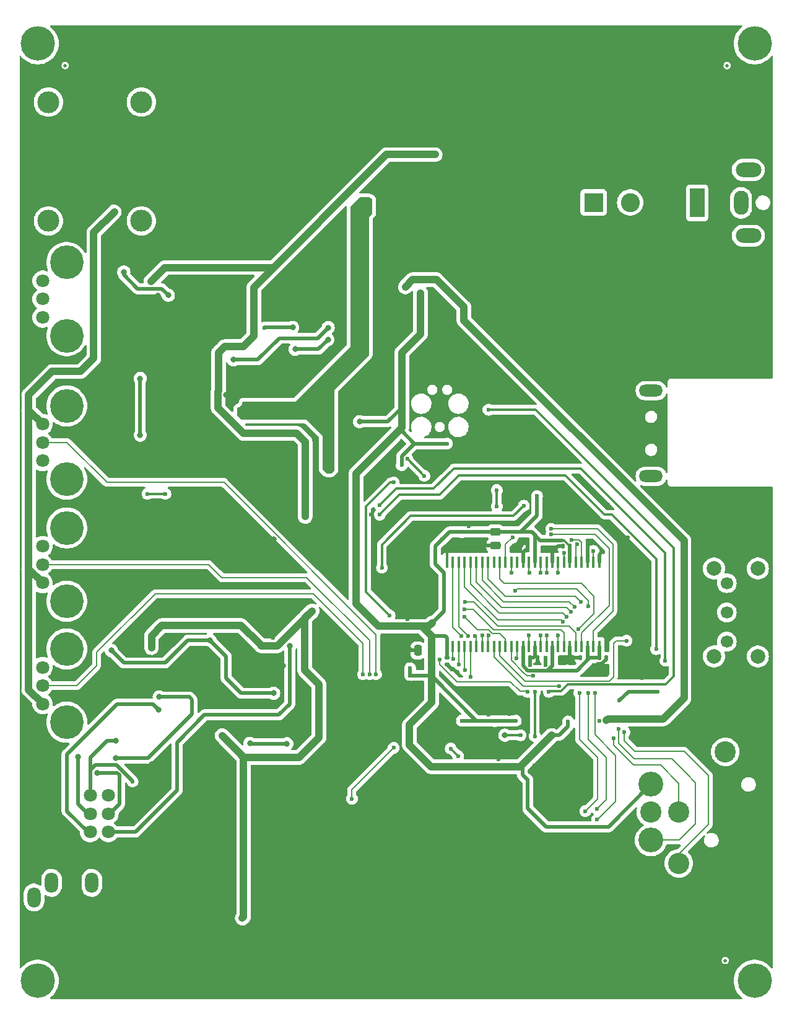
<source format=gbr>
G04 #@! TF.GenerationSoftware,KiCad,Pcbnew,7.0.9*
G04 #@! TF.CreationDate,2024-03-14T12:42:54+01:00*
G04 #@! TF.ProjectId,Apothecary - DSP Development Board,41706f74-6865-4636-9172-79202d204453,rev?*
G04 #@! TF.SameCoordinates,Original*
G04 #@! TF.FileFunction,Copper,L4,Bot*
G04 #@! TF.FilePolarity,Positive*
%FSLAX46Y46*%
G04 Gerber Fmt 4.6, Leading zero omitted, Abs format (unit mm)*
G04 Created by KiCad (PCBNEW 7.0.9) date 2024-03-14 12:42:54*
%MOMM*%
%LPD*%
G01*
G04 APERTURE LIST*
G04 Aperture macros list*
%AMRoundRect*
0 Rectangle with rounded corners*
0 $1 Rounding radius*
0 $2 $3 $4 $5 $6 $7 $8 $9 X,Y pos of 4 corners*
0 Add a 4 corners polygon primitive as box body*
4,1,4,$2,$3,$4,$5,$6,$7,$8,$9,$2,$3,0*
0 Add four circle primitives for the rounded corners*
1,1,$1+$1,$2,$3*
1,1,$1+$1,$4,$5*
1,1,$1+$1,$6,$7*
1,1,$1+$1,$8,$9*
0 Add four rect primitives between the rounded corners*
20,1,$1+$1,$2,$3,$4,$5,0*
20,1,$1+$1,$4,$5,$6,$7,0*
20,1,$1+$1,$6,$7,$8,$9,0*
20,1,$1+$1,$8,$9,$2,$3,0*%
G04 Aperture macros list end*
G04 #@! TA.AperFunction,ComponentPad*
%ADD10O,1.800000X2.800000*%
G04 #@! TD*
G04 #@! TA.AperFunction,ComponentPad*
%ADD11O,3.250000X1.625000*%
G04 #@! TD*
G04 #@! TA.AperFunction,ComponentPad*
%ADD12C,4.600000*%
G04 #@! TD*
G04 #@! TA.AperFunction,ComponentPad*
%ADD13C,1.800000*%
G04 #@! TD*
G04 #@! TA.AperFunction,ComponentPad*
%ADD14C,2.000000*%
G04 #@! TD*
G04 #@! TA.AperFunction,ComponentPad*
%ADD15C,1.700000*%
G04 #@! TD*
G04 #@! TA.AperFunction,ComponentPad*
%ADD16C,4.700000*%
G04 #@! TD*
G04 #@! TA.AperFunction,ComponentPad*
%ADD17C,3.400000*%
G04 #@! TD*
G04 #@! TA.AperFunction,ComponentPad*
%ADD18C,2.900000*%
G04 #@! TD*
G04 #@! TA.AperFunction,ComponentPad*
%ADD19R,2.000000X4.000000*%
G04 #@! TD*
G04 #@! TA.AperFunction,ComponentPad*
%ADD20O,2.000000X3.300000*%
G04 #@! TD*
G04 #@! TA.AperFunction,ComponentPad*
%ADD21O,3.500000X2.000000*%
G04 #@! TD*
G04 #@! TA.AperFunction,ComponentPad*
%ADD22R,2.600000X2.600000*%
G04 #@! TD*
G04 #@! TA.AperFunction,ComponentPad*
%ADD23C,2.600000*%
G04 #@! TD*
G04 #@! TA.AperFunction,ComponentPad*
%ADD24C,3.000000*%
G04 #@! TD*
G04 #@! TA.AperFunction,SMDPad,CuDef*
%ADD25RoundRect,0.250000X-0.475000X0.250000X-0.475000X-0.250000X0.475000X-0.250000X0.475000X0.250000X0*%
G04 #@! TD*
G04 #@! TA.AperFunction,SMDPad,CuDef*
%ADD26RoundRect,0.140000X-0.140000X-0.170000X0.140000X-0.170000X0.140000X0.170000X-0.140000X0.170000X0*%
G04 #@! TD*
G04 #@! TA.AperFunction,SMDPad,CuDef*
%ADD27C,0.500000*%
G04 #@! TD*
G04 #@! TA.AperFunction,SMDPad,CuDef*
%ADD28RoundRect,0.140000X0.140000X0.170000X-0.140000X0.170000X-0.140000X-0.170000X0.140000X-0.170000X0*%
G04 #@! TD*
G04 #@! TA.AperFunction,SMDPad,CuDef*
%ADD29R,0.458000X1.510000*%
G04 #@! TD*
G04 #@! TA.AperFunction,SMDPad,CuDef*
%ADD30RoundRect,0.250000X-0.250000X-0.475000X0.250000X-0.475000X0.250000X0.475000X-0.250000X0.475000X0*%
G04 #@! TD*
G04 #@! TA.AperFunction,SMDPad,CuDef*
%ADD31RoundRect,0.140000X0.170000X-0.140000X0.170000X0.140000X-0.170000X0.140000X-0.170000X-0.140000X0*%
G04 #@! TD*
G04 #@! TA.AperFunction,ViaPad*
%ADD32C,0.800000*%
G04 #@! TD*
G04 #@! TA.AperFunction,ViaPad*
%ADD33C,0.600000*%
G04 #@! TD*
G04 #@! TA.AperFunction,Conductor*
%ADD34C,1.000000*%
G04 #@! TD*
G04 #@! TA.AperFunction,Conductor*
%ADD35C,0.500000*%
G04 #@! TD*
G04 #@! TA.AperFunction,Conductor*
%ADD36C,0.185000*%
G04 #@! TD*
G04 #@! TA.AperFunction,Conductor*
%ADD37C,0.300000*%
G04 #@! TD*
G04 #@! TA.AperFunction,Conductor*
%ADD38C,0.200000*%
G04 #@! TD*
G04 APERTURE END LIST*
D10*
X115134422Y-140384422D03*
X107234422Y-142384422D03*
X109634422Y-140384422D03*
D11*
X191600000Y-84850000D03*
X191600000Y-73150000D03*
D12*
X111700000Y-101925000D03*
X111700000Y-91925000D03*
D13*
X108400000Y-94425000D03*
X108400000Y-96925000D03*
X108400000Y-99425000D03*
D14*
X200200000Y-97450000D03*
X206200000Y-109450000D03*
X200200000Y-109450000D03*
X206200000Y-97450000D03*
D15*
X201950000Y-107450000D03*
X201950000Y-103450000D03*
X201950000Y-99450000D03*
D16*
X205750000Y-153750000D03*
D17*
X191580000Y-126940000D03*
D18*
X195395000Y-130750000D03*
X191580000Y-130750000D03*
X195395000Y-137730000D03*
D17*
X191580000Y-134560000D03*
D18*
X201750000Y-122500000D03*
D12*
X111700000Y-65650000D03*
X111700000Y-55650000D03*
D13*
X108400000Y-58150000D03*
X108400000Y-60650000D03*
X108400000Y-63150000D03*
X117400000Y-128450001D03*
X117400000Y-130950001D03*
X117400000Y-133450001D03*
X114900000Y-128450001D03*
X114900000Y-130950001D03*
X114900000Y-133450001D03*
D16*
X107750000Y-25750000D03*
X205750000Y-25750000D03*
D12*
X111700000Y-85250000D03*
X111700000Y-75250000D03*
D13*
X108400000Y-77750000D03*
X108400000Y-80250000D03*
X108400000Y-82750000D03*
D12*
X111700000Y-118450000D03*
X111700000Y-108450000D03*
D13*
X108400000Y-110950000D03*
X108400000Y-113450000D03*
X108400000Y-115950000D03*
D19*
X197900000Y-47500000D03*
D20*
X203900000Y-47500000D03*
D21*
X204900000Y-52000000D03*
X204900000Y-43000000D03*
D22*
X183750000Y-47455000D03*
D23*
X188750000Y-47455000D03*
D24*
X109200000Y-49980000D03*
X109200000Y-33750000D03*
X121900000Y-49980000D03*
X121900000Y-33750000D03*
D16*
X107750000Y-153750000D03*
D25*
X170300000Y-92449999D03*
X170300000Y-94349999D03*
D26*
X179540000Y-94424999D03*
X180500000Y-94424999D03*
D27*
X201750000Y-151000000D03*
D28*
X175700000Y-94925000D03*
X174740000Y-94925000D03*
X185459999Y-109674998D03*
X184499999Y-109674998D03*
D26*
X181944998Y-109674999D03*
X182904998Y-109674999D03*
D27*
X202000000Y-28750000D03*
D29*
X184499999Y-108074999D03*
X183699999Y-108074999D03*
X182899999Y-108074999D03*
X182099999Y-108074999D03*
X181299999Y-108074999D03*
X180499999Y-108074999D03*
X179699999Y-108074999D03*
X178899999Y-108074999D03*
X178099999Y-108074999D03*
X177299999Y-108074999D03*
X176499999Y-108074999D03*
X175699999Y-108074999D03*
X174899999Y-108074999D03*
X174099999Y-108074999D03*
X173299999Y-108074999D03*
X172499999Y-108074999D03*
X171699999Y-108074999D03*
X170899999Y-108074999D03*
X170099999Y-108074999D03*
X169299999Y-108074999D03*
X168499999Y-108074999D03*
X167699999Y-108074999D03*
X166899999Y-108074999D03*
X166099999Y-108074999D03*
X165299999Y-108074999D03*
X164499999Y-108074999D03*
X163699999Y-108074999D03*
X163699999Y-96574999D03*
X164499999Y-96574999D03*
X165299999Y-96574999D03*
X166099999Y-96574999D03*
X166899999Y-96574999D03*
X167699999Y-96574999D03*
X168499999Y-96574999D03*
X169299999Y-96574999D03*
X170099999Y-96574999D03*
X170899999Y-96574999D03*
X171699999Y-96574999D03*
X172499999Y-96574999D03*
X173299999Y-96574999D03*
X174099999Y-96574999D03*
X174899999Y-96574999D03*
X175699999Y-96574999D03*
X176499999Y-96574999D03*
X177299999Y-96574999D03*
X178099999Y-96574999D03*
X178899999Y-96574999D03*
X179699999Y-96574999D03*
X180499999Y-96574999D03*
X181299999Y-96574999D03*
X182099999Y-96574999D03*
X182899999Y-96574999D03*
X183699999Y-96574999D03*
X184499999Y-96574999D03*
D30*
X159700000Y-108650000D03*
X161600000Y-108650000D03*
D28*
X175059999Y-109674999D03*
X174099999Y-109674999D03*
D31*
X163700001Y-110585000D03*
X163700001Y-109625000D03*
D26*
X177139999Y-109724999D03*
X178099999Y-109724999D03*
D27*
X111500000Y-28750000D03*
D32*
X141250000Y-110750000D03*
X157180000Y-50570000D03*
X142250000Y-119000000D03*
X158000000Y-59000000D03*
X160060000Y-59810000D03*
X155425000Y-61675000D03*
X162750000Y-61750000D03*
X158250000Y-53750000D03*
X128000000Y-79750000D03*
X179500000Y-44250000D03*
X179000000Y-40140000D03*
X165250000Y-43250000D03*
X162075000Y-40925000D03*
X160750000Y-51500000D03*
X160562500Y-36562500D03*
X140000000Y-114500000D03*
D33*
X141750000Y-85931078D03*
X141750000Y-82750000D03*
D32*
X130370000Y-82750000D03*
X113250000Y-123200000D03*
X135750000Y-61175000D03*
X140925000Y-55425000D03*
X146950000Y-57550000D03*
X121750000Y-71500000D03*
X121750000Y-79250000D03*
X122308984Y-145500000D03*
X110000000Y-46000000D03*
X116000000Y-46000000D03*
X110000000Y-40000000D03*
X107000000Y-43000000D03*
X107000000Y-37000000D03*
X122000000Y-40000000D03*
X113000000Y-43000000D03*
X116000000Y-40000000D03*
X119000000Y-37000000D03*
X119000000Y-43000000D03*
X113000000Y-37000000D03*
X125000000Y-37000000D03*
X125000000Y-43000000D03*
X128000000Y-40000000D03*
X138000000Y-43000000D03*
X150000000Y-151000000D03*
X124000000Y-151000000D03*
X138000000Y-151000000D03*
X117000000Y-151000000D03*
X114000000Y-154000000D03*
X144000000Y-151000000D03*
X131000000Y-151000000D03*
X135000000Y-154000000D03*
X141000000Y-154000000D03*
X121000000Y-154000000D03*
X128000000Y-154000000D03*
X147000000Y-154000000D03*
X116000000Y-28000000D03*
X113000000Y-25000000D03*
X113000000Y-31000000D03*
X119000000Y-25000000D03*
X119000000Y-31000000D03*
X122000000Y-28000000D03*
X207000000Y-31000000D03*
X207000000Y-37000000D03*
X204000000Y-34000000D03*
X201000000Y-37000000D03*
X201000000Y-31000000D03*
X198000000Y-34000000D03*
X198000000Y-28000000D03*
X201000000Y-25000000D03*
X192000000Y-34000000D03*
X195000000Y-25000000D03*
X195000000Y-37000000D03*
X192000000Y-28000000D03*
X195000000Y-31000000D03*
X189000000Y-37000000D03*
X186000000Y-28000000D03*
X189000000Y-31000000D03*
X189000000Y-25000000D03*
X186000000Y-34000000D03*
X205000000Y-148000000D03*
X202000000Y-145000000D03*
X196000000Y-145000000D03*
X196000000Y-151000000D03*
X199000000Y-148000000D03*
X199000000Y-154000000D03*
X207000000Y-113000000D03*
X203000000Y-116000000D03*
X127000000Y-89000000D03*
X130000000Y-92000000D03*
X140000000Y-126000000D03*
X146000000Y-126000000D03*
X125000000Y-77000000D03*
X164000000Y-66000000D03*
X158000000Y-63000000D03*
X155000000Y-66000000D03*
X203000000Y-88000000D03*
X203000000Y-94000000D03*
X199000000Y-91000000D03*
X207000000Y-91000000D03*
X153000000Y-148000000D03*
X156000000Y-151000000D03*
X153000000Y-154000000D03*
X170000000Y-151000000D03*
X163000000Y-151000000D03*
X167000000Y-148000000D03*
X167000000Y-154000000D03*
X160000000Y-148000000D03*
X160000000Y-154000000D03*
X177000000Y-151000000D03*
X174000000Y-148000000D03*
X174000000Y-154000000D03*
X184000000Y-145000000D03*
X187000000Y-154000000D03*
X190000000Y-151000000D03*
X184000000Y-151000000D03*
X181000000Y-148000000D03*
X187000000Y-148000000D03*
X193000000Y-154000000D03*
X181000000Y-154000000D03*
X181000000Y-142000000D03*
X190000000Y-145000000D03*
X187000000Y-142000000D03*
X193000000Y-142000000D03*
X193000000Y-148000000D03*
X125000000Y-83000000D03*
X182000000Y-69000000D03*
X185000000Y-72000000D03*
X202000000Y-69000000D03*
X195000000Y-69000000D03*
X189000000Y-69000000D03*
X179000000Y-72000000D03*
X182000000Y-62000000D03*
X185000000Y-65000000D03*
X202000000Y-62000000D03*
X195000000Y-62000000D03*
X192000000Y-65000000D03*
X189000000Y-62000000D03*
X198000000Y-65000000D03*
X206000000Y-65000000D03*
X179000000Y-65000000D03*
X192000000Y-59000000D03*
X198000000Y-59000000D03*
X206000000Y-59000000D03*
X189000000Y-56000000D03*
X195000000Y-56000000D03*
X202000000Y-56000000D03*
X179000000Y-59000000D03*
X182000000Y-56000000D03*
X185000000Y-59000000D03*
X182000000Y-37000000D03*
X175000000Y-37000000D03*
X167500000Y-36500000D03*
X157000000Y-37000000D03*
X144000000Y-43000000D03*
X151000000Y-43000000D03*
X147000000Y-46000000D03*
X144000000Y-37000000D03*
X154000000Y-40000000D03*
X151000000Y-37000000D03*
X147000000Y-40000000D03*
X141000000Y-40000000D03*
X138000000Y-37000000D03*
X131000000Y-37000000D03*
X134000000Y-40000000D03*
X141000000Y-28000000D03*
X125000000Y-25000000D03*
X147000000Y-34000000D03*
X131000000Y-25000000D03*
X134000000Y-28000000D03*
X141000000Y-34000000D03*
X138000000Y-25000000D03*
X144000000Y-25000000D03*
X147000000Y-28000000D03*
X138000000Y-31000000D03*
X128000000Y-34000000D03*
X128000000Y-28000000D03*
X125000000Y-31000000D03*
X131000000Y-31000000D03*
X134000000Y-34000000D03*
X144000000Y-31000000D03*
X176000000Y-25000000D03*
X182000000Y-25000000D03*
X179000000Y-34000000D03*
X179000000Y-28000000D03*
X176000000Y-31000000D03*
X182000000Y-31000000D03*
X163000000Y-25000000D03*
X169000000Y-25000000D03*
X172000000Y-28000000D03*
X166000000Y-34000000D03*
X166000000Y-28000000D03*
X163000000Y-31000000D03*
X169000000Y-31000000D03*
X172000000Y-34000000D03*
X151000000Y-31000000D03*
X157000000Y-31000000D03*
X160000000Y-34000000D03*
X154000000Y-34000000D03*
X160000000Y-28000000D03*
X154000000Y-28000000D03*
X157000000Y-25000000D03*
X151000000Y-25000000D03*
X117800000Y-108650000D03*
X131300000Y-107250000D03*
D33*
X188443355Y-93228427D03*
D32*
X134830000Y-74610000D03*
X130900000Y-118950000D03*
D33*
X178449999Y-94824998D03*
X145000000Y-79050000D03*
X185000000Y-95050000D03*
D32*
X118700000Y-97950000D03*
D33*
X139950000Y-106900000D03*
D32*
X138982032Y-142184422D03*
D33*
X169400000Y-117450000D03*
X177500000Y-78750000D03*
X163699999Y-95075000D03*
D32*
X187100000Y-82450000D03*
X174100000Y-49950000D03*
D33*
X182900000Y-93850000D03*
D32*
X124287968Y-54430578D03*
D33*
X184500000Y-118250000D03*
X165196500Y-72787499D03*
D32*
X117000000Y-70014422D03*
X124200000Y-60150000D03*
X123302968Y-124155578D03*
X117750000Y-91694422D03*
X132887968Y-54430578D03*
D33*
X158462027Y-107582695D03*
D32*
X138750000Y-53200000D03*
X139125000Y-133650000D03*
D33*
X174500000Y-94000000D03*
D32*
X139032032Y-147184422D03*
D33*
X157374977Y-84524977D03*
X164754920Y-118240400D03*
X179180000Y-118320000D03*
X188650000Y-97750000D03*
X166700000Y-91725500D03*
D32*
X133500000Y-73750000D03*
D33*
X158300000Y-104350000D03*
X117800000Y-103850000D03*
D32*
X140000000Y-93500000D03*
D33*
X162355637Y-128333373D03*
D32*
X180300000Y-123800000D03*
D33*
X125150000Y-107250000D03*
X158600002Y-110074997D03*
D32*
X124587968Y-71630578D03*
D33*
X175650000Y-124350000D03*
X184400000Y-110500000D03*
X159530000Y-91790000D03*
X147500000Y-85250000D03*
D32*
X137232032Y-148384422D03*
X193600000Y-86650000D03*
D33*
X177150000Y-110624999D03*
X168200000Y-73400000D03*
X179600000Y-88550000D03*
X175050001Y-110625000D03*
D32*
X195100000Y-41300000D03*
X137332032Y-139984422D03*
D33*
X164400000Y-111250000D03*
X163833609Y-88766578D03*
X190400000Y-112450000D03*
D32*
X117850000Y-93500000D03*
D33*
X158615002Y-113034998D03*
D32*
X125000000Y-93500000D03*
D33*
X170699497Y-123525047D03*
D32*
X132000000Y-66550000D03*
D33*
X172300002Y-117374997D03*
X185700000Y-88750000D03*
X186275533Y-77982922D03*
D32*
X174000000Y-58850000D03*
D33*
X133980000Y-97120000D03*
X189700001Y-100474999D03*
X180650001Y-109524998D03*
X173600000Y-87750000D03*
X174200000Y-79300000D03*
D32*
X125507032Y-136620727D03*
D33*
X153300000Y-90100000D03*
X186275533Y-79982922D03*
D32*
X132487968Y-93430578D03*
D33*
X168850000Y-94350000D03*
X147782032Y-146484422D03*
X159530000Y-98320000D03*
X189265001Y-106284999D03*
D32*
X139082032Y-138684422D03*
X141132032Y-139334422D03*
X139500000Y-72750000D03*
X123249296Y-58231824D03*
X144300000Y-90350000D03*
D33*
X138100000Y-107800000D03*
X135882032Y-136734422D03*
D32*
X134950000Y-67150000D03*
X145250000Y-103250000D03*
X144250000Y-109500000D03*
D33*
X132950000Y-120300000D03*
X135712610Y-145215000D03*
X123292968Y-108250000D03*
X169352500Y-75767500D03*
X177600000Y-114300000D03*
X163025000Y-93475000D03*
X158650000Y-112050000D03*
D32*
X151750000Y-77400000D03*
D33*
X174690000Y-126310000D03*
X173100000Y-118250000D03*
X163300000Y-100350000D03*
X165700000Y-118250000D03*
X192500000Y-114250000D03*
X158550000Y-121550000D03*
X163700000Y-80400000D03*
X158650000Y-111050000D03*
X165700000Y-92475000D03*
X170200000Y-118300000D03*
X170750000Y-124500000D03*
X180150000Y-111374999D03*
X157500000Y-83340000D03*
X158250000Y-105250000D03*
X176000000Y-87550000D03*
X187250000Y-115500000D03*
X180250000Y-118350000D03*
X152850000Y-48050000D03*
X152850000Y-47150000D03*
X151950000Y-48050000D03*
X147500000Y-83550000D03*
D32*
X135800000Y-75700000D03*
D33*
X151950000Y-47150000D03*
D32*
X142587968Y-64530578D03*
D33*
X138700000Y-64550000D03*
D32*
X147425577Y-66210111D03*
X142950000Y-67500000D03*
X118200000Y-48750000D03*
D33*
X185500000Y-118200000D03*
D32*
X134499312Y-68949312D03*
X147450000Y-64550000D03*
D33*
X154500000Y-90100000D03*
X192283422Y-108466578D03*
X193550000Y-110050000D03*
X154500000Y-88800000D03*
D32*
X142200000Y-108050000D03*
X124250000Y-116750000D03*
X115900000Y-125350000D03*
X141800000Y-121400000D03*
X136750000Y-121350000D03*
X118400000Y-120950000D03*
D33*
X120700000Y-126550000D03*
X186500000Y-120600000D03*
X187950500Y-119800000D03*
X187200000Y-119400000D03*
D32*
X119500000Y-56950000D03*
X125587968Y-60130578D03*
D33*
X156400000Y-121950000D03*
X150700000Y-128900000D03*
X170500000Y-89000000D03*
X170500000Y-86750000D03*
X160600000Y-84800000D03*
X158249500Y-82447233D03*
X155850000Y-103850000D03*
X156400000Y-85700000D03*
X174200002Y-88874997D03*
X154800002Y-97350000D03*
X125200000Y-87250000D03*
X122750000Y-87250000D03*
D32*
X124350000Y-115000000D03*
X118450000Y-123350000D03*
D33*
X166950000Y-112225000D03*
X166150001Y-111325000D03*
X165350000Y-110525000D03*
X164549999Y-109824999D03*
X165670000Y-106650000D03*
X166560000Y-106640000D03*
X175700002Y-114324997D03*
X175700002Y-120350000D03*
X173750002Y-120224997D03*
D32*
X171600000Y-120224997D03*
D33*
X175500000Y-112124500D03*
X179050000Y-113524999D03*
X181650001Y-105725000D03*
X188249998Y-107324999D03*
X179550001Y-104725000D03*
X180050000Y-104025000D03*
X180638171Y-103339196D03*
X181150000Y-102725000D03*
X183022960Y-102617000D03*
X173000000Y-100500000D03*
X167520000Y-106640000D03*
X182000000Y-102017000D03*
X178900000Y-106625000D03*
X177299999Y-106624999D03*
X176500496Y-106624999D03*
X174900002Y-106624997D03*
X174949499Y-98024999D03*
X176500000Y-98024998D03*
X177350000Y-98024998D03*
X178849999Y-98024999D03*
X179750000Y-95325000D03*
X181507998Y-94124998D03*
X180750001Y-93524998D03*
X183711396Y-95061248D03*
X177950001Y-92025000D03*
X177950002Y-92825000D03*
X169349999Y-106624999D03*
X168500000Y-106625001D03*
X172650000Y-93225000D03*
X166149999Y-102024999D03*
X166080000Y-103030000D03*
X166090000Y-104070000D03*
X174725483Y-114300209D03*
X162731392Y-109925000D03*
X173150000Y-109725000D03*
X172500000Y-98024998D03*
X164200000Y-122050000D03*
X165226765Y-123076765D03*
X182600000Y-130600000D03*
X181800000Y-114450000D03*
X154000000Y-111900000D03*
X153100000Y-111900000D03*
X184200000Y-130300000D03*
X183004509Y-114445491D03*
X184200000Y-131750000D03*
X183904683Y-114436300D03*
X152200000Y-111900000D03*
D34*
X125131120Y-56350000D02*
X123249296Y-58231824D01*
X140000000Y-56350000D02*
X125131120Y-56350000D01*
X140925000Y-55425000D02*
X140000000Y-56350000D01*
D35*
X163450000Y-106700000D02*
X161600000Y-106700000D01*
X163699999Y-106949999D02*
X163450000Y-106700000D01*
X157500000Y-78663928D02*
X157500000Y-78250000D01*
X159236072Y-80400000D02*
X157500000Y-78663928D01*
X159236072Y-80400000D02*
X163700000Y-80400000D01*
X157500000Y-82136072D02*
X159236072Y-80400000D01*
X157500000Y-83340000D02*
X157500000Y-82136072D01*
D34*
X135550000Y-105250000D02*
X138100000Y-107800000D01*
X123292968Y-108250000D02*
X123292968Y-108007032D01*
X124700000Y-105250000D02*
X135550000Y-105250000D01*
X123292968Y-108250000D02*
X123292968Y-106657032D01*
X123292968Y-106657032D02*
X124700000Y-105250000D01*
X185700000Y-118000000D02*
X185500000Y-118200000D01*
X193250000Y-118000000D02*
X185700000Y-118000000D01*
X196100000Y-115150000D02*
X193250000Y-118000000D01*
X196100000Y-93650000D02*
X196100000Y-115150000D01*
X159000000Y-58000000D02*
X162250000Y-58000000D01*
X162250000Y-58000000D02*
X166000000Y-61750000D01*
X166000000Y-61750000D02*
X166000000Y-63550000D01*
X158000000Y-59000000D02*
X159000000Y-58000000D01*
X166000000Y-63550000D02*
X196100000Y-93650000D01*
X137300000Y-65675044D02*
X135825044Y-67150000D01*
X135825044Y-67150000D02*
X134950000Y-67150000D01*
X155425000Y-40925000D02*
X137300000Y-59050000D01*
X137300000Y-59050000D02*
X137300000Y-65675044D01*
X162075000Y-40925000D02*
X155425000Y-40925000D01*
X160060000Y-59810000D02*
X160060000Y-65440000D01*
X160060000Y-65440000D02*
X157500000Y-68000000D01*
X157500000Y-68000000D02*
X157500000Y-75500000D01*
X135882032Y-145045578D02*
X135882032Y-136734422D01*
X135712610Y-145215000D02*
X135882032Y-145045578D01*
D36*
X111750000Y-80250000D02*
X108400000Y-80250000D01*
X133200000Y-85700000D02*
X117200000Y-85700000D01*
X117200000Y-85700000D02*
X111750000Y-80250000D01*
X154000000Y-111900000D02*
X154000000Y-106500000D01*
X154000000Y-106500000D02*
X133200000Y-85700000D01*
D35*
X133500000Y-112450000D02*
X135550000Y-114500000D01*
X133500000Y-109450000D02*
X133500000Y-112450000D01*
X135550000Y-114500000D02*
X140000000Y-114500000D01*
X131300000Y-107250000D02*
X133500000Y-109450000D01*
X140700000Y-117450000D02*
X142200000Y-115950000D01*
D34*
X138300000Y-108000000D02*
X138100000Y-107800000D01*
X140500000Y-108000000D02*
X138300000Y-108000000D01*
X145250000Y-103250000D02*
X140500000Y-108000000D01*
X144250000Y-104250000D02*
X144250000Y-111000000D01*
X145250000Y-103250000D02*
X144250000Y-104250000D01*
D35*
X111750000Y-130600001D02*
X114600000Y-133450001D01*
X118550000Y-116000000D02*
X111750000Y-122800000D01*
X123500000Y-116000000D02*
X118550000Y-116000000D01*
X124250000Y-116750000D02*
X123500000Y-116000000D01*
X111750000Y-122800000D02*
X111750000Y-130600001D01*
X121750000Y-79250000D02*
X121750000Y-71500000D01*
D34*
X144300000Y-80150000D02*
X144300000Y-90350000D01*
X143150000Y-79000000D02*
X144300000Y-80150000D01*
X135850000Y-79000000D02*
X143150000Y-79000000D01*
X132400000Y-75550000D02*
X135850000Y-79000000D01*
X132400000Y-73294365D02*
X132400000Y-75550000D01*
X132450000Y-73244365D02*
X132400000Y-73294365D01*
X132450000Y-68000000D02*
X132450000Y-73244365D01*
X133300000Y-67150000D02*
X132450000Y-68000000D01*
X134950000Y-67150000D02*
X133300000Y-67150000D01*
D35*
X174750000Y-130250000D02*
X177250000Y-132750000D01*
X185770000Y-132750000D02*
X191580000Y-126940000D01*
X174750000Y-126370000D02*
X174750000Y-130250000D01*
X177250000Y-132750000D02*
X185770000Y-132750000D01*
X174690000Y-126310000D02*
X174750000Y-126370000D01*
X174000000Y-125620000D02*
X174000000Y-124250000D01*
X174690000Y-126310000D02*
X174000000Y-125620000D01*
D34*
X135900000Y-123250000D02*
X135250000Y-122600000D01*
X143500000Y-123250000D02*
X135900000Y-123250000D01*
X146200000Y-113300000D02*
X146200000Y-120550000D01*
X144250000Y-111350000D02*
X146200000Y-113300000D01*
X146200000Y-120550000D02*
X143500000Y-123250000D01*
D35*
X118489950Y-124250000D02*
X115650000Y-124250000D01*
X115650000Y-124250000D02*
X114900000Y-125000000D01*
X120700000Y-126550000D02*
X120700000Y-126460050D01*
X120700000Y-126460050D02*
X118489950Y-124250000D01*
X114900000Y-128150001D02*
X114900000Y-125000000D01*
X114900000Y-125000000D02*
X114900000Y-123250000D01*
X128250000Y-107250000D02*
X125150000Y-110350000D01*
X125150000Y-110350000D02*
X119500000Y-110350000D01*
X131300000Y-107250000D02*
X128250000Y-107250000D01*
X119500000Y-110350000D02*
X117800000Y-108650000D01*
D36*
X179325001Y-104500000D02*
X179550001Y-104725000D01*
X166100000Y-99975000D02*
X170625000Y-104500000D01*
X170625000Y-104500000D02*
X179325001Y-104500000D01*
X166100000Y-96575000D02*
X166100000Y-99975000D01*
X179525000Y-103500000D02*
X180050000Y-104025000D01*
X170825002Y-103500000D02*
X179525000Y-103500000D01*
X166900000Y-99574998D02*
X170825002Y-103500000D01*
X166900002Y-96574999D02*
X166900000Y-99574998D01*
X180048975Y-102750000D02*
X180638171Y-103339196D01*
X167700001Y-99275000D02*
X171175001Y-102750000D01*
X167700000Y-96574999D02*
X167700001Y-99275000D01*
X171175001Y-102750000D02*
X180048975Y-102750000D01*
X180425000Y-102000000D02*
X181150000Y-102725000D01*
X171425000Y-102000000D02*
X180425000Y-102000000D01*
X168499999Y-99074999D02*
X171425000Y-102000000D01*
X168499999Y-96574999D02*
X168499999Y-99074999D01*
X169299999Y-98874999D02*
X169299998Y-96574998D01*
X181233000Y-101250000D02*
X171675000Y-101250000D01*
X171675000Y-101250000D02*
X169299999Y-98874999D01*
X182000000Y-102017000D02*
X181233000Y-101250000D01*
X183022960Y-101872960D02*
X183022960Y-102617000D01*
X173250000Y-100250000D02*
X181400000Y-100250000D01*
X181400000Y-100250000D02*
X183022960Y-101872960D01*
X173000000Y-100500000D02*
X173250000Y-100250000D01*
X170899999Y-98874999D02*
X170900001Y-96574999D01*
X171525000Y-99500000D02*
X170899999Y-98874999D01*
X183761109Y-101211109D02*
X182050000Y-99500000D01*
X182050000Y-99500000D02*
X171525000Y-99500000D01*
X183761109Y-103613892D02*
X183761109Y-101211109D01*
X181650001Y-105725000D02*
X183761109Y-103613892D01*
D35*
X146000000Y-66000000D02*
X147450000Y-64550000D01*
X140750000Y-66000000D02*
X146000000Y-66000000D01*
X134499312Y-68949312D02*
X137800688Y-68949312D01*
X137800688Y-68949312D02*
X140750000Y-66000000D01*
D34*
X135882032Y-123232032D02*
X135250000Y-122600000D01*
X135882032Y-136734422D02*
X135882032Y-123232032D01*
X173724953Y-124525047D02*
X178000000Y-120250000D01*
X161525047Y-124525047D02*
X173724953Y-124525047D01*
X158550000Y-121550000D02*
X161525047Y-124525047D01*
X158550000Y-118800000D02*
X158550000Y-121550000D01*
X161600000Y-115750000D02*
X158550000Y-118800000D01*
X161600000Y-108650000D02*
X161600000Y-115750000D01*
X161600000Y-106700000D02*
X161600000Y-108650000D01*
X160250000Y-105350000D02*
X161600000Y-106700000D01*
X160250000Y-105350000D02*
X161200000Y-105350000D01*
X154350000Y-105350000D02*
X160250000Y-105350000D01*
D35*
X163300000Y-103250000D02*
X161650000Y-104900000D01*
X163300000Y-98059000D02*
X163300000Y-103250000D01*
X162100000Y-96859000D02*
X163300000Y-98059000D01*
X162100000Y-94400000D02*
X162100000Y-96859000D01*
X163025000Y-93475000D02*
X162100000Y-94400000D01*
D34*
X156625000Y-79125000D02*
X151250000Y-84500000D01*
X157500000Y-78250000D02*
X156625000Y-79125000D01*
D35*
X155600000Y-77400000D02*
X157500000Y-75500000D01*
D34*
X157500000Y-75500000D02*
X157500000Y-78250000D01*
D35*
X151750000Y-77400000D02*
X155500000Y-77400000D01*
D34*
X151250000Y-102250000D02*
X154350000Y-105350000D01*
X151250000Y-84500000D02*
X151250000Y-102250000D01*
X161200000Y-105350000D02*
X161650000Y-104900000D01*
D35*
X163735000Y-110585000D02*
X164400000Y-111250000D01*
X175499999Y-109675000D02*
X175700001Y-109474999D01*
D37*
X163699998Y-96574998D02*
X163699999Y-95075000D01*
D35*
X180500001Y-109329999D02*
X180650001Y-109479999D01*
X180844999Y-109674999D02*
X181944999Y-109674998D01*
X175700001Y-109474999D02*
X175700000Y-108075000D01*
X177140001Y-110615000D02*
X177150000Y-110624999D01*
X179540001Y-94424999D02*
X178849999Y-94424999D01*
X184823263Y-110500000D02*
X185459999Y-109863264D01*
X178100000Y-95174999D02*
X178100001Y-96575000D01*
X159700000Y-108650000D02*
X158800000Y-108650000D01*
X180694999Y-109524999D02*
X180844999Y-109674999D01*
X180650001Y-109479999D02*
X180650001Y-109524998D01*
X184400000Y-110500000D02*
X184823263Y-110500000D01*
X185459999Y-109863264D02*
X185459999Y-109674998D01*
X177140002Y-109725000D02*
X177140001Y-110615000D01*
X163700001Y-110585000D02*
X163735000Y-110585000D01*
X174740000Y-94925000D02*
X174740000Y-94240000D01*
X178849999Y-94424999D02*
X178449999Y-94824998D01*
X184499999Y-95550001D02*
X185000000Y-95050000D01*
X180650001Y-109524998D02*
X180694999Y-109524999D01*
X175060001Y-109674998D02*
X175499999Y-109675000D01*
X184499999Y-96574999D02*
X184499999Y-95550001D01*
X174740000Y-94240000D02*
X174500000Y-94000000D01*
X158462027Y-108312027D02*
X158462027Y-107582695D01*
X174100000Y-95275000D02*
X174099999Y-96574999D01*
X180500001Y-108074999D02*
X180500001Y-109329999D01*
X174450001Y-94925000D02*
X174100000Y-95275000D01*
X175060001Y-109674998D02*
X175060000Y-110615000D01*
X178449999Y-94824998D02*
X178100000Y-95174999D01*
X158800000Y-108650000D02*
X158462027Y-108312027D01*
X174740001Y-94925000D02*
X174450001Y-94925000D01*
X182899999Y-96574999D02*
X182900000Y-93850000D01*
X175060000Y-110615000D02*
X175050001Y-110625000D01*
X170300000Y-94349999D02*
X168850000Y-94350000D01*
D34*
X135250000Y-122600000D02*
X132950000Y-120300000D01*
D37*
X193600000Y-113250000D02*
X194700000Y-112150000D01*
X180226738Y-113267500D02*
X186033292Y-113267500D01*
X186050792Y-113250000D02*
X193600000Y-113250000D01*
X175847500Y-75767500D02*
X169352500Y-75767500D01*
X177725001Y-114174999D02*
X179319239Y-114174999D01*
X194700000Y-112150000D02*
X194700000Y-94620000D01*
X179319239Y-114174999D02*
X180226738Y-113267500D01*
X177600000Y-114300000D02*
X177725001Y-114174999D01*
X186033292Y-113267500D02*
X186050792Y-113250000D01*
X194700000Y-94620000D02*
X175847500Y-75767500D01*
D35*
X176400000Y-93600000D02*
X179450000Y-93600000D01*
X175700000Y-92900000D02*
X176400000Y-93600000D01*
X174099999Y-110735659D02*
X174739340Y-111375000D01*
X182905000Y-108080000D02*
X182900002Y-108075000D01*
X176000000Y-90225000D02*
X176000000Y-87550000D01*
X184499999Y-109674998D02*
X184499999Y-108074999D01*
X169100000Y-118250000D02*
X173100000Y-118250000D01*
X177460661Y-111374999D02*
X181514997Y-111374999D01*
X175275000Y-92475000D02*
X175700000Y-92900000D01*
X178100000Y-110735660D02*
X178099999Y-109724999D01*
X174100000Y-109674998D02*
X174099999Y-108074999D01*
X180250000Y-119000000D02*
X180250000Y-118350000D01*
X173750000Y-92475000D02*
X176000000Y-90225000D01*
X161650000Y-104650000D02*
X161650000Y-104900000D01*
X173750000Y-92475000D02*
X175275000Y-92475000D01*
X181514997Y-111374999D02*
X183214998Y-109674998D01*
X183214998Y-109674998D02*
X184499999Y-109674998D01*
X179000000Y-120250000D02*
X180250000Y-119000000D01*
X173750000Y-92475000D02*
X164025000Y-92475000D01*
X158650000Y-112050000D02*
X161250000Y-112050000D01*
X180500001Y-96574999D02*
X180500002Y-94424998D01*
X158650000Y-112050000D02*
X158650000Y-111050000D01*
D37*
X180500000Y-94378153D02*
X179721847Y-93600000D01*
X179721847Y-93600000D02*
X179450000Y-93600000D01*
D35*
X165700000Y-118250000D02*
X169100000Y-118250000D01*
X178000000Y-120250000D02*
X179000000Y-120250000D01*
X174739340Y-111375000D02*
X177460661Y-111374999D01*
X164025000Y-92475000D02*
X163025000Y-93475000D01*
X188500000Y-114250000D02*
X187250000Y-115500000D01*
D37*
X180500000Y-94424999D02*
X180500000Y-94378153D01*
D35*
X161650000Y-112200000D02*
X167700000Y-118250000D01*
X175700000Y-96575000D02*
X175700001Y-94925000D01*
X174099999Y-109674999D02*
X174099999Y-110735659D01*
X167700000Y-118250000D02*
X169100000Y-118250000D01*
X163699999Y-108074999D02*
X163699999Y-106949999D01*
X161050000Y-105250000D02*
X161650000Y-104650000D01*
X192500000Y-114250000D02*
X188500000Y-114250000D01*
X182904999Y-109674999D02*
X182905000Y-108080000D01*
X163699999Y-109624999D02*
X163699998Y-108074998D01*
X178100001Y-109725000D02*
X178100001Y-108075000D01*
X177460661Y-111374999D02*
X178100000Y-110735660D01*
X175700000Y-92900000D02*
X175700000Y-94925000D01*
X142587968Y-64530578D02*
X138719422Y-64530578D01*
X138719422Y-64530578D02*
X138700000Y-64550000D01*
X146135688Y-67500000D02*
X142950000Y-67500000D01*
X147425577Y-66210111D02*
X146135688Y-67500000D01*
D34*
X108400000Y-115900000D02*
X106500000Y-114000000D01*
X106500000Y-97525000D02*
X106500000Y-96250000D01*
X106500000Y-75250000D02*
X106500000Y-75850000D01*
X106500000Y-114000000D02*
X106500000Y-96250000D01*
X113600000Y-70550000D02*
X109700000Y-70550000D01*
X106500000Y-75850000D02*
X108400000Y-77750000D01*
X118200000Y-48750000D02*
X115400000Y-51550000D01*
X106500000Y-73750000D02*
X109700000Y-70550000D01*
X106500000Y-73750000D02*
X106500000Y-75250000D01*
X115400000Y-68750000D02*
X113600000Y-70550000D01*
X115400000Y-51550000D02*
X115400000Y-68750000D01*
X108400000Y-115950000D02*
X108400000Y-115900000D01*
X106500000Y-75250000D02*
X106500000Y-92525000D01*
X108400000Y-99425000D02*
X106500000Y-97525000D01*
X106500000Y-92525000D02*
X106500000Y-96250000D01*
D37*
X186234167Y-90100000D02*
X192283422Y-96149255D01*
X162707107Y-87400000D02*
X165357106Y-84750000D01*
X165357106Y-84750000D02*
X179900000Y-84750000D01*
X192283422Y-96149255D02*
X192283422Y-108466578D01*
X179900000Y-84750000D02*
X185250000Y-90100000D01*
X185250000Y-90100000D02*
X186234167Y-90100000D01*
X157200000Y-87400000D02*
X162707107Y-87400000D01*
X154500000Y-90100000D02*
X157200000Y-87400000D01*
X154500000Y-88800000D02*
X156750000Y-86550000D01*
X161850000Y-86550000D02*
X164600000Y-83800000D01*
X164600000Y-83800000D02*
X182000000Y-83800000D01*
X182000000Y-83800000D02*
X193550000Y-95350000D01*
X156750000Y-86550000D02*
X161850000Y-86550000D01*
X193550000Y-95350000D02*
X193550000Y-110050000D01*
D35*
X121099999Y-133450001D02*
X126800000Y-127750000D01*
X117100000Y-133450001D02*
X121099999Y-133450001D01*
X126800000Y-121200000D02*
X130550000Y-117450000D01*
X126800000Y-127750000D02*
X126800000Y-121200000D01*
X130550000Y-117450000D02*
X140700000Y-117450000D01*
X142200000Y-115950000D02*
X142200000Y-108050000D01*
X114600000Y-130950001D02*
X113250000Y-129600001D01*
X113250000Y-129600001D02*
X113250000Y-123200000D01*
X118900000Y-125650000D02*
X118900000Y-129650000D01*
X115900000Y-125350000D02*
X118600000Y-125350000D01*
X118600000Y-125350000D02*
X118900000Y-125650000D01*
X118900000Y-129650000D02*
X117599999Y-130950001D01*
X141800000Y-121400000D02*
X136800000Y-121400000D01*
X136800000Y-121400000D02*
X136750000Y-121350000D01*
X117200000Y-120950000D02*
X118400000Y-120950000D01*
X114900000Y-123250000D02*
X116350000Y-121800000D01*
X116350000Y-121800000D02*
X117200000Y-120950000D01*
D38*
X186500000Y-120600000D02*
X186500000Y-121600000D01*
X186500000Y-121600000D02*
X189200000Y-124300000D01*
X189200000Y-124300000D02*
X192900000Y-124300000D01*
X192900000Y-124300000D02*
X195395000Y-126795000D01*
X195395000Y-126795000D02*
X195395000Y-130750000D01*
X189400000Y-122400000D02*
X196100000Y-122400000D01*
X196100000Y-122400000D02*
X199400000Y-125700000D01*
X187950500Y-119800000D02*
X187950500Y-120950500D01*
D36*
X199400000Y-127400000D02*
X199400000Y-132450000D01*
X195395000Y-136455000D02*
X195395000Y-137730000D01*
D38*
X199400000Y-125700000D02*
X199400000Y-127400000D01*
D36*
X199400000Y-132450000D02*
X195395000Y-136455000D01*
D38*
X187950500Y-120950500D02*
X189400000Y-122400000D01*
D36*
X197700000Y-126700000D02*
X197700000Y-132350000D01*
D38*
X187200000Y-121300000D02*
X187200000Y-119400000D01*
D36*
X196400000Y-125400000D02*
X197700000Y-126700000D01*
D38*
X189300000Y-123400000D02*
X187200000Y-121300000D01*
D36*
X197700000Y-132350000D02*
X195490000Y-134560000D01*
D38*
X196400000Y-125400000D02*
X194400000Y-123400000D01*
D36*
X195490000Y-134560000D02*
X191580000Y-134560000D01*
D38*
X194400000Y-123400000D02*
X189300000Y-123400000D01*
D35*
X121407390Y-59250000D02*
X124707390Y-59250000D01*
X119500000Y-56950000D02*
X119500000Y-57342610D01*
X124707390Y-59250000D02*
X125587968Y-60130578D01*
X119500000Y-57342610D02*
X121407390Y-59250000D01*
D38*
X150700000Y-127650000D02*
X156400000Y-121950000D01*
X150700000Y-128900000D02*
X150700000Y-127650000D01*
D37*
X170500000Y-89000000D02*
X170500000Y-86750000D01*
X160600000Y-84797733D02*
X160600000Y-84800000D01*
X158249500Y-82447233D02*
X160600000Y-84797733D01*
X156400000Y-85700000D02*
X155950000Y-85700000D01*
X152650000Y-89000000D02*
X152650000Y-100650000D01*
X152650000Y-100650000D02*
X155850000Y-103850000D01*
X155950000Y-85700000D02*
X152650000Y-89000000D01*
X154800002Y-97350000D02*
X154800002Y-94199998D01*
X158725003Y-90274997D02*
X172800002Y-90274997D01*
X154800002Y-94199998D02*
X158725003Y-90274997D01*
X172800002Y-90274997D02*
X174200002Y-88874997D01*
X125200000Y-87250000D02*
X122750000Y-87250000D01*
D35*
X118450000Y-123350000D02*
X122800000Y-123350000D01*
X128800000Y-117350000D02*
X128800000Y-115350000D01*
X128450000Y-115000000D02*
X124350000Y-115000000D01*
X128800000Y-115350000D02*
X128450000Y-115000000D01*
X122800000Y-123350000D02*
X128800000Y-117350000D01*
D36*
X166900001Y-112175000D02*
X166950000Y-112225000D01*
X166900002Y-108074999D02*
X166900001Y-112175000D01*
X166099999Y-111275000D02*
X166150001Y-111325000D01*
X166100000Y-108075000D02*
X166099999Y-111275000D01*
X165300001Y-108074999D02*
X165300000Y-110475000D01*
X165300000Y-110475000D02*
X165350000Y-110525000D01*
X164500001Y-109774999D02*
X164549999Y-109824999D01*
X164500000Y-108075000D02*
X164500001Y-109774999D01*
X164500000Y-105480000D02*
X164500000Y-96575000D01*
X164500000Y-96575000D02*
X164450000Y-96624998D01*
X165670000Y-106650000D02*
X164500000Y-105480000D01*
X165300001Y-105380001D02*
X165300001Y-96574999D01*
X166560000Y-106640000D02*
X165300001Y-105380001D01*
D37*
X175700002Y-120350000D02*
X175700002Y-114324997D01*
X171600000Y-120224997D02*
X173750002Y-120224997D01*
D36*
X172500002Y-109974998D02*
X172500002Y-108074999D01*
X174649501Y-112124500D02*
X174150002Y-111624997D01*
X174150002Y-111624997D02*
X172500002Y-109974998D01*
X175500000Y-112124500D02*
X174649501Y-112124500D01*
X170100001Y-109512922D02*
X170100000Y-108075000D01*
X179050000Y-113524999D02*
X174112076Y-113524998D01*
X174112076Y-113524998D02*
X170100001Y-109512922D01*
X186449999Y-112224999D02*
X185850002Y-112825000D01*
X186849998Y-107324998D02*
X186449999Y-107725000D01*
X185850002Y-112825000D02*
X174349999Y-112824999D01*
X188249998Y-107324999D02*
X186849998Y-107324998D01*
X174349999Y-112824999D02*
X170900001Y-109375000D01*
X186449999Y-107725000D02*
X186449999Y-112224999D01*
X170900001Y-109375000D02*
X170900001Y-108074999D01*
X167520000Y-106640000D02*
X167700000Y-106820000D01*
X167700000Y-106820000D02*
X167700000Y-108074999D01*
X178900000Y-106625000D02*
X178900000Y-108074999D01*
X177299999Y-106624999D02*
X177300000Y-108075000D01*
X176500496Y-106624999D02*
X176500000Y-106625497D01*
X176500000Y-106625497D02*
X176500002Y-108074999D01*
X174900002Y-106624997D02*
X174900001Y-108074999D01*
X174949499Y-98024999D02*
X174900002Y-97975497D01*
X174900002Y-97975497D02*
X174900001Y-96574999D01*
X176500000Y-98024998D02*
X176500002Y-96574999D01*
X177350000Y-98024998D02*
X177350001Y-96624998D01*
X177350001Y-96624998D02*
X177300000Y-96575000D01*
X178849999Y-98024999D02*
X178849999Y-96624998D01*
X179699998Y-95374999D02*
X179699999Y-96574999D01*
X179750000Y-95325000D02*
X179699998Y-95374999D01*
X181507998Y-94124998D02*
X181300000Y-94332996D01*
X181300000Y-94332996D02*
X181300000Y-96575000D01*
X182100000Y-93879078D02*
X182100000Y-96574999D01*
X180949998Y-93524999D02*
X180957499Y-93532500D01*
X181753423Y-93532500D02*
X182100000Y-93879078D01*
X180750001Y-93524998D02*
X180949998Y-93524999D01*
X180957499Y-93532500D02*
X181753423Y-93532500D01*
X183711396Y-95061248D02*
X183699999Y-95072645D01*
X183699999Y-95072645D02*
X183699999Y-96574999D01*
X186357390Y-103317612D02*
X186357390Y-94107390D01*
X183700001Y-105975000D02*
X186357390Y-103317612D01*
X184276345Y-92026345D02*
X177989269Y-92026345D01*
X186357390Y-94107390D02*
X184276345Y-92026345D01*
X177989269Y-92026345D02*
X177987923Y-92025000D01*
X183700001Y-108075000D02*
X183700001Y-105975000D01*
X185850000Y-102524998D02*
X185850002Y-98525000D01*
X182099999Y-106274999D02*
X185850000Y-102524998D01*
X185850002Y-98525000D02*
X185850002Y-94700002D01*
X183975000Y-92825000D02*
X177950002Y-92825000D01*
X185850002Y-94700002D02*
X183975000Y-92825000D01*
X182100002Y-108074999D02*
X182099999Y-106274999D01*
X169299999Y-106674999D02*
X169349999Y-106624999D01*
X169299998Y-108074998D02*
X169299999Y-106674999D01*
X168500000Y-106625001D02*
X168499999Y-108074999D01*
X171699999Y-94175000D02*
X172650000Y-93225000D01*
X171700000Y-96575000D02*
X171699999Y-94175000D01*
X181300000Y-106275000D02*
X181300000Y-108075000D01*
X167312784Y-102024999D02*
X170612785Y-105324998D01*
X180350002Y-105324998D02*
X181300000Y-106275000D01*
X170612785Y-105324998D02*
X180350002Y-105324998D01*
X166149999Y-102024999D02*
X167312784Y-102024999D01*
X166080000Y-103030000D02*
X167255000Y-103030000D01*
X170050000Y-105825000D02*
X179250001Y-105825000D01*
X167255000Y-103030000D02*
X170050000Y-105825000D01*
X179700001Y-106275000D02*
X179699999Y-108074999D01*
X179250001Y-105825000D02*
X179700001Y-106275000D01*
X166090000Y-104070000D02*
X167845000Y-105825000D01*
X167845000Y-105825000D02*
X169387921Y-105825000D01*
X169387921Y-105825000D02*
X169468963Y-105906037D01*
X171699999Y-107135000D02*
X171700000Y-108075000D01*
X169468963Y-105906037D02*
X169887923Y-106325000D01*
X169887923Y-106325000D02*
X170889999Y-106325000D01*
X170889999Y-106325000D02*
X171699999Y-107135000D01*
X165089473Y-112900000D02*
X162731392Y-110541919D01*
X172350000Y-112900000D02*
X165089473Y-112900000D01*
X173300000Y-108074999D02*
X173300000Y-109575000D01*
X174650275Y-114225000D02*
X173675000Y-114225000D01*
X162731392Y-110541919D02*
X162731392Y-109925000D01*
X173675000Y-114225000D02*
X172350000Y-112900000D01*
X173300000Y-109575000D02*
X173150000Y-109725000D01*
X174725483Y-114300209D02*
X174650275Y-114225000D01*
X172500001Y-96575000D02*
X172500000Y-98024998D01*
D37*
X164200000Y-122050000D02*
X165226765Y-123076765D01*
D36*
X184250000Y-128950000D02*
X182600000Y-130600000D01*
X181800000Y-114450000D02*
X181800000Y-120800000D01*
X181800000Y-120800000D02*
X184250000Y-123250000D01*
X184250000Y-123250000D02*
X184250000Y-128950000D01*
X153100000Y-107300000D02*
X144500000Y-98700000D01*
X131125000Y-96925000D02*
X108400000Y-96925000D01*
X153100000Y-111900000D02*
X153100000Y-107300000D01*
X185500000Y-129000000D02*
X184200000Y-130300000D01*
X185500000Y-123300000D02*
X185500000Y-129000000D01*
X144500000Y-98700000D02*
X132900000Y-98700000D01*
X132900000Y-98700000D02*
X131125000Y-96925000D01*
X183004509Y-114445491D02*
X183004509Y-120804509D01*
X183004509Y-120804509D02*
X185500000Y-123300000D01*
X113050000Y-113450000D02*
X108400000Y-113450000D01*
X115800000Y-108900000D02*
X115800000Y-110700000D01*
X186750000Y-123000000D02*
X183904683Y-120154683D01*
X123800000Y-100900000D02*
X115800000Y-108900000D01*
X115800000Y-110700000D02*
X113050000Y-113450000D01*
X152200000Y-111900000D02*
X152200000Y-107700000D01*
X183904683Y-120154683D02*
X183904683Y-114436300D01*
X184200000Y-131750000D02*
X184250000Y-131750000D01*
X184250000Y-131750000D02*
X186750000Y-129250000D01*
X152200000Y-107700000D02*
X145400000Y-100900000D01*
X186750000Y-129250000D02*
X186750000Y-123000000D01*
X145400000Y-100900000D02*
X123800000Y-100900000D01*
G04 #@! TA.AperFunction,Conductor*
G36*
X149913834Y-47953600D02*
G01*
X149969767Y-47995472D01*
X149994184Y-48060936D01*
X149994500Y-48069782D01*
X149994500Y-66889254D01*
X149974815Y-66956293D01*
X149958181Y-66976935D01*
X142826935Y-74108181D01*
X142765612Y-74141666D01*
X142739254Y-74144500D01*
X135842906Y-74144500D01*
X135761459Y-74151104D01*
X135761460Y-74151104D01*
X135761454Y-74151105D01*
X135722015Y-74157544D01*
X135642686Y-74177190D01*
X135514179Y-74241900D01*
X135514176Y-74241901D01*
X135514172Y-74241904D01*
X135456884Y-74281883D01*
X135456881Y-74281885D01*
X135351821Y-74380164D01*
X135278695Y-74504074D01*
X135278693Y-74504079D01*
X135252110Y-74568688D01*
X135252097Y-74568717D01*
X135252095Y-74568725D01*
X135229372Y-74658655D01*
X135228227Y-74662627D01*
X135196864Y-74759151D01*
X135186320Y-74782833D01*
X135157836Y-74832169D01*
X135142598Y-74853142D01*
X135104487Y-74895468D01*
X135085224Y-74912813D01*
X135039125Y-74946306D01*
X135016676Y-74959266D01*
X134994804Y-74969004D01*
X134941983Y-74992522D01*
X134936207Y-74994755D01*
X134913983Y-75002096D01*
X134862496Y-75022283D01*
X134862491Y-75022285D01*
X134741462Y-75100066D01*
X134741451Y-75100075D01*
X134688659Y-75145819D01*
X134594433Y-75254560D01*
X134594430Y-75254564D01*
X134534664Y-75385430D01*
X134514978Y-75452471D01*
X134514976Y-75452476D01*
X134494500Y-75594897D01*
X134494500Y-75930218D01*
X134474815Y-75997257D01*
X134422011Y-76043012D01*
X134352853Y-76052956D01*
X134289297Y-76023931D01*
X134282819Y-76017899D01*
X133436819Y-75171899D01*
X133403334Y-75110576D01*
X133400500Y-75084218D01*
X133400500Y-73591970D01*
X133408763Y-73551764D01*
X133407659Y-73551418D01*
X133409540Y-73545422D01*
X133421893Y-73485305D01*
X133423006Y-73480777D01*
X133439887Y-73421783D01*
X133442495Y-73387520D01*
X133443587Y-73379741D01*
X133444161Y-73376952D01*
X133450500Y-73346106D01*
X133450500Y-73284766D01*
X133450679Y-73280057D01*
X133455337Y-73218890D01*
X133450997Y-73184806D01*
X133450500Y-73176967D01*
X133450500Y-69396490D01*
X133470185Y-69329451D01*
X133522989Y-69283696D01*
X133592147Y-69273752D01*
X133655703Y-69302777D01*
X133681886Y-69334488D01*
X133766779Y-69481528D01*
X133857556Y-69582346D01*
X133893441Y-69622200D01*
X134046577Y-69733460D01*
X134046582Y-69733463D01*
X134219504Y-69810454D01*
X134219509Y-69810456D01*
X134404666Y-69849812D01*
X134404667Y-69849812D01*
X134593956Y-69849812D01*
X134593958Y-69849812D01*
X134779115Y-69810456D01*
X134952042Y-69733463D01*
X134954088Y-69731976D01*
X134965764Y-69723494D01*
X135031570Y-69700014D01*
X135038649Y-69699812D01*
X137736983Y-69699812D01*
X137754953Y-69701121D01*
X137778711Y-69704601D01*
X137830756Y-69700047D01*
X137836158Y-69699812D01*
X137844392Y-69699812D01*
X137844397Y-69699812D01*
X137856015Y-69698453D01*
X137876964Y-69696005D01*
X137890486Y-69694822D01*
X137953485Y-69689311D01*
X137953493Y-69689308D01*
X137960554Y-69687851D01*
X137960566Y-69687910D01*
X137967931Y-69686277D01*
X137967917Y-69686218D01*
X137974934Y-69684553D01*
X137974943Y-69684553D01*
X138047111Y-69658286D01*
X138120022Y-69634126D01*
X138120031Y-69634119D01*
X138126570Y-69631072D01*
X138126596Y-69631128D01*
X138133378Y-69627844D01*
X138133351Y-69627790D01*
X138139794Y-69624552D01*
X138139805Y-69624549D01*
X138203971Y-69582346D01*
X138269344Y-69542024D01*
X138269350Y-69542017D01*
X138275013Y-69537541D01*
X138275051Y-69537589D01*
X138280888Y-69532834D01*
X138280849Y-69532787D01*
X138286384Y-69528142D01*
X138339073Y-69472294D01*
X141024549Y-66786819D01*
X141085872Y-66753334D01*
X141112230Y-66750500D01*
X142134602Y-66750500D01*
X142201641Y-66770185D01*
X142247396Y-66822989D01*
X142257340Y-66892147D01*
X142228315Y-66955703D01*
X142226752Y-66957472D01*
X142217466Y-66967785D01*
X142122821Y-67131715D01*
X142122818Y-67131722D01*
X142064327Y-67311740D01*
X142064326Y-67311744D01*
X142044540Y-67500000D01*
X142064326Y-67688256D01*
X142064327Y-67688259D01*
X142122818Y-67868277D01*
X142122821Y-67868284D01*
X142217467Y-68032216D01*
X142299761Y-68123612D01*
X142344129Y-68172888D01*
X142497265Y-68284148D01*
X142497270Y-68284151D01*
X142670192Y-68361142D01*
X142670197Y-68361144D01*
X142855354Y-68400500D01*
X142855355Y-68400500D01*
X143044644Y-68400500D01*
X143044646Y-68400500D01*
X143229803Y-68361144D01*
X143402730Y-68284151D01*
X143404776Y-68282664D01*
X143416452Y-68274182D01*
X143482258Y-68250702D01*
X143489337Y-68250500D01*
X146071983Y-68250500D01*
X146089953Y-68251809D01*
X146113711Y-68255289D01*
X146165756Y-68250735D01*
X146171158Y-68250500D01*
X146179392Y-68250500D01*
X146179397Y-68250500D01*
X146191015Y-68249141D01*
X146211964Y-68246693D01*
X146224716Y-68245577D01*
X146288485Y-68239999D01*
X146288493Y-68239996D01*
X146295554Y-68238539D01*
X146295566Y-68238598D01*
X146302931Y-68236965D01*
X146302917Y-68236906D01*
X146309934Y-68235241D01*
X146309943Y-68235241D01*
X146382111Y-68208974D01*
X146455022Y-68184814D01*
X146455031Y-68184807D01*
X146461570Y-68181760D01*
X146461596Y-68181816D01*
X146468378Y-68178532D01*
X146468351Y-68178478D01*
X146474794Y-68175240D01*
X146474805Y-68175237D01*
X146538971Y-68133034D01*
X146604344Y-68092712D01*
X146604350Y-68092705D01*
X146610013Y-68088229D01*
X146610050Y-68088277D01*
X146615892Y-68083518D01*
X146615852Y-68083471D01*
X146621374Y-68078836D01*
X146621384Y-68078830D01*
X146656719Y-68041377D01*
X146674074Y-68022982D01*
X147124471Y-67572584D01*
X147578347Y-67118706D01*
X147639668Y-67085223D01*
X147640004Y-67085150D01*
X147705380Y-67071255D01*
X147878307Y-66994262D01*
X148031448Y-66882999D01*
X148158110Y-66742327D01*
X148252756Y-66578395D01*
X148311251Y-66398367D01*
X148331037Y-66210111D01*
X148311251Y-66021855D01*
X148252756Y-65841827D01*
X148158110Y-65677895D01*
X148031448Y-65537223D01*
X147995676Y-65511233D01*
X147965412Y-65489245D01*
X147922747Y-65433915D01*
X147916768Y-65364301D01*
X147949374Y-65302506D01*
X147965413Y-65288609D01*
X147975779Y-65281078D01*
X148055871Y-65222888D01*
X148182533Y-65082216D01*
X148277179Y-64918284D01*
X148335674Y-64738256D01*
X148355460Y-64550000D01*
X148335674Y-64361744D01*
X148278415Y-64185519D01*
X148277181Y-64181722D01*
X148277180Y-64181719D01*
X148277179Y-64181716D01*
X148182533Y-64017784D01*
X148055871Y-63877112D01*
X148029139Y-63857690D01*
X147902734Y-63765851D01*
X147902729Y-63765848D01*
X147729807Y-63688857D01*
X147729802Y-63688855D01*
X147584001Y-63657865D01*
X147544646Y-63649500D01*
X147355354Y-63649500D01*
X147322897Y-63656398D01*
X147170197Y-63688855D01*
X147170192Y-63688857D01*
X146997270Y-63765848D01*
X146997265Y-63765851D01*
X146844129Y-63877111D01*
X146717466Y-64017785D01*
X146622821Y-64181715D01*
X146622819Y-64181719D01*
X146567478Y-64352041D01*
X146537228Y-64401403D01*
X145725451Y-65213181D01*
X145664128Y-65246666D01*
X145637770Y-65249500D01*
X143427481Y-65249500D01*
X143360442Y-65229815D01*
X143314687Y-65177011D01*
X143304743Y-65107853D01*
X143320094Y-65063501D01*
X143415144Y-64898867D01*
X143415143Y-64898867D01*
X143415147Y-64898862D01*
X143473642Y-64718834D01*
X143493428Y-64530578D01*
X143473642Y-64342322D01*
X143415147Y-64162294D01*
X143320501Y-63998362D01*
X143193839Y-63857690D01*
X143190982Y-63855614D01*
X143040702Y-63746429D01*
X143040697Y-63746426D01*
X142867775Y-63669435D01*
X142867770Y-63669433D01*
X142721969Y-63638443D01*
X142682614Y-63630078D01*
X142493322Y-63630078D01*
X142460865Y-63636976D01*
X142308165Y-63669433D01*
X142308160Y-63669435D01*
X142135238Y-63746426D01*
X142135233Y-63746429D01*
X142121516Y-63756396D01*
X142055710Y-63779876D01*
X142048631Y-63780078D01*
X138944464Y-63780078D01*
X138903509Y-63773119D01*
X138879256Y-63764632D01*
X138879246Y-63764630D01*
X138700004Y-63744435D01*
X138699996Y-63744435D01*
X138520750Y-63764630D01*
X138520739Y-63764633D01*
X138465453Y-63783978D01*
X138395674Y-63787539D01*
X138335047Y-63752809D01*
X138302821Y-63690816D01*
X138300500Y-63666936D01*
X138300500Y-59515782D01*
X138320185Y-59448743D01*
X138336819Y-59428101D01*
X138892343Y-58872577D01*
X140678912Y-57086007D01*
X140682343Y-57082829D01*
X140701837Y-57066094D01*
X140728895Y-57042866D01*
X140749928Y-57015691D01*
X140755098Y-57009821D01*
X149782819Y-47982101D01*
X149844142Y-47948616D01*
X149913834Y-47953600D01*
G37*
G04 #@! TD.AperFunction*
G04 #@! TA.AperFunction,Conductor*
G36*
X204021327Y-23270185D02*
G01*
X204067082Y-23322989D01*
X204077026Y-23392147D01*
X204048001Y-23455703D01*
X204033994Y-23469489D01*
X203790905Y-23673464D01*
X203790895Y-23673474D01*
X203563074Y-23914948D01*
X203563069Y-23914954D01*
X203364827Y-24181239D01*
X203198833Y-24468750D01*
X203198827Y-24468763D01*
X203067336Y-24773591D01*
X202972121Y-25091634D01*
X202972118Y-25091648D01*
X202914474Y-25418562D01*
X202914473Y-25418573D01*
X202895170Y-25749996D01*
X202895170Y-25750003D01*
X202914473Y-26081426D01*
X202914474Y-26081437D01*
X202972118Y-26408351D01*
X202972121Y-26408365D01*
X203067336Y-26726408D01*
X203198827Y-27031236D01*
X203198833Y-27031249D01*
X203364827Y-27318760D01*
X203563069Y-27585045D01*
X203563074Y-27585051D01*
X203790895Y-27826525D01*
X203790905Y-27826535D01*
X204045209Y-28039922D01*
X204322588Y-28222356D01*
X204619252Y-28371347D01*
X204619258Y-28371350D01*
X204931213Y-28484892D01*
X204931234Y-28484899D01*
X205254248Y-28561456D01*
X205254263Y-28561458D01*
X205584012Y-28599999D01*
X205584013Y-28600000D01*
X205915987Y-28600000D01*
X205915987Y-28599999D01*
X206245736Y-28561458D01*
X206245751Y-28561456D01*
X206568765Y-28484899D01*
X206568786Y-28484892D01*
X206880741Y-28371350D01*
X206880747Y-28371347D01*
X207177411Y-28222356D01*
X207454790Y-28039922D01*
X207709094Y-27826535D01*
X207709104Y-27826525D01*
X207936925Y-27585051D01*
X207936930Y-27585045D01*
X208026037Y-27465354D01*
X208081859Y-27423335D01*
X208151538Y-27418166D01*
X208212949Y-27451489D01*
X208246596Y-27512723D01*
X208249500Y-27539402D01*
X208249500Y-71375500D01*
X208229815Y-71442539D01*
X208177011Y-71488294D01*
X208125500Y-71499500D01*
X194435462Y-71499500D01*
X194291540Y-71499500D01*
X194291537Y-71499500D01*
X194291535Y-71499501D01*
X194265343Y-71507190D01*
X194248069Y-71510948D01*
X194221045Y-71514834D01*
X194221042Y-71514835D01*
X194196211Y-71526175D01*
X194179642Y-71532355D01*
X194166672Y-71536163D01*
X194153448Y-71540047D01*
X194153446Y-71540047D01*
X194153446Y-71540048D01*
X194130483Y-71554805D01*
X194114962Y-71563280D01*
X194090129Y-71574621D01*
X194090126Y-71574623D01*
X194069501Y-71592495D01*
X194055341Y-71603095D01*
X194032377Y-71617853D01*
X194032372Y-71617857D01*
X194014494Y-71638489D01*
X194001990Y-71650993D01*
X193981358Y-71668871D01*
X193981354Y-71668876D01*
X193966596Y-71691840D01*
X193955996Y-71706000D01*
X193938124Y-71726625D01*
X193938122Y-71726628D01*
X193926781Y-71751461D01*
X193918306Y-71766982D01*
X193903549Y-71789945D01*
X193895856Y-71816141D01*
X193889676Y-71832710D01*
X193878336Y-71857541D01*
X193878335Y-71857544D01*
X193874449Y-71884568D01*
X193870691Y-71901842D01*
X193863002Y-71928034D01*
X193863001Y-71928042D01*
X193863001Y-72594460D01*
X193843316Y-72661499D01*
X193790512Y-72707254D01*
X193721354Y-72717198D01*
X193657798Y-72688173D01*
X193626619Y-72646865D01*
X193553935Y-72490995D01*
X193553932Y-72490991D01*
X193422158Y-72302796D01*
X193422156Y-72302793D01*
X193259706Y-72140343D01*
X193071504Y-72008564D01*
X192898824Y-71928042D01*
X192863288Y-71911471D01*
X192863284Y-71911470D01*
X192863280Y-71911468D01*
X192641376Y-71852010D01*
X192641366Y-71852008D01*
X192469821Y-71837000D01*
X190730179Y-71837000D01*
X190558633Y-71852008D01*
X190558623Y-71852010D01*
X190336719Y-71911468D01*
X190336710Y-71911472D01*
X190128495Y-72008564D01*
X189940293Y-72140343D01*
X189777842Y-72302794D01*
X189646068Y-72490987D01*
X189646066Y-72490991D01*
X189548972Y-72699210D01*
X189548968Y-72699219D01*
X189489510Y-72921123D01*
X189489508Y-72921133D01*
X189469485Y-73149999D01*
X189469485Y-73150000D01*
X189489508Y-73378866D01*
X189489510Y-73378876D01*
X189548968Y-73600780D01*
X189548970Y-73600784D01*
X189548971Y-73600788D01*
X189594635Y-73698715D01*
X189646064Y-73809004D01*
X189777843Y-73997206D01*
X189940293Y-74159656D01*
X189940296Y-74159658D01*
X190128493Y-74291434D01*
X190336712Y-74388529D01*
X190558629Y-74447991D01*
X190730179Y-74463000D01*
X192469821Y-74463000D01*
X192641371Y-74447991D01*
X192863288Y-74388529D01*
X193071507Y-74291434D01*
X193259704Y-74159658D01*
X193422158Y-73997204D01*
X193553934Y-73809008D01*
X193626620Y-73653132D01*
X193672791Y-73600695D01*
X193739985Y-73581543D01*
X193806866Y-73601759D01*
X193852200Y-73654924D01*
X193863001Y-73705539D01*
X193863001Y-84294460D01*
X193843316Y-84361499D01*
X193790512Y-84407254D01*
X193721354Y-84417198D01*
X193657798Y-84388173D01*
X193626619Y-84346865D01*
X193553935Y-84190995D01*
X193553932Y-84190991D01*
X193430075Y-84014103D01*
X193422156Y-84002793D01*
X193259706Y-83840343D01*
X193071504Y-83708564D01*
X192961215Y-83657135D01*
X192863288Y-83611471D01*
X192863284Y-83611470D01*
X192863280Y-83611468D01*
X192641376Y-83552010D01*
X192641366Y-83552008D01*
X192469821Y-83537000D01*
X190730179Y-83537000D01*
X190558633Y-83552008D01*
X190558623Y-83552010D01*
X190336719Y-83611468D01*
X190336710Y-83611472D01*
X190128495Y-83708564D01*
X189940293Y-83840343D01*
X189777842Y-84002794D01*
X189646068Y-84190987D01*
X189646066Y-84190991D01*
X189548972Y-84399210D01*
X189548968Y-84399219D01*
X189489510Y-84621123D01*
X189489508Y-84621133D01*
X189469485Y-84849999D01*
X189469485Y-84850000D01*
X189489508Y-85078866D01*
X189489510Y-85078876D01*
X189548968Y-85300780D01*
X189548973Y-85300794D01*
X189586641Y-85381573D01*
X189597133Y-85450650D01*
X189568613Y-85514434D01*
X189510136Y-85552673D01*
X189440269Y-85553227D01*
X189386578Y-85521658D01*
X185069968Y-81205048D01*
X190770850Y-81205048D01*
X190780571Y-81384338D01*
X190780571Y-81384343D01*
X190828605Y-81557348D01*
X190828608Y-81557354D01*
X190912714Y-81715993D01*
X191028955Y-81852842D01*
X191028956Y-81852843D01*
X191171901Y-81961507D01*
X191334862Y-82036901D01*
X191334863Y-82036901D01*
X191334865Y-82036902D01*
X191386880Y-82048351D01*
X191510221Y-82075500D01*
X191510224Y-82075500D01*
X191644755Y-82075500D01*
X191644760Y-82075500D01*
X191778505Y-82060954D01*
X191948662Y-82003622D01*
X192102517Y-81911050D01*
X192232875Y-81787569D01*
X192333640Y-81638951D01*
X192400101Y-81472147D01*
X192429150Y-81294955D01*
X192419429Y-81115661D01*
X192395595Y-81029816D01*
X192371394Y-80942651D01*
X192371391Y-80942645D01*
X192287285Y-80784006D01*
X192171044Y-80647157D01*
X192129772Y-80615783D01*
X192028099Y-80538493D01*
X191865138Y-80463099D01*
X191865134Y-80463097D01*
X191689779Y-80424500D01*
X191555240Y-80424500D01*
X191555238Y-80424500D01*
X191421496Y-80439045D01*
X191421489Y-80439047D01*
X191251339Y-80496377D01*
X191251336Y-80496379D01*
X191097482Y-80588950D01*
X190967123Y-80712431D01*
X190866358Y-80861051D01*
X190866357Y-80861053D01*
X190799900Y-81027847D01*
X190799899Y-81027852D01*
X190799899Y-81027853D01*
X190778652Y-81157458D01*
X190770850Y-81205048D01*
X185069968Y-81205048D01*
X181877548Y-78012628D01*
X180569968Y-76705048D01*
X190770850Y-76705048D01*
X190775725Y-76794955D01*
X190779673Y-76867785D01*
X190780571Y-76884338D01*
X190780571Y-76884343D01*
X190828605Y-77057348D01*
X190828608Y-77057354D01*
X190912714Y-77215993D01*
X191028955Y-77352842D01*
X191028956Y-77352843D01*
X191171901Y-77461507D01*
X191334862Y-77536901D01*
X191334863Y-77536901D01*
X191334865Y-77536902D01*
X191388065Y-77548611D01*
X191510221Y-77575500D01*
X191510224Y-77575500D01*
X191644755Y-77575500D01*
X191644760Y-77575500D01*
X191778505Y-77560954D01*
X191948662Y-77503622D01*
X192102517Y-77411050D01*
X192232875Y-77287569D01*
X192333640Y-77138951D01*
X192400101Y-76972147D01*
X192429150Y-76794955D01*
X192419429Y-76615661D01*
X192419428Y-76615656D01*
X192371394Y-76442651D01*
X192371391Y-76442645D01*
X192287285Y-76284006D01*
X192171044Y-76147157D01*
X192141239Y-76124500D01*
X192028099Y-76038493D01*
X191865138Y-75963099D01*
X191865134Y-75963097D01*
X191689779Y-75924500D01*
X191555240Y-75924500D01*
X191555238Y-75924500D01*
X191421496Y-75939045D01*
X191421489Y-75939047D01*
X191251339Y-75996377D01*
X191251336Y-75996379D01*
X191097482Y-76088950D01*
X190967123Y-76212431D01*
X190866358Y-76361051D01*
X190866357Y-76361053D01*
X190799900Y-76527847D01*
X190799899Y-76527852D01*
X190799899Y-76527853D01*
X190778096Y-76660850D01*
X190770850Y-76705048D01*
X180569968Y-76705048D01*
X167036819Y-63171898D01*
X167003334Y-63110575D01*
X167000500Y-63084217D01*
X167000500Y-61762715D01*
X167002757Y-61673641D01*
X167002756Y-61673640D01*
X167002757Y-61673637D01*
X166991933Y-61613249D01*
X166991280Y-61608587D01*
X166985074Y-61547563D01*
X166985074Y-61547562D01*
X166974784Y-61514768D01*
X166972917Y-61507155D01*
X166966858Y-61473347D01*
X166966857Y-61473345D01*
X166944102Y-61416379D01*
X166942521Y-61411938D01*
X166924157Y-61353407D01*
X166907488Y-61323378D01*
X166904117Y-61316278D01*
X166891378Y-61284386D01*
X166891377Y-61284383D01*
X166857621Y-61233164D01*
X166855183Y-61229140D01*
X166825410Y-61175500D01*
X166825409Y-61175498D01*
X166813293Y-61161385D01*
X166803031Y-61149430D01*
X166798301Y-61143157D01*
X166779401Y-61114480D01*
X166757716Y-61092796D01*
X166736019Y-61071099D01*
X166732828Y-61067655D01*
X166692866Y-61021105D01*
X166665694Y-61000072D01*
X166659807Y-60994887D01*
X162966452Y-57301532D01*
X162905059Y-57236947D01*
X162860612Y-57206011D01*
X162854709Y-57201902D01*
X162850946Y-57199064D01*
X162803413Y-57160305D01*
X162803406Y-57160300D01*
X162772959Y-57144397D01*
X162766251Y-57140334D01*
X162738049Y-57120705D01*
X162738046Y-57120703D01*
X162738045Y-57120703D01*
X162738041Y-57120701D01*
X162681680Y-57096514D01*
X162677424Y-57094493D01*
X162623057Y-57066094D01*
X162623050Y-57066091D01*
X162623049Y-57066091D01*
X162617008Y-57064362D01*
X162590030Y-57056642D01*
X162582630Y-57054008D01*
X162551057Y-57040459D01*
X162551058Y-57040459D01*
X162490966Y-57028109D01*
X162486391Y-57026986D01*
X162427420Y-57010113D01*
X162427425Y-57010113D01*
X162393158Y-57007503D01*
X162385380Y-57006412D01*
X162351742Y-56999500D01*
X162351741Y-56999500D01*
X162290402Y-56999500D01*
X162285695Y-56999321D01*
X162280121Y-56998896D01*
X162224524Y-56994662D01*
X162204589Y-56997201D01*
X162190440Y-56999003D01*
X162182611Y-56999500D01*
X159012717Y-56999500D01*
X158935556Y-56997545D01*
X158923637Y-56997243D01*
X158923636Y-56997243D01*
X158923627Y-56997243D01*
X158863253Y-57008065D01*
X158858587Y-57008719D01*
X158797563Y-57014925D01*
X158797562Y-57014925D01*
X158764786Y-57025208D01*
X158757159Y-57027080D01*
X158723350Y-57033140D01*
X158723347Y-57033141D01*
X158666368Y-57055899D01*
X158661931Y-57057478D01*
X158603417Y-57075838D01*
X158603406Y-57075843D01*
X158573382Y-57092507D01*
X158566290Y-57095875D01*
X158540262Y-57106273D01*
X158534383Y-57108622D01*
X158534382Y-57108622D01*
X158534381Y-57108623D01*
X158534373Y-57108627D01*
X158483155Y-57142383D01*
X158479126Y-57144824D01*
X158425502Y-57174588D01*
X158425499Y-57174590D01*
X158399427Y-57196970D01*
X158393160Y-57201695D01*
X158364482Y-57220598D01*
X158364475Y-57220603D01*
X158321116Y-57263962D01*
X158317661Y-57267164D01*
X158271106Y-57307132D01*
X158271105Y-57307133D01*
X158250076Y-57334300D01*
X158244884Y-57340194D01*
X157256662Y-58328417D01*
X157174792Y-58428823D01*
X157160302Y-58446593D01*
X157074617Y-58610628D01*
X157066090Y-58626953D01*
X157010112Y-58822584D01*
X156994662Y-59025474D01*
X156994662Y-59025477D01*
X157020368Y-59227321D01*
X157020370Y-59227329D01*
X157086183Y-59419870D01*
X157086189Y-59419882D01*
X157189406Y-59595221D01*
X157189410Y-59595227D01*
X157325821Y-59746213D01*
X157347729Y-59762300D01*
X157489828Y-59866646D01*
X157489835Y-59866650D01*
X157654519Y-59942318D01*
X157674732Y-59951605D01*
X157742188Y-59967259D01*
X157872945Y-59997603D01*
X158076358Y-60002757D01*
X158076358Y-60002756D01*
X158076363Y-60002757D01*
X158274427Y-59967257D01*
X158276648Y-59966859D01*
X158276648Y-59966858D01*
X158276653Y-59966858D01*
X158465617Y-59891377D01*
X158468660Y-59889372D01*
X158635516Y-59779404D01*
X158635516Y-59779403D01*
X158635519Y-59779402D01*
X158858391Y-59556529D01*
X158919710Y-59523047D01*
X158989402Y-59528031D01*
X159045336Y-59569902D01*
X159069753Y-59635366D01*
X159067531Y-59669171D01*
X159059500Y-59708254D01*
X159059500Y-64974217D01*
X159039815Y-65041256D01*
X159023181Y-65061898D01*
X156801532Y-67283546D01*
X156736946Y-67344942D01*
X156701899Y-67395294D01*
X156699062Y-67399056D01*
X156660302Y-67446592D01*
X156660299Y-67446597D01*
X156644392Y-67477047D01*
X156640324Y-67483761D01*
X156620702Y-67511954D01*
X156596509Y-67568330D01*
X156594488Y-67572584D01*
X156566091Y-67626951D01*
X156566090Y-67626952D01*
X156556640Y-67659975D01*
X156554007Y-67667371D01*
X156540459Y-67698943D01*
X156528113Y-67759019D01*
X156526990Y-67763595D01*
X156510113Y-67822577D01*
X156510113Y-67822579D01*
X156507503Y-67856841D01*
X156506414Y-67864608D01*
X156502672Y-67882822D01*
X156499500Y-67898258D01*
X156499500Y-67959597D01*
X156499321Y-67964306D01*
X156494662Y-68025474D01*
X156495521Y-68032214D01*
X156499003Y-68059560D01*
X156499500Y-68067388D01*
X156499500Y-75387770D01*
X156479815Y-75454809D01*
X156463181Y-75475451D01*
X155325451Y-76613181D01*
X155264128Y-76646666D01*
X155237770Y-76649500D01*
X152289337Y-76649500D01*
X152222298Y-76629815D01*
X152216452Y-76625818D01*
X152202734Y-76615851D01*
X152202729Y-76615848D01*
X152029807Y-76538857D01*
X152029802Y-76538855D01*
X151884001Y-76507865D01*
X151844646Y-76499500D01*
X151655354Y-76499500D01*
X151622897Y-76506398D01*
X151470197Y-76538855D01*
X151470192Y-76538857D01*
X151297270Y-76615848D01*
X151297265Y-76615851D01*
X151144129Y-76727111D01*
X151017466Y-76867785D01*
X150922821Y-77031715D01*
X150922818Y-77031722D01*
X150869121Y-77196987D01*
X150864326Y-77211744D01*
X150844540Y-77400000D01*
X150864326Y-77588256D01*
X150864327Y-77588259D01*
X150922818Y-77768277D01*
X150922821Y-77768284D01*
X151017467Y-77932216D01*
X151102799Y-78026986D01*
X151144129Y-78072888D01*
X151297265Y-78184148D01*
X151297270Y-78184151D01*
X151470192Y-78261142D01*
X151470197Y-78261144D01*
X151655354Y-78300500D01*
X151655355Y-78300500D01*
X151844644Y-78300500D01*
X151844646Y-78300500D01*
X152029803Y-78261144D01*
X152202730Y-78184151D01*
X152206755Y-78181227D01*
X152216452Y-78174182D01*
X152282258Y-78150702D01*
X152289337Y-78150500D01*
X155536301Y-78150500D01*
X155554274Y-78151809D01*
X155578023Y-78155289D01*
X155578024Y-78155288D01*
X155578025Y-78155289D01*
X155647932Y-78149173D01*
X155752797Y-78139999D01*
X155917632Y-78085377D01*
X155987456Y-78082976D01*
X156047498Y-78118707D01*
X156078691Y-78181227D01*
X156071131Y-78250687D01*
X156044314Y-78290764D01*
X156015500Y-78319578D01*
X155989483Y-78345596D01*
X155989481Y-78345598D01*
X150551532Y-83783546D01*
X150486946Y-83844942D01*
X150451899Y-83895294D01*
X150449062Y-83899056D01*
X150410302Y-83946592D01*
X150410299Y-83946597D01*
X150394392Y-83977047D01*
X150390324Y-83983761D01*
X150370702Y-84011954D01*
X150346509Y-84068330D01*
X150344488Y-84072584D01*
X150316091Y-84126951D01*
X150316090Y-84126952D01*
X150306640Y-84159975D01*
X150304007Y-84167371D01*
X150290459Y-84198943D01*
X150278113Y-84259019D01*
X150276990Y-84263595D01*
X150260113Y-84322577D01*
X150260113Y-84322579D01*
X150257503Y-84356841D01*
X150256414Y-84364608D01*
X150252665Y-84382858D01*
X150249500Y-84398258D01*
X150249500Y-84459597D01*
X150249321Y-84464306D01*
X150244662Y-84525474D01*
X150246707Y-84541527D01*
X150249003Y-84559560D01*
X150249500Y-84567388D01*
X150249500Y-101611509D01*
X150229815Y-101678548D01*
X150177011Y-101724303D01*
X150107853Y-101734247D01*
X150044297Y-101705222D01*
X150037819Y-101699190D01*
X145941734Y-97603105D01*
X133649671Y-85311043D01*
X133644331Y-85304953D01*
X133622933Y-85277067D01*
X133519549Y-85197738D01*
X133506791Y-85187948D01*
X133499057Y-85182013D01*
X133499058Y-85182013D01*
X133354808Y-85122264D01*
X133354806Y-85122263D01*
X133354805Y-85122263D01*
X133254544Y-85109063D01*
X133200001Y-85101882D01*
X133199999Y-85101882D01*
X133180266Y-85104480D01*
X133165158Y-85106469D01*
X133157059Y-85107000D01*
X117496990Y-85107000D01*
X117429951Y-85087315D01*
X117409309Y-85070681D01*
X114826000Y-82487372D01*
X112199671Y-79861043D01*
X112194331Y-79854953D01*
X112172933Y-79827067D01*
X112153213Y-79811935D01*
X112089045Y-79762697D01*
X112049059Y-79732015D01*
X112049054Y-79732012D01*
X111904808Y-79672264D01*
X111904806Y-79672263D01*
X111904805Y-79672263D01*
X111827402Y-79662072D01*
X111750001Y-79651882D01*
X111749999Y-79651882D01*
X111730266Y-79654480D01*
X111715158Y-79656469D01*
X111707059Y-79657000D01*
X109750207Y-79657000D01*
X109683168Y-79637315D01*
X109638388Y-79585637D01*
X109638360Y-79585653D01*
X109638289Y-79585522D01*
X109637413Y-79584511D01*
X109636685Y-79582886D01*
X109635924Y-79581151D01*
X109633219Y-79577011D01*
X109508983Y-79386852D01*
X109508980Y-79386849D01*
X109508979Y-79386847D01*
X109383003Y-79250000D01*
X120844540Y-79250000D01*
X120864326Y-79438256D01*
X120864327Y-79438259D01*
X120922818Y-79618277D01*
X120922821Y-79618284D01*
X121017467Y-79782216D01*
X121099523Y-79873348D01*
X121144129Y-79922888D01*
X121297265Y-80034148D01*
X121297270Y-80034151D01*
X121470192Y-80111142D01*
X121470197Y-80111144D01*
X121655354Y-80150500D01*
X121655355Y-80150500D01*
X121844644Y-80150500D01*
X121844646Y-80150500D01*
X122029803Y-80111144D01*
X122202730Y-80034151D01*
X122355871Y-79922888D01*
X122482533Y-79782216D01*
X122577179Y-79618284D01*
X122635674Y-79438256D01*
X122655460Y-79250000D01*
X122635674Y-79061744D01*
X122577179Y-78881716D01*
X122545982Y-78827680D01*
X122517113Y-78777677D01*
X122500500Y-78715677D01*
X122500500Y-72034321D01*
X122517113Y-71972321D01*
X122521801Y-71964201D01*
X122577179Y-71868284D01*
X122635674Y-71688256D01*
X122655460Y-71500000D01*
X122635674Y-71311744D01*
X122577179Y-71131716D01*
X122482533Y-70967784D01*
X122355871Y-70827112D01*
X122355870Y-70827111D01*
X122202734Y-70715851D01*
X122202729Y-70715848D01*
X122029807Y-70638857D01*
X122029802Y-70638855D01*
X121884001Y-70607865D01*
X121844646Y-70599500D01*
X121655354Y-70599500D01*
X121622897Y-70606398D01*
X121470197Y-70638855D01*
X121470192Y-70638857D01*
X121297270Y-70715848D01*
X121297265Y-70715851D01*
X121144129Y-70827111D01*
X121017466Y-70967785D01*
X120922821Y-71131715D01*
X120922818Y-71131722D01*
X120864327Y-71311740D01*
X120864326Y-71311744D01*
X120844540Y-71500000D01*
X120864326Y-71688256D01*
X120864327Y-71688259D01*
X120922818Y-71868277D01*
X120922821Y-71868284D01*
X120982887Y-71972321D01*
X120999500Y-72034321D01*
X120999500Y-78715677D01*
X120982887Y-78777677D01*
X120922821Y-78881714D01*
X120864327Y-79061740D01*
X120864326Y-79061744D01*
X120844540Y-79250000D01*
X109383003Y-79250000D01*
X109351784Y-79216087D01*
X109199876Y-79097852D01*
X109159064Y-79041143D01*
X109155389Y-78971370D01*
X109190020Y-78910687D01*
X109199871Y-78902150D01*
X109351784Y-78783913D01*
X109508979Y-78613153D01*
X109635924Y-78418849D01*
X109729157Y-78206300D01*
X109786134Y-77981305D01*
X109786135Y-77981297D01*
X109805300Y-77750006D01*
X109805300Y-77749994D01*
X109791208Y-77579930D01*
X109805289Y-77511494D01*
X109854134Y-77461535D01*
X109922235Y-77445914D01*
X109987971Y-77469591D01*
X109994490Y-77474701D01*
X110024815Y-77500147D01*
X110024818Y-77500149D01*
X110024823Y-77500153D01*
X110297377Y-77679414D01*
X110588899Y-77825822D01*
X110895446Y-77937396D01*
X110895452Y-77937397D01*
X110895454Y-77937398D01*
X111212858Y-78012625D01*
X111212865Y-78012626D01*
X111212874Y-78012628D01*
X111536889Y-78050500D01*
X111536896Y-78050500D01*
X111863104Y-78050500D01*
X111863111Y-78050500D01*
X112187126Y-78012628D01*
X112187135Y-78012625D01*
X112187141Y-78012625D01*
X112443176Y-77951942D01*
X112504554Y-77937396D01*
X112811101Y-77825822D01*
X113102623Y-77679414D01*
X113375177Y-77500153D01*
X113625077Y-77290462D01*
X113848943Y-77053177D01*
X114043749Y-76791508D01*
X114206859Y-76508992D01*
X114336069Y-76209451D01*
X114429630Y-75896934D01*
X114431197Y-75888051D01*
X114486276Y-75575680D01*
X114486275Y-75575680D01*
X114486278Y-75575669D01*
X114503947Y-75272304D01*
X114505246Y-75250003D01*
X114505246Y-75249996D01*
X114499320Y-75148259D01*
X114486278Y-74924331D01*
X114481189Y-74895468D01*
X114429632Y-74603075D01*
X114429630Y-74603067D01*
X114419349Y-74568725D01*
X114336069Y-74290549D01*
X114206859Y-73991008D01*
X114077307Y-73766616D01*
X114043748Y-73708490D01*
X113848954Y-73446837D01*
X113848947Y-73446829D01*
X113848943Y-73446823D01*
X113625077Y-73209538D01*
X113625069Y-73209531D01*
X113625068Y-73209530D01*
X113375184Y-72999852D01*
X113375179Y-72999848D01*
X113375177Y-72999847D01*
X113102623Y-72820586D01*
X112876961Y-72707254D01*
X112811108Y-72674181D01*
X112811102Y-72674178D01*
X112504566Y-72562608D01*
X112504545Y-72562601D01*
X112187141Y-72487374D01*
X112187126Y-72487372D01*
X112168244Y-72485165D01*
X111863111Y-72449500D01*
X111536889Y-72449500D01*
X111253375Y-72482638D01*
X111212873Y-72487372D01*
X111212858Y-72487374D01*
X110895454Y-72562601D01*
X110895433Y-72562608D01*
X110588897Y-72674178D01*
X110588891Y-72674181D01*
X110297380Y-72820584D01*
X110024815Y-72999852D01*
X109774931Y-73209530D01*
X109774930Y-73209531D01*
X109774924Y-73209536D01*
X109774923Y-73209538D01*
X109551057Y-73446823D01*
X109551054Y-73446826D01*
X109551052Y-73446829D01*
X109551045Y-73446837D01*
X109356251Y-73708490D01*
X109193143Y-73991003D01*
X109193137Y-73991016D01*
X109063931Y-74290547D01*
X108970369Y-74603067D01*
X108970367Y-74603075D01*
X108913723Y-74924319D01*
X108913722Y-74924330D01*
X108894754Y-75249996D01*
X108894754Y-75250003D01*
X108913722Y-75575669D01*
X108913723Y-75575680D01*
X108970367Y-75896924D01*
X108970369Y-75896932D01*
X109063932Y-76209456D01*
X109098585Y-76289790D01*
X109107063Y-76359143D01*
X109076700Y-76422070D01*
X109017136Y-76458593D01*
X108947282Y-76457114D01*
X108944463Y-76456184D01*
X108744984Y-76387702D01*
X108573282Y-76359050D01*
X108516049Y-76349500D01*
X108516048Y-76349500D01*
X108465782Y-76349500D01*
X108398743Y-76329815D01*
X108378101Y-76313181D01*
X107536819Y-75471899D01*
X107503334Y-75410576D01*
X107500500Y-75384218D01*
X107500500Y-74215783D01*
X107520185Y-74148744D01*
X107536819Y-74128102D01*
X110078102Y-71586819D01*
X110139425Y-71553334D01*
X110165783Y-71550500D01*
X113587284Y-71550500D01*
X113676358Y-71552757D01*
X113676358Y-71552756D01*
X113676363Y-71552757D01*
X113736753Y-71541932D01*
X113741412Y-71541280D01*
X113783607Y-71536988D01*
X113802438Y-71535074D01*
X113835227Y-71524786D01*
X113842840Y-71522918D01*
X113876653Y-71516858D01*
X113933621Y-71494101D01*
X113938053Y-71492524D01*
X113951535Y-71488294D01*
X113996588Y-71474159D01*
X114026627Y-71457484D01*
X114033708Y-71454122D01*
X114065617Y-71441377D01*
X114116854Y-71407608D01*
X114120851Y-71405187D01*
X114174502Y-71375409D01*
X114200568Y-71353030D01*
X114206843Y-71348300D01*
X114235519Y-71329402D01*
X114278917Y-71286002D01*
X114282336Y-71282834D01*
X114328895Y-71242866D01*
X114349931Y-71215688D01*
X114355101Y-71209818D01*
X116098487Y-69466433D01*
X116163053Y-69405059D01*
X116198119Y-69354675D01*
X116200912Y-69350972D01*
X116239697Y-69303408D01*
X116255604Y-69272952D01*
X116259666Y-69266248D01*
X116279295Y-69238049D01*
X116303497Y-69181650D01*
X116305500Y-69177431D01*
X116333909Y-69123049D01*
X116343357Y-69090022D01*
X116345988Y-69082633D01*
X116359540Y-69051058D01*
X116371895Y-68990930D01*
X116372999Y-68986429D01*
X116389886Y-68927418D01*
X116392494Y-68893157D01*
X116393585Y-68885389D01*
X116400500Y-68851743D01*
X116400500Y-68790398D01*
X116400679Y-68785688D01*
X116405337Y-68724524D01*
X116400997Y-68690442D01*
X116400500Y-68682603D01*
X116400500Y-56950000D01*
X118594540Y-56950000D01*
X118614326Y-57138256D01*
X118614327Y-57138259D01*
X118672821Y-57318285D01*
X118743561Y-57440811D01*
X118759701Y-57491993D01*
X118759999Y-57495403D01*
X118761460Y-57502476D01*
X118761402Y-57502487D01*
X118763034Y-57509847D01*
X118763092Y-57509834D01*
X118764757Y-57516860D01*
X118791025Y-57589034D01*
X118815185Y-57661941D01*
X118818236Y-57668484D01*
X118818182Y-57668508D01*
X118821470Y-57675298D01*
X118821521Y-57675273D01*
X118824761Y-57681723D01*
X118824762Y-57681724D01*
X118824763Y-57681727D01*
X118832638Y-57693700D01*
X118866965Y-57745893D01*
X118907287Y-57811265D01*
X118911766Y-57816929D01*
X118911719Y-57816966D01*
X118916482Y-57822812D01*
X118916528Y-57822774D01*
X118921173Y-57828310D01*
X118977017Y-57880995D01*
X120831660Y-59735638D01*
X120843441Y-59749270D01*
X120857778Y-59768528D01*
X120897799Y-59802111D01*
X120901787Y-59805766D01*
X120907606Y-59811585D01*
X120907610Y-59811588D01*
X120907613Y-59811591D01*
X120933349Y-59831940D01*
X120992176Y-59881302D01*
X120992177Y-59881302D01*
X120992179Y-59881304D01*
X120998208Y-59885270D01*
X120998175Y-59885319D01*
X121004537Y-59889372D01*
X121004569Y-59889321D01*
X121010709Y-59893108D01*
X121010713Y-59893111D01*
X121045522Y-59909343D01*
X121080331Y-59925575D01*
X121148955Y-59960039D01*
X121148957Y-59960040D01*
X121148959Y-59960040D01*
X121155747Y-59962511D01*
X121155726Y-59962567D01*
X121162847Y-59965043D01*
X121162866Y-59964986D01*
X121169712Y-59967254D01*
X121169717Y-59967257D01*
X121169722Y-59967258D01*
X121169725Y-59967259D01*
X121237007Y-59981151D01*
X121244955Y-59982792D01*
X121319669Y-60000500D01*
X121319672Y-60000500D01*
X121319676Y-60000501D01*
X121326843Y-60001339D01*
X121326836Y-60001398D01*
X121334334Y-60002164D01*
X121334340Y-60002105D01*
X121341529Y-60002734D01*
X121341533Y-60002733D01*
X121341534Y-60002734D01*
X121418307Y-60000500D01*
X124345160Y-60000500D01*
X124412199Y-60020185D01*
X124432841Y-60036819D01*
X124675196Y-60279173D01*
X124705446Y-60328536D01*
X124760786Y-60498855D01*
X124760789Y-60498862D01*
X124855435Y-60662794D01*
X124982097Y-60803466D01*
X125135233Y-60914726D01*
X125135238Y-60914729D01*
X125308160Y-60991720D01*
X125308165Y-60991722D01*
X125493322Y-61031078D01*
X125493323Y-61031078D01*
X125682612Y-61031078D01*
X125682614Y-61031078D01*
X125867771Y-60991722D01*
X126040698Y-60914729D01*
X126193839Y-60803466D01*
X126320501Y-60662794D01*
X126415147Y-60498862D01*
X126473642Y-60318834D01*
X126493428Y-60130578D01*
X126473642Y-59942322D01*
X126415147Y-59762294D01*
X126320501Y-59598362D01*
X126193839Y-59457690D01*
X126193838Y-59457689D01*
X126040702Y-59346429D01*
X126040697Y-59346426D01*
X125867775Y-59269435D01*
X125867771Y-59269434D01*
X125802637Y-59255589D01*
X125741156Y-59222396D01*
X125740738Y-59221980D01*
X125283119Y-58764361D01*
X125271339Y-58750730D01*
X125263872Y-58740701D01*
X125257002Y-58731472D01*
X125257000Y-58731470D01*
X125216977Y-58697886D01*
X125213002Y-58694244D01*
X125210080Y-58691322D01*
X125207170Y-58688411D01*
X125181430Y-58668059D01*
X125132442Y-58626953D01*
X125122604Y-58618698D01*
X125122603Y-58618697D01*
X125122599Y-58618694D01*
X125116570Y-58614729D01*
X125116602Y-58614680D01*
X125110243Y-58610628D01*
X125110212Y-58610679D01*
X125104070Y-58606891D01*
X125104068Y-58606890D01*
X125104067Y-58606889D01*
X125064864Y-58588608D01*
X125034448Y-58574424D01*
X125000284Y-58557267D01*
X124965823Y-58539960D01*
X124965821Y-58539959D01*
X124965820Y-58539959D01*
X124959035Y-58537489D01*
X124959055Y-58537433D01*
X124951939Y-58534959D01*
X124951921Y-58535015D01*
X124945061Y-58532742D01*
X124917231Y-58526996D01*
X124869824Y-58517207D01*
X124820862Y-58505603D01*
X124795109Y-58499499D01*
X124787937Y-58498661D01*
X124787943Y-58498601D01*
X124780445Y-58497835D01*
X124780440Y-58497895D01*
X124773250Y-58497265D01*
X124723312Y-58498719D01*
X124699544Y-58499410D01*
X124631962Y-58481685D01*
X124584691Y-58430234D01*
X124572740Y-58361394D01*
X124599903Y-58297021D01*
X124608250Y-58287790D01*
X125509221Y-57386818D01*
X125570544Y-57353334D01*
X125596902Y-57350500D01*
X137285218Y-57350500D01*
X137352257Y-57370185D01*
X137398012Y-57422989D01*
X137407956Y-57492147D01*
X137378931Y-57555703D01*
X137372899Y-57562181D01*
X136601532Y-58333546D01*
X136536946Y-58394942D01*
X136501899Y-58445294D01*
X136499062Y-58449056D01*
X136460302Y-58496592D01*
X136460299Y-58496597D01*
X136444392Y-58527047D01*
X136440324Y-58533761D01*
X136420702Y-58561954D01*
X136396509Y-58618330D01*
X136394488Y-58622584D01*
X136366091Y-58676951D01*
X136366090Y-58676952D01*
X136356640Y-58709975D01*
X136354007Y-58717371D01*
X136340459Y-58748943D01*
X136328113Y-58809019D01*
X136326990Y-58813595D01*
X136310113Y-58872577D01*
X136310113Y-58872579D01*
X136307503Y-58906841D01*
X136306414Y-58914608D01*
X136300980Y-58941052D01*
X136299500Y-58948258D01*
X136299500Y-59009597D01*
X136299321Y-59014306D01*
X136294662Y-59075474D01*
X136296707Y-59091527D01*
X136299003Y-59109560D01*
X136299500Y-59117388D01*
X136299500Y-65209262D01*
X136279815Y-65276301D01*
X136263181Y-65296943D01*
X135446943Y-66113181D01*
X135385620Y-66146666D01*
X135359262Y-66149500D01*
X133312717Y-66149500D01*
X133268176Y-66148371D01*
X133223637Y-66147243D01*
X133223636Y-66147243D01*
X133223627Y-66147243D01*
X133163253Y-66158065D01*
X133158587Y-66158719D01*
X133097563Y-66164925D01*
X133097562Y-66164925D01*
X133064786Y-66175208D01*
X133057159Y-66177080D01*
X133023350Y-66183140D01*
X133023347Y-66183141D01*
X132966368Y-66205899D01*
X132961931Y-66207478D01*
X132903417Y-66225838D01*
X132903406Y-66225843D01*
X132873382Y-66242507D01*
X132866290Y-66245875D01*
X132840262Y-66256273D01*
X132834383Y-66258622D01*
X132834382Y-66258622D01*
X132834381Y-66258623D01*
X132834373Y-66258627D01*
X132783155Y-66292383D01*
X132779126Y-66294824D01*
X132725502Y-66324588D01*
X132725499Y-66324590D01*
X132699427Y-66346970D01*
X132693160Y-66351695D01*
X132664482Y-66370598D01*
X132664475Y-66370603D01*
X132621116Y-66413962D01*
X132617661Y-66417164D01*
X132571106Y-66457132D01*
X132571105Y-66457133D01*
X132550076Y-66484300D01*
X132544884Y-66490194D01*
X131751532Y-67283546D01*
X131686946Y-67344942D01*
X131651899Y-67395294D01*
X131649062Y-67399056D01*
X131610302Y-67446592D01*
X131610299Y-67446597D01*
X131594392Y-67477047D01*
X131590324Y-67483761D01*
X131570702Y-67511954D01*
X131546509Y-67568330D01*
X131544488Y-67572584D01*
X131516091Y-67626951D01*
X131516090Y-67626952D01*
X131506640Y-67659975D01*
X131504007Y-67667371D01*
X131490459Y-67698943D01*
X131478113Y-67759019D01*
X131476990Y-67763595D01*
X131460113Y-67822577D01*
X131460113Y-67822579D01*
X131457503Y-67856841D01*
X131456414Y-67864608D01*
X131452672Y-67882822D01*
X131449500Y-67898258D01*
X131449500Y-67959597D01*
X131449321Y-67964306D01*
X131444662Y-68025474D01*
X131445521Y-68032214D01*
X131449003Y-68059560D01*
X131449500Y-68067388D01*
X131449500Y-72946758D01*
X131441238Y-72986963D01*
X131442341Y-72987310D01*
X131440460Y-72993302D01*
X131428113Y-73053384D01*
X131426990Y-73057960D01*
X131410113Y-73116942D01*
X131410113Y-73116944D01*
X131407503Y-73151206D01*
X131406414Y-73158973D01*
X131402717Y-73176967D01*
X131399500Y-73192623D01*
X131399500Y-73253962D01*
X131399321Y-73258671D01*
X131394662Y-73319839D01*
X131395012Y-73322584D01*
X131399003Y-73353925D01*
X131399500Y-73361753D01*
X131399500Y-75537283D01*
X131397243Y-75626362D01*
X131397243Y-75626370D01*
X131408064Y-75686739D01*
X131408718Y-75691404D01*
X131414925Y-75752430D01*
X131414927Y-75752444D01*
X131425208Y-75785213D01*
X131427079Y-75792837D01*
X131433142Y-75826652D01*
X131433142Y-75826655D01*
X131437388Y-75837284D01*
X131452522Y-75875172D01*
X131455894Y-75883612D01*
X131457474Y-75888051D01*
X131475841Y-75946588D01*
X131475844Y-75946595D01*
X131492509Y-75976619D01*
X131495879Y-75983714D01*
X131508622Y-76015614D01*
X131508627Y-76015624D01*
X131542377Y-76066833D01*
X131544818Y-76070863D01*
X131574588Y-76124498D01*
X131574589Y-76124499D01*
X131574591Y-76124502D01*
X131596968Y-76150567D01*
X131601693Y-76156835D01*
X131614263Y-76175906D01*
X131620598Y-76185519D01*
X131663978Y-76228899D01*
X131667169Y-76232343D01*
X131707131Y-76278892D01*
X131707130Y-76278892D01*
X131734299Y-76299923D01*
X131740186Y-76305107D01*
X135133547Y-79698467D01*
X135194941Y-79763053D01*
X135194944Y-79763055D01*
X135194947Y-79763058D01*
X135223297Y-79782789D01*
X135245303Y-79798106D01*
X135249044Y-79800926D01*
X135296593Y-79839698D01*
X135327045Y-79855604D01*
X135333758Y-79859672D01*
X135361951Y-79879295D01*
X135418329Y-79903489D01*
X135422578Y-79905507D01*
X135476951Y-79933909D01*
X135504489Y-79941788D01*
X135509974Y-79943358D01*
X135517368Y-79945990D01*
X135548942Y-79959540D01*
X135548945Y-79959540D01*
X135548946Y-79959541D01*
X135609022Y-79971887D01*
X135613600Y-79973010D01*
X135627501Y-79976987D01*
X135672582Y-79989887D01*
X135706839Y-79992495D01*
X135714614Y-79993586D01*
X135748255Y-80000500D01*
X135748259Y-80000500D01*
X135809598Y-80000500D01*
X135814304Y-80000678D01*
X135849062Y-80003325D01*
X135875475Y-80005337D01*
X135875475Y-80005336D01*
X135875476Y-80005337D01*
X135909559Y-80000996D01*
X135917389Y-80000500D01*
X142684217Y-80000500D01*
X142751256Y-80020185D01*
X142771898Y-80036819D01*
X143263181Y-80528102D01*
X143296666Y-80589425D01*
X143299500Y-80615783D01*
X143299500Y-90400743D01*
X143314925Y-90552439D01*
X143375837Y-90746579D01*
X143375844Y-90746594D01*
X143474589Y-90924499D01*
X143474592Y-90924504D01*
X143607132Y-91078893D01*
X143607134Y-91078895D01*
X143768037Y-91203445D01*
X143768038Y-91203445D01*
X143768042Y-91203448D01*
X143950729Y-91293060D01*
X144147715Y-91344063D01*
X144350936Y-91354369D01*
X144552071Y-91323556D01*
X144742887Y-91252886D01*
X144915571Y-91145252D01*
X145063053Y-91005059D01*
X145179295Y-90838049D01*
X145259540Y-90651058D01*
X145300500Y-90451741D01*
X145300500Y-80162715D01*
X145302757Y-80073641D01*
X145302756Y-80073640D01*
X145302757Y-80073637D01*
X145291933Y-80013253D01*
X145291280Y-80008587D01*
X145287596Y-79972362D01*
X145285074Y-79947562D01*
X145274788Y-79914780D01*
X145272918Y-79907166D01*
X145266858Y-79873348D01*
X145244092Y-79816352D01*
X145242527Y-79811955D01*
X145224159Y-79753412D01*
X145207491Y-79723382D01*
X145204120Y-79716284D01*
X145191378Y-79684383D01*
X145157605Y-79633139D01*
X145155183Y-79629142D01*
X145125409Y-79575498D01*
X145103034Y-79549434D01*
X145098306Y-79543163D01*
X145079404Y-79514484D01*
X145079399Y-79514478D01*
X145055351Y-79490431D01*
X145036019Y-79471099D01*
X145032828Y-79467655D01*
X144992865Y-79421104D01*
X144965694Y-79400072D01*
X144959807Y-79394887D01*
X143866452Y-78301532D01*
X143805059Y-78236947D01*
X143777204Y-78217559D01*
X143754709Y-78201902D01*
X143750946Y-78199064D01*
X143703413Y-78160305D01*
X143703406Y-78160300D01*
X143672959Y-78144397D01*
X143666251Y-78140334D01*
X143638049Y-78120705D01*
X143638046Y-78120703D01*
X143638045Y-78120703D01*
X143638041Y-78120701D01*
X143581680Y-78096514D01*
X143577424Y-78094493D01*
X143523057Y-78066094D01*
X143523050Y-78066091D01*
X143523049Y-78066091D01*
X143517008Y-78064362D01*
X143490030Y-78056642D01*
X143482630Y-78054008D01*
X143451057Y-78040459D01*
X143451058Y-78040459D01*
X143390966Y-78028109D01*
X143386391Y-78026986D01*
X143327420Y-78010113D01*
X143327425Y-78010113D01*
X143293158Y-78007503D01*
X143285380Y-78006412D01*
X143251742Y-77999500D01*
X143251741Y-77999500D01*
X143190402Y-77999500D01*
X143185695Y-77999321D01*
X143180121Y-77998896D01*
X143124524Y-77994662D01*
X143104589Y-77997201D01*
X143090440Y-77999003D01*
X143082611Y-77999500D01*
X136315782Y-77999500D01*
X136248743Y-77979815D01*
X136228101Y-77963181D01*
X136132101Y-77867181D01*
X136098616Y-77805858D01*
X136103600Y-77736166D01*
X136145472Y-77680233D01*
X136210936Y-77655816D01*
X136219782Y-77655500D01*
X144239254Y-77655500D01*
X144306293Y-77675185D01*
X144326935Y-77691819D01*
X146158181Y-79523065D01*
X146191666Y-79584388D01*
X146194500Y-79610746D01*
X146194500Y-83912173D01*
X146195950Y-83939227D01*
X146195950Y-83939228D01*
X146200231Y-83979036D01*
X146208885Y-84032445D01*
X146208885Y-84032447D01*
X146249396Y-84141057D01*
X146259168Y-84167257D01*
X146292653Y-84228580D01*
X146378877Y-84343761D01*
X146378881Y-84343765D01*
X146378886Y-84343771D01*
X146815819Y-84780704D01*
X146815820Y-84780704D01*
X146835956Y-84798791D01*
X146835955Y-84798791D01*
X146867139Y-84823920D01*
X146867142Y-84823922D01*
X146911026Y-84855567D01*
X147041903Y-84915338D01*
X147084675Y-84927897D01*
X147108937Y-84935022D01*
X147108942Y-84935023D01*
X147108946Y-84935024D01*
X147251362Y-84955500D01*
X147251365Y-84955500D01*
X147454219Y-84955500D01*
X147454221Y-84955500D01*
X147468405Y-84955102D01*
X147489502Y-84953916D01*
X147489525Y-84953913D01*
X147510465Y-84953913D01*
X147510501Y-84953916D01*
X147531598Y-84955102D01*
X147545780Y-84955500D01*
X147545781Y-84955500D01*
X147862173Y-84955500D01*
X147862177Y-84955500D01*
X147889216Y-84954051D01*
X147889223Y-84954050D01*
X147889227Y-84954050D01*
X147889228Y-84954050D01*
X147929036Y-84949769D01*
X147982448Y-84941114D01*
X148117257Y-84890832D01*
X148178580Y-84857347D01*
X148293761Y-84771123D01*
X148630697Y-84434188D01*
X148630697Y-84434187D01*
X148630704Y-84434181D01*
X148630704Y-84434180D01*
X148648791Y-84414044D01*
X148648791Y-84414045D01*
X148673920Y-84382861D01*
X148678362Y-84376699D01*
X148705567Y-84338974D01*
X148765338Y-84208097D01*
X148779468Y-84159975D01*
X148785022Y-84141063D01*
X148785023Y-84141057D01*
X148785024Y-84141054D01*
X148805500Y-83998638D01*
X148805500Y-73310746D01*
X148825185Y-73243707D01*
X148841819Y-73223065D01*
X153330704Y-68734181D01*
X153330704Y-68734180D01*
X153339378Y-68724524D01*
X153348791Y-68714044D01*
X153348791Y-68714045D01*
X153373920Y-68682861D01*
X153378362Y-68676699D01*
X153405567Y-68638974D01*
X153465338Y-68508097D01*
X153479215Y-68460835D01*
X153485022Y-68441063D01*
X153485023Y-68441057D01*
X153485024Y-68441054D01*
X153505500Y-68298638D01*
X153505500Y-52124334D01*
X202649500Y-52124334D01*
X202690429Y-52369616D01*
X202771169Y-52604802D01*
X202771172Y-52604811D01*
X202889524Y-52823506D01*
X202889526Y-52823509D01*
X203042262Y-53019744D01*
X203201744Y-53166557D01*
X203225217Y-53188166D01*
X203433393Y-53324173D01*
X203661118Y-53424063D01*
X203902175Y-53485107D01*
X203902179Y-53485108D01*
X203902181Y-53485108D01*
X203902186Y-53485109D01*
X204035376Y-53496145D01*
X204087933Y-53500500D01*
X204087935Y-53500500D01*
X205712065Y-53500500D01*
X205712067Y-53500500D01*
X205773284Y-53495427D01*
X205897813Y-53485109D01*
X205897816Y-53485108D01*
X205897821Y-53485108D01*
X206138881Y-53424063D01*
X206366607Y-53324173D01*
X206574785Y-53188164D01*
X206757738Y-53019744D01*
X206910474Y-52823509D01*
X207028828Y-52604810D01*
X207109571Y-52369614D01*
X207150500Y-52124335D01*
X207150500Y-51875665D01*
X207109571Y-51630386D01*
X207028828Y-51395190D01*
X207016590Y-51372577D01*
X206949683Y-51248943D01*
X206910474Y-51176491D01*
X206757738Y-50980256D01*
X206609991Y-50844245D01*
X206574782Y-50811833D01*
X206366606Y-50675826D01*
X206138881Y-50575936D01*
X205897824Y-50514892D01*
X205897813Y-50514890D01*
X205732548Y-50501197D01*
X205712067Y-50499500D01*
X204087933Y-50499500D01*
X204068521Y-50501108D01*
X203902186Y-50514890D01*
X203902175Y-50514892D01*
X203661118Y-50575936D01*
X203433393Y-50675826D01*
X203225217Y-50811833D01*
X203042261Y-50980257D01*
X202889524Y-51176493D01*
X202771172Y-51395188D01*
X202771169Y-51395197D01*
X202690429Y-51630383D01*
X202649500Y-51875665D01*
X202649500Y-52124334D01*
X153505500Y-52124334D01*
X153505500Y-49760746D01*
X153525185Y-49693707D01*
X153541819Y-49673065D01*
X153667014Y-49547870D01*
X196399500Y-49547870D01*
X196399501Y-49547876D01*
X196405908Y-49607483D01*
X196456202Y-49742328D01*
X196456206Y-49742335D01*
X196542452Y-49857544D01*
X196542455Y-49857547D01*
X196657664Y-49943793D01*
X196657671Y-49943797D01*
X196792517Y-49994091D01*
X196792516Y-49994091D01*
X196799444Y-49994835D01*
X196852127Y-50000500D01*
X198947872Y-50000499D01*
X199007483Y-49994091D01*
X199142331Y-49943796D01*
X199257546Y-49857546D01*
X199343796Y-49742331D01*
X199394091Y-49607483D01*
X199400500Y-49547873D01*
X199400500Y-48212041D01*
X202400000Y-48212041D01*
X202415385Y-48397730D01*
X202415387Y-48397738D01*
X202476412Y-48638717D01*
X202576267Y-48866367D01*
X202712232Y-49074478D01*
X202880592Y-49257364D01*
X202880602Y-49257373D01*
X203076762Y-49410051D01*
X203076771Y-49410057D01*
X203295385Y-49528364D01*
X203295396Y-49528369D01*
X203530506Y-49609083D01*
X203775707Y-49650000D01*
X204024293Y-49650000D01*
X204269493Y-49609083D01*
X204504603Y-49528369D01*
X204504614Y-49528364D01*
X204723228Y-49410057D01*
X204723237Y-49410051D01*
X204919397Y-49257373D01*
X204919407Y-49257364D01*
X205087767Y-49074478D01*
X205223732Y-48866367D01*
X205323587Y-48638717D01*
X205384612Y-48397738D01*
X205384614Y-48397730D01*
X205400000Y-48212041D01*
X205400000Y-47550936D01*
X205895631Y-47550936D01*
X205926442Y-47752063D01*
X205926445Y-47752075D01*
X205997111Y-47942881D01*
X205997113Y-47942884D01*
X205997114Y-47942887D01*
X206016750Y-47974390D01*
X206104745Y-48115567D01*
X206104749Y-48115572D01*
X206221504Y-48238398D01*
X206244941Y-48263053D01*
X206373344Y-48352424D01*
X206411949Y-48379294D01*
X206411950Y-48379294D01*
X206411951Y-48379295D01*
X206598942Y-48459540D01*
X206798259Y-48500500D01*
X206950743Y-48500500D01*
X207102439Y-48485074D01*
X207296579Y-48424162D01*
X207296580Y-48424161D01*
X207296588Y-48424159D01*
X207474502Y-48325409D01*
X207628895Y-48192866D01*
X207753448Y-48031958D01*
X207843060Y-47849271D01*
X207894063Y-47652285D01*
X207904369Y-47449064D01*
X207873556Y-47247929D01*
X207837557Y-47150728D01*
X207802888Y-47057118D01*
X207802887Y-47057117D01*
X207802886Y-47057113D01*
X207695252Y-46884429D01*
X207555059Y-46736947D01*
X207420343Y-46643182D01*
X207388050Y-46620705D01*
X207201056Y-46540459D01*
X207001741Y-46499500D01*
X206849258Y-46499500D01*
X206849257Y-46499500D01*
X206697560Y-46514925D01*
X206503420Y-46575837D01*
X206503405Y-46575844D01*
X206325500Y-46674589D01*
X206325495Y-46674592D01*
X206171106Y-46807132D01*
X206171104Y-46807134D01*
X206046554Y-46968037D01*
X206046553Y-46968040D01*
X205956940Y-47150728D01*
X205905937Y-47347714D01*
X205895631Y-47550936D01*
X205400000Y-47550936D01*
X205400000Y-46787959D01*
X205384614Y-46602269D01*
X205384612Y-46602261D01*
X205323587Y-46361282D01*
X205223732Y-46133632D01*
X205087767Y-45925521D01*
X204919407Y-45742635D01*
X204919397Y-45742626D01*
X204723237Y-45589948D01*
X204723228Y-45589942D01*
X204504614Y-45471635D01*
X204504603Y-45471630D01*
X204269493Y-45390916D01*
X204024293Y-45350000D01*
X203775707Y-45350000D01*
X203530506Y-45390916D01*
X203295396Y-45471630D01*
X203295385Y-45471635D01*
X203076771Y-45589942D01*
X203076762Y-45589948D01*
X202880602Y-45742626D01*
X202880592Y-45742635D01*
X202712232Y-45925521D01*
X202576267Y-46133632D01*
X202476412Y-46361282D01*
X202415387Y-46602261D01*
X202415385Y-46602269D01*
X202400000Y-46787959D01*
X202400000Y-48212041D01*
X199400500Y-48212041D01*
X199400499Y-45452128D01*
X199394091Y-45392517D01*
X199378233Y-45350000D01*
X199343797Y-45257671D01*
X199343793Y-45257664D01*
X199257547Y-45142455D01*
X199257544Y-45142452D01*
X199142335Y-45056206D01*
X199142328Y-45056202D01*
X199007482Y-45005908D01*
X199007483Y-45005908D01*
X198947883Y-44999501D01*
X198947881Y-44999500D01*
X198947873Y-44999500D01*
X198947864Y-44999500D01*
X196852129Y-44999500D01*
X196852123Y-44999501D01*
X196792516Y-45005908D01*
X196657671Y-45056202D01*
X196657664Y-45056206D01*
X196542455Y-45142452D01*
X196542452Y-45142455D01*
X196456206Y-45257664D01*
X196456202Y-45257671D01*
X196405908Y-45392517D01*
X196399501Y-45452116D01*
X196399501Y-45452123D01*
X196399500Y-45452135D01*
X196399500Y-49547870D01*
X153667014Y-49547870D01*
X153830704Y-49384181D01*
X153830704Y-49384180D01*
X153848791Y-49364044D01*
X153848791Y-49364045D01*
X153873920Y-49332861D01*
X153878362Y-49326699D01*
X153905567Y-49288974D01*
X153965338Y-49158097D01*
X153985023Y-49091058D01*
X153985024Y-49091054D01*
X154005500Y-48948638D01*
X154005500Y-48802870D01*
X181949500Y-48802870D01*
X181949501Y-48802876D01*
X181955908Y-48862483D01*
X182006202Y-48997328D01*
X182006206Y-48997335D01*
X182092452Y-49112544D01*
X182092455Y-49112547D01*
X182207664Y-49198793D01*
X182207671Y-49198797D01*
X182342517Y-49249091D01*
X182342516Y-49249091D01*
X182349444Y-49249835D01*
X182402127Y-49255500D01*
X185097872Y-49255499D01*
X185157483Y-49249091D01*
X185292331Y-49198796D01*
X185407546Y-49112546D01*
X185493796Y-48997331D01*
X185544091Y-48862483D01*
X185550500Y-48802873D01*
X185550500Y-47455004D01*
X186944451Y-47455004D01*
X186964616Y-47724101D01*
X187024664Y-47987188D01*
X187024666Y-47987195D01*
X187112912Y-48212041D01*
X187123257Y-48238398D01*
X187258185Y-48472102D01*
X187391057Y-48638717D01*
X187426442Y-48683089D01*
X187613183Y-48856358D01*
X187624259Y-48866635D01*
X187847226Y-49018651D01*
X188090359Y-49135738D01*
X188348228Y-49215280D01*
X188348229Y-49215280D01*
X188348232Y-49215281D01*
X188615063Y-49255499D01*
X188615068Y-49255499D01*
X188615071Y-49255500D01*
X188615072Y-49255500D01*
X188884928Y-49255500D01*
X188884929Y-49255500D01*
X188884936Y-49255499D01*
X189151767Y-49215281D01*
X189151768Y-49215280D01*
X189151772Y-49215280D01*
X189409641Y-49135738D01*
X189652775Y-49018651D01*
X189875741Y-48866635D01*
X190073561Y-48683085D01*
X190241815Y-48472102D01*
X190376743Y-48238398D01*
X190475334Y-47987195D01*
X190535383Y-47724103D01*
X190555549Y-47455000D01*
X190555104Y-47449064D01*
X190535383Y-47185898D01*
X190485659Y-46968042D01*
X190475334Y-46922805D01*
X190376743Y-46671602D01*
X190241815Y-46437898D01*
X190073561Y-46226915D01*
X190073560Y-46226914D01*
X190073557Y-46226910D01*
X189875741Y-46043365D01*
X189860273Y-46032819D01*
X189652775Y-45891349D01*
X189652769Y-45891346D01*
X189652768Y-45891345D01*
X189652767Y-45891344D01*
X189409643Y-45774263D01*
X189409645Y-45774263D01*
X189151773Y-45694720D01*
X189151767Y-45694718D01*
X188884936Y-45654500D01*
X188884929Y-45654500D01*
X188615071Y-45654500D01*
X188615063Y-45654500D01*
X188348232Y-45694718D01*
X188348226Y-45694720D01*
X188090358Y-45774262D01*
X187847230Y-45891346D01*
X187624258Y-46043365D01*
X187426442Y-46226910D01*
X187258185Y-46437898D01*
X187123258Y-46671599D01*
X187123256Y-46671603D01*
X187024666Y-46922804D01*
X187024664Y-46922811D01*
X186964616Y-47185898D01*
X186944451Y-47454995D01*
X186944451Y-47455004D01*
X185550500Y-47455004D01*
X185550499Y-46107128D01*
X185544091Y-46047517D01*
X185542542Y-46043365D01*
X185493797Y-45912671D01*
X185493793Y-45912664D01*
X185407547Y-45797455D01*
X185407544Y-45797452D01*
X185292335Y-45711206D01*
X185292328Y-45711202D01*
X185157482Y-45660908D01*
X185157483Y-45660908D01*
X185097883Y-45654501D01*
X185097881Y-45654500D01*
X185097873Y-45654500D01*
X185097864Y-45654500D01*
X182402129Y-45654500D01*
X182402123Y-45654501D01*
X182342516Y-45660908D01*
X182207671Y-45711202D01*
X182207664Y-45711206D01*
X182092455Y-45797452D01*
X182092452Y-45797455D01*
X182006206Y-45912664D01*
X182006202Y-45912671D01*
X181955908Y-46047517D01*
X181949501Y-46107116D01*
X181949501Y-46107123D01*
X181949500Y-46107135D01*
X181949500Y-48802870D01*
X154005500Y-48802870D01*
X154005500Y-47076636D01*
X153987458Y-46942789D01*
X153981972Y-46922811D01*
X153970073Y-46879474D01*
X153970068Y-46879458D01*
X153917234Y-46755177D01*
X153917233Y-46755176D01*
X153917232Y-46755173D01*
X153826900Y-46643184D01*
X153802734Y-46620705D01*
X153775745Y-46595600D01*
X153775737Y-46595594D01*
X153659440Y-46514926D01*
X153657520Y-46513594D01*
X153252248Y-46310958D01*
X153142323Y-46271114D01*
X153086872Y-46258023D01*
X152970730Y-46244500D01*
X152970728Y-46244500D01*
X151819782Y-46244500D01*
X151752743Y-46224815D01*
X151706988Y-46172011D01*
X151697044Y-46102853D01*
X151726069Y-46039297D01*
X151732101Y-46032819D01*
X154640586Y-43124334D01*
X202649500Y-43124334D01*
X202690429Y-43369616D01*
X202771169Y-43604802D01*
X202771172Y-43604811D01*
X202889524Y-43823506D01*
X202889526Y-43823509D01*
X203042262Y-44019744D01*
X203201744Y-44166557D01*
X203225217Y-44188166D01*
X203433393Y-44324173D01*
X203661118Y-44424063D01*
X203902175Y-44485107D01*
X203902179Y-44485108D01*
X203902181Y-44485108D01*
X203902186Y-44485109D01*
X204035376Y-44496145D01*
X204087933Y-44500500D01*
X204087935Y-44500500D01*
X205712065Y-44500500D01*
X205712067Y-44500500D01*
X205773284Y-44495427D01*
X205897813Y-44485109D01*
X205897816Y-44485108D01*
X205897821Y-44485108D01*
X206138881Y-44424063D01*
X206366607Y-44324173D01*
X206574785Y-44188164D01*
X206757738Y-44019744D01*
X206910474Y-43823509D01*
X207028828Y-43604810D01*
X207109571Y-43369614D01*
X207150500Y-43124335D01*
X207150500Y-42875665D01*
X207109571Y-42630386D01*
X207028828Y-42395190D01*
X206910474Y-42176491D01*
X206757738Y-41980256D01*
X206574785Y-41811836D01*
X206574782Y-41811833D01*
X206366606Y-41675826D01*
X206138881Y-41575936D01*
X205897824Y-41514892D01*
X205897813Y-41514890D01*
X205732548Y-41501197D01*
X205712067Y-41499500D01*
X204087933Y-41499500D01*
X204068521Y-41501108D01*
X203902186Y-41514890D01*
X203902175Y-41514892D01*
X203661118Y-41575936D01*
X203433393Y-41675826D01*
X203225217Y-41811833D01*
X203042261Y-41980257D01*
X202889524Y-42176493D01*
X202771172Y-42395188D01*
X202771169Y-42395197D01*
X202690429Y-42630383D01*
X202649500Y-42875665D01*
X202649500Y-43124334D01*
X154640586Y-43124334D01*
X155803101Y-41961819D01*
X155864424Y-41928334D01*
X155890782Y-41925500D01*
X162125743Y-41925500D01*
X162277439Y-41910074D01*
X162471579Y-41849162D01*
X162471580Y-41849161D01*
X162471588Y-41849159D01*
X162649502Y-41750409D01*
X162803895Y-41617866D01*
X162928448Y-41456958D01*
X163018060Y-41274271D01*
X163069063Y-41077285D01*
X163079369Y-40874064D01*
X163048556Y-40672929D01*
X162977886Y-40482113D01*
X162870252Y-40309429D01*
X162730059Y-40161947D01*
X162597702Y-40069824D01*
X162563050Y-40045705D01*
X162376056Y-39965459D01*
X162176741Y-39924500D01*
X155437717Y-39924500D01*
X155348637Y-39922243D01*
X155348628Y-39922243D01*
X155295636Y-39931741D01*
X155288254Y-39933064D01*
X155283595Y-39933718D01*
X155222564Y-39939925D01*
X155222562Y-39939926D01*
X155189780Y-39950210D01*
X155182156Y-39952081D01*
X155174308Y-39953488D01*
X155148349Y-39958141D01*
X155148341Y-39958143D01*
X155091382Y-39980895D01*
X155086946Y-39982474D01*
X155028415Y-40000840D01*
X155028412Y-40000841D01*
X155028410Y-40000842D01*
X155028403Y-40000845D01*
X154998384Y-40017507D01*
X154991290Y-40020876D01*
X154959390Y-40033619D01*
X154959388Y-40033619D01*
X154959383Y-40033622D01*
X154959377Y-40033626D01*
X154908154Y-40067383D01*
X154904126Y-40069824D01*
X154850502Y-40099588D01*
X154850499Y-40099590D01*
X154824427Y-40121970D01*
X154818160Y-40126695D01*
X154789482Y-40145598D01*
X154789475Y-40145603D01*
X154746116Y-40188962D01*
X154742661Y-40192164D01*
X154696106Y-40232132D01*
X154696105Y-40232133D01*
X154675076Y-40259300D01*
X154669884Y-40265194D01*
X139621899Y-55313181D01*
X139560576Y-55346666D01*
X139534218Y-55349500D01*
X125143819Y-55349500D01*
X125054759Y-55347242D01*
X125054755Y-55347242D01*
X125002943Y-55356529D01*
X124994374Y-55358064D01*
X124989715Y-55358718D01*
X124928684Y-55364925D01*
X124928682Y-55364926D01*
X124895900Y-55375210D01*
X124888276Y-55377081D01*
X124880428Y-55378488D01*
X124854469Y-55383141D01*
X124797501Y-55405895D01*
X124793065Y-55407474D01*
X124734534Y-55425840D01*
X124734530Y-55425842D01*
X124704498Y-55442510D01*
X124697404Y-55445879D01*
X124665502Y-55458623D01*
X124665497Y-55458625D01*
X124614276Y-55492381D01*
X124610248Y-55494822D01*
X124556621Y-55524588D01*
X124530554Y-55546965D01*
X124524285Y-55551692D01*
X124495604Y-55570595D01*
X124495598Y-55570600D01*
X124452229Y-55613968D01*
X124448775Y-55617169D01*
X124402224Y-55657134D01*
X124381195Y-55684300D01*
X124376004Y-55690193D01*
X122505958Y-57560241D01*
X122412162Y-57675273D01*
X122409598Y-57678417D01*
X122331303Y-57828306D01*
X122315386Y-57858777D01*
X122259408Y-58054408D01*
X122243958Y-58257298D01*
X122243958Y-58257301D01*
X122257017Y-58359834D01*
X122245960Y-58428823D01*
X122199360Y-58480883D01*
X122134011Y-58499500D01*
X121769619Y-58499500D01*
X121702580Y-58479815D01*
X121681938Y-58463181D01*
X120424769Y-57206011D01*
X120391284Y-57144688D01*
X120389129Y-57105377D01*
X120405460Y-56950000D01*
X120385674Y-56761744D01*
X120327179Y-56581716D01*
X120232533Y-56417784D01*
X120105871Y-56277112D01*
X120105870Y-56277111D01*
X119952734Y-56165851D01*
X119952729Y-56165848D01*
X119779807Y-56088857D01*
X119779802Y-56088855D01*
X119634001Y-56057865D01*
X119594646Y-56049500D01*
X119405354Y-56049500D01*
X119372897Y-56056398D01*
X119220197Y-56088855D01*
X119220192Y-56088857D01*
X119047270Y-56165848D01*
X119047265Y-56165851D01*
X118894129Y-56277111D01*
X118767466Y-56417785D01*
X118672821Y-56581715D01*
X118672818Y-56581722D01*
X118637705Y-56689790D01*
X118614326Y-56761744D01*
X118594540Y-56950000D01*
X116400500Y-56950000D01*
X116400500Y-52015782D01*
X116420185Y-51948743D01*
X116436819Y-51928101D01*
X117689094Y-50675826D01*
X118384919Y-49980001D01*
X119894390Y-49980001D01*
X119914804Y-50265433D01*
X119975628Y-50545037D01*
X119975630Y-50545043D01*
X119975631Y-50545046D01*
X119987153Y-50575937D01*
X120075635Y-50813166D01*
X120212770Y-51064309D01*
X120212775Y-51064317D01*
X120384254Y-51293387D01*
X120384270Y-51293405D01*
X120586594Y-51495729D01*
X120586612Y-51495745D01*
X120815682Y-51667224D01*
X120815690Y-51667229D01*
X121066833Y-51804364D01*
X121066832Y-51804364D01*
X121066836Y-51804365D01*
X121066839Y-51804367D01*
X121334954Y-51904369D01*
X121334960Y-51904370D01*
X121334962Y-51904371D01*
X121614566Y-51965195D01*
X121614568Y-51965195D01*
X121614572Y-51965196D01*
X121868220Y-51983337D01*
X121899999Y-51985610D01*
X121900000Y-51985610D01*
X121900001Y-51985610D01*
X121928595Y-51983564D01*
X122185428Y-51965196D01*
X122188996Y-51964420D01*
X122465037Y-51904371D01*
X122465037Y-51904370D01*
X122465046Y-51904369D01*
X122733161Y-51804367D01*
X122984315Y-51667226D01*
X123213395Y-51495739D01*
X123415739Y-51293395D01*
X123587226Y-51064315D01*
X123724367Y-50813161D01*
X123824369Y-50545046D01*
X123885196Y-50265428D01*
X123905610Y-49980000D01*
X123903020Y-49943793D01*
X123896852Y-49857544D01*
X123885196Y-49694572D01*
X123880517Y-49673065D01*
X123824371Y-49414962D01*
X123824370Y-49414960D01*
X123824369Y-49414954D01*
X123724367Y-49146839D01*
X123718305Y-49135738D01*
X123587229Y-48895690D01*
X123587224Y-48895682D01*
X123415745Y-48666612D01*
X123415729Y-48666594D01*
X123213405Y-48464270D01*
X123213387Y-48464254D01*
X122984317Y-48292775D01*
X122984309Y-48292770D01*
X122733166Y-48155635D01*
X122733167Y-48155635D01*
X122625740Y-48115567D01*
X122465046Y-48055631D01*
X122465043Y-48055630D01*
X122465037Y-48055628D01*
X122185433Y-47994804D01*
X121900001Y-47974390D01*
X121899999Y-47974390D01*
X121614566Y-47994804D01*
X121334962Y-48055628D01*
X121066833Y-48155635D01*
X120815690Y-48292770D01*
X120815682Y-48292775D01*
X120586612Y-48464254D01*
X120586594Y-48464270D01*
X120384270Y-48666594D01*
X120384254Y-48666612D01*
X120212775Y-48895682D01*
X120212770Y-48895690D01*
X120075635Y-49146833D01*
X119975628Y-49414962D01*
X119914804Y-49694566D01*
X119894390Y-49979998D01*
X119894390Y-49980001D01*
X118384919Y-49980001D01*
X118943340Y-49421580D01*
X119039698Y-49303407D01*
X119133909Y-49123049D01*
X119189887Y-48927418D01*
X119205337Y-48724524D01*
X119197959Y-48666594D01*
X119179631Y-48522678D01*
X119179630Y-48522676D01*
X119179630Y-48522672D01*
X119113816Y-48330128D01*
X119111038Y-48325409D01*
X119010593Y-48154778D01*
X119010592Y-48154777D01*
X119010590Y-48154773D01*
X118874179Y-48003787D01*
X118710171Y-47883353D01*
X118710164Y-47883349D01*
X118525274Y-47798397D01*
X118525262Y-47798393D01*
X118327054Y-47752396D01*
X118123641Y-47747242D01*
X117923351Y-47783140D01*
X117923345Y-47783142D01*
X117734383Y-47858623D01*
X117734371Y-47858629D01*
X117564482Y-47970596D01*
X114701532Y-50833546D01*
X114636946Y-50894942D01*
X114601899Y-50945294D01*
X114599062Y-50949056D01*
X114560302Y-50996592D01*
X114560299Y-50996597D01*
X114544392Y-51027047D01*
X114540324Y-51033761D01*
X114520702Y-51061954D01*
X114496509Y-51118330D01*
X114494488Y-51122584D01*
X114466091Y-51176951D01*
X114466090Y-51176952D01*
X114456640Y-51209975D01*
X114454007Y-51217371D01*
X114440459Y-51248943D01*
X114428113Y-51309019D01*
X114426990Y-51313595D01*
X114410113Y-51372577D01*
X114410113Y-51372579D01*
X114407503Y-51406841D01*
X114406414Y-51414608D01*
X114400980Y-51441052D01*
X114399500Y-51448258D01*
X114399500Y-51509597D01*
X114399321Y-51514306D01*
X114394662Y-51575474D01*
X114396707Y-51591527D01*
X114399003Y-51609560D01*
X114399500Y-51617388D01*
X114399500Y-54261897D01*
X114379815Y-54328936D01*
X114327011Y-54374691D01*
X114257853Y-54384635D01*
X114194297Y-54355610D01*
X114168113Y-54323897D01*
X114043748Y-54108490D01*
X113848954Y-53846837D01*
X113848947Y-53846829D01*
X113848943Y-53846823D01*
X113625077Y-53609538D01*
X113625069Y-53609531D01*
X113625068Y-53609530D01*
X113375184Y-53399852D01*
X113375179Y-53399848D01*
X113375177Y-53399847D01*
X113102623Y-53220586D01*
X113038066Y-53188164D01*
X112811108Y-53074181D01*
X112811102Y-53074178D01*
X112504566Y-52962608D01*
X112504545Y-52962601D01*
X112187141Y-52887374D01*
X112187126Y-52887372D01*
X111863111Y-52849500D01*
X111536889Y-52849500D01*
X111253375Y-52882638D01*
X111212873Y-52887372D01*
X111212858Y-52887374D01*
X110895454Y-52962601D01*
X110895433Y-52962608D01*
X110588897Y-53074178D01*
X110588891Y-53074181D01*
X110297380Y-53220584D01*
X110024815Y-53399852D01*
X109774931Y-53609530D01*
X109774930Y-53609531D01*
X109774924Y-53609536D01*
X109774923Y-53609538D01*
X109551057Y-53846823D01*
X109551054Y-53846826D01*
X109551052Y-53846829D01*
X109551045Y-53846837D01*
X109356251Y-54108490D01*
X109193143Y-54391003D01*
X109193137Y-54391016D01*
X109063931Y-54690547D01*
X108970369Y-55003067D01*
X108970367Y-55003075D01*
X108913723Y-55324319D01*
X108913722Y-55324330D01*
X108894754Y-55649996D01*
X108894754Y-55650003D01*
X108913722Y-55975669D01*
X108913723Y-55975680D01*
X108970367Y-56296924D01*
X108970369Y-56296932D01*
X109063932Y-56609456D01*
X109098585Y-56689790D01*
X109107063Y-56759143D01*
X109076700Y-56822070D01*
X109017136Y-56858593D01*
X108947282Y-56857114D01*
X108944463Y-56856184D01*
X108744984Y-56787702D01*
X108573282Y-56759050D01*
X108516049Y-56749500D01*
X108283951Y-56749500D01*
X108238164Y-56757140D01*
X108055015Y-56787702D01*
X107835504Y-56863061D01*
X107835495Y-56863064D01*
X107631371Y-56973531D01*
X107631365Y-56973535D01*
X107448222Y-57116081D01*
X107448219Y-57116084D01*
X107448216Y-57116086D01*
X107448216Y-57116087D01*
X107389267Y-57180122D01*
X107291016Y-57286852D01*
X107164075Y-57481151D01*
X107070842Y-57693699D01*
X107013866Y-57918691D01*
X107013864Y-57918702D01*
X106994700Y-58149993D01*
X106994700Y-58150006D01*
X107013864Y-58381297D01*
X107013866Y-58381308D01*
X107070842Y-58606300D01*
X107164075Y-58818848D01*
X107291016Y-59013147D01*
X107291019Y-59013151D01*
X107291021Y-59013153D01*
X107448216Y-59183913D01*
X107448219Y-59183915D01*
X107448222Y-59183918D01*
X107600122Y-59302147D01*
X107640935Y-59358857D01*
X107644610Y-59428630D01*
X107609978Y-59489313D01*
X107600122Y-59497853D01*
X107448222Y-59616081D01*
X107448219Y-59616084D01*
X107291016Y-59786852D01*
X107164075Y-59981151D01*
X107070842Y-60193699D01*
X107013866Y-60418691D01*
X107013864Y-60418702D01*
X106994700Y-60649993D01*
X106994700Y-60650006D01*
X107013864Y-60881297D01*
X107013866Y-60881308D01*
X107070842Y-61106300D01*
X107164075Y-61318848D01*
X107291016Y-61513147D01*
X107291019Y-61513151D01*
X107291021Y-61513153D01*
X107448216Y-61683913D01*
X107448219Y-61683915D01*
X107448222Y-61683918D01*
X107600122Y-61802147D01*
X107640935Y-61858857D01*
X107644610Y-61928630D01*
X107609978Y-61989313D01*
X107600122Y-61997853D01*
X107448222Y-62116081D01*
X107448219Y-62116084D01*
X107448216Y-62116086D01*
X107448216Y-62116087D01*
X107403723Y-62164420D01*
X107291016Y-62286852D01*
X107164075Y-62481151D01*
X107070842Y-62693699D01*
X107013866Y-62918691D01*
X107013864Y-62918702D01*
X106994700Y-63149993D01*
X106994700Y-63150006D01*
X107013864Y-63381297D01*
X107013866Y-63381308D01*
X107070842Y-63606300D01*
X107164075Y-63818848D01*
X107291016Y-64013147D01*
X107291019Y-64013151D01*
X107291021Y-64013153D01*
X107448216Y-64183913D01*
X107448219Y-64183915D01*
X107448222Y-64183918D01*
X107631365Y-64326464D01*
X107631371Y-64326468D01*
X107631374Y-64326470D01*
X107835497Y-64436936D01*
X107948561Y-64475751D01*
X108055015Y-64512297D01*
X108055017Y-64512297D01*
X108055019Y-64512298D01*
X108283951Y-64550500D01*
X108283952Y-64550500D01*
X108516048Y-64550500D01*
X108516049Y-64550500D01*
X108744981Y-64512298D01*
X108944465Y-64443814D01*
X109014261Y-64440665D01*
X109074683Y-64475751D01*
X109106543Y-64537933D01*
X109099728Y-64607470D01*
X109098585Y-64610209D01*
X109063932Y-64690543D01*
X108970369Y-65003067D01*
X108970367Y-65003075D01*
X108913723Y-65324319D01*
X108913722Y-65324330D01*
X108894754Y-65649996D01*
X108894754Y-65650003D01*
X108913722Y-65975669D01*
X108913723Y-65975680D01*
X108970367Y-66296924D01*
X108970369Y-66296932D01*
X109063931Y-66609452D01*
X109193137Y-66908983D01*
X109193143Y-66908996D01*
X109356251Y-67191509D01*
X109551045Y-67453162D01*
X109551050Y-67453168D01*
X109551057Y-67453177D01*
X109774923Y-67690462D01*
X109774929Y-67690467D01*
X109774930Y-67690468D01*
X109774931Y-67690469D01*
X110024815Y-67900147D01*
X110024818Y-67900149D01*
X110024823Y-67900153D01*
X110297377Y-68079414D01*
X110588899Y-68225822D01*
X110895446Y-68337396D01*
X110895452Y-68337397D01*
X110895454Y-68337398D01*
X111212858Y-68412625D01*
X111212865Y-68412626D01*
X111212874Y-68412628D01*
X111536889Y-68450500D01*
X111536896Y-68450500D01*
X111863104Y-68450500D01*
X111863111Y-68450500D01*
X112187126Y-68412628D01*
X112187135Y-68412625D01*
X112187141Y-68412625D01*
X112446074Y-68351256D01*
X112504554Y-68337396D01*
X112811101Y-68225822D01*
X113102623Y-68079414D01*
X113375177Y-67900153D01*
X113625077Y-67690462D01*
X113848943Y-67453177D01*
X114043749Y-67191508D01*
X114168113Y-66976101D01*
X114218680Y-66927887D01*
X114287287Y-66914663D01*
X114352151Y-66940631D01*
X114392680Y-66997545D01*
X114399500Y-67038102D01*
X114399500Y-68284217D01*
X114379815Y-68351256D01*
X114363181Y-68371898D01*
X113221899Y-69513181D01*
X113160576Y-69546666D01*
X113134218Y-69549500D01*
X109712676Y-69549500D01*
X109668155Y-69548372D01*
X109623636Y-69547244D01*
X109623635Y-69547244D01*
X109623626Y-69547244D01*
X109563263Y-69558064D01*
X109558597Y-69558718D01*
X109497564Y-69564925D01*
X109464780Y-69575210D01*
X109457153Y-69577082D01*
X109423349Y-69583141D01*
X109366381Y-69605895D01*
X109361945Y-69607474D01*
X109303414Y-69625840D01*
X109303410Y-69625842D01*
X109273378Y-69642510D01*
X109266284Y-69645879D01*
X109234382Y-69658623D01*
X109234377Y-69658625D01*
X109183156Y-69692381D01*
X109179128Y-69694822D01*
X109125501Y-69724588D01*
X109099434Y-69746965D01*
X109093165Y-69751692D01*
X109064484Y-69770595D01*
X109064478Y-69770600D01*
X109021109Y-69813968D01*
X109017655Y-69817169D01*
X108971102Y-69857136D01*
X108950076Y-69884298D01*
X108944885Y-69890192D01*
X105801532Y-73033546D01*
X105736946Y-73094942D01*
X105701899Y-73145294D01*
X105699062Y-73149056D01*
X105660302Y-73196592D01*
X105660299Y-73196597D01*
X105644392Y-73227047D01*
X105640324Y-73233761D01*
X105620702Y-73261954D01*
X105596509Y-73318330D01*
X105594488Y-73322584D01*
X105566091Y-73376951D01*
X105566090Y-73376952D01*
X105556640Y-73409975D01*
X105554007Y-73417371D01*
X105540459Y-73448943D01*
X105528113Y-73509019D01*
X105526990Y-73513595D01*
X105510113Y-73572577D01*
X105510113Y-73572579D01*
X105507503Y-73606841D01*
X105506414Y-73614608D01*
X105500980Y-73641052D01*
X105499500Y-73648258D01*
X105499500Y-73709597D01*
X105499321Y-73714306D01*
X105498142Y-73729787D01*
X105484807Y-73765041D01*
X105493477Y-73778531D01*
X105497505Y-73797796D01*
X105499003Y-73809560D01*
X105499500Y-73817388D01*
X105499500Y-75837284D01*
X105498460Y-75878313D01*
X105490125Y-75904248D01*
X105493477Y-75909464D01*
X105496555Y-75922525D01*
X105497555Y-75928105D01*
X105499500Y-75949979D01*
X105499500Y-97512284D01*
X105498460Y-97553313D01*
X105490125Y-97579248D01*
X105493477Y-97584464D01*
X105496555Y-97597525D01*
X105497555Y-97603105D01*
X105499500Y-97624979D01*
X105499500Y-113987283D01*
X105498460Y-114028329D01*
X105490128Y-114054256D01*
X105493477Y-114059468D01*
X105496555Y-114072527D01*
X105501564Y-114100472D01*
X105507163Y-114131715D01*
X105508064Y-114136739D01*
X105508718Y-114141404D01*
X105514925Y-114202430D01*
X105514927Y-114202444D01*
X105525208Y-114235213D01*
X105527079Y-114242837D01*
X105533142Y-114276652D01*
X105533142Y-114276655D01*
X105548710Y-114315629D01*
X105553297Y-114327112D01*
X105555894Y-114333612D01*
X105557474Y-114338051D01*
X105575841Y-114396588D01*
X105575844Y-114396595D01*
X105592509Y-114426619D01*
X105595879Y-114433714D01*
X105608622Y-114465614D01*
X105608627Y-114465624D01*
X105642377Y-114516833D01*
X105644818Y-114520863D01*
X105674588Y-114574498D01*
X105674589Y-114574499D01*
X105674591Y-114574502D01*
X105696968Y-114600567D01*
X105701693Y-114606835D01*
X105710404Y-114620051D01*
X105720598Y-114635519D01*
X105763978Y-114678899D01*
X105767169Y-114682343D01*
X105807131Y-114728892D01*
X105807134Y-114728895D01*
X105834294Y-114749918D01*
X105840190Y-114755111D01*
X106958909Y-115873830D01*
X106992394Y-115935153D01*
X106994804Y-115951271D01*
X107013864Y-116181296D01*
X107013866Y-116181308D01*
X107070842Y-116406300D01*
X107164075Y-116618848D01*
X107291016Y-116813147D01*
X107291019Y-116813151D01*
X107291021Y-116813153D01*
X107448216Y-116983913D01*
X107448219Y-116983915D01*
X107448222Y-116983918D01*
X107631365Y-117126464D01*
X107631371Y-117126468D01*
X107631374Y-117126470D01*
X107835497Y-117236936D01*
X107923548Y-117267164D01*
X108055015Y-117312297D01*
X108055017Y-117312297D01*
X108055019Y-117312298D01*
X108283951Y-117350500D01*
X108283952Y-117350500D01*
X108516048Y-117350500D01*
X108516049Y-117350500D01*
X108744981Y-117312298D01*
X108944465Y-117243814D01*
X109014261Y-117240665D01*
X109074683Y-117275751D01*
X109106543Y-117337933D01*
X109099728Y-117407470D01*
X109098585Y-117410209D01*
X109063932Y-117490543D01*
X108970369Y-117803067D01*
X108970367Y-117803075D01*
X108913723Y-118124319D01*
X108913722Y-118124330D01*
X108894754Y-118449996D01*
X108894754Y-118450003D01*
X108913722Y-118775669D01*
X108913723Y-118775680D01*
X108970367Y-119096924D01*
X108970369Y-119096932D01*
X109063931Y-119409452D01*
X109193137Y-119708983D01*
X109193143Y-119708996D01*
X109356251Y-119991509D01*
X109551045Y-120253162D01*
X109551050Y-120253168D01*
X109551057Y-120253177D01*
X109774923Y-120490462D01*
X109774929Y-120490467D01*
X109774930Y-120490468D01*
X109774931Y-120490469D01*
X110024815Y-120700147D01*
X110024818Y-120700149D01*
X110024823Y-120700153D01*
X110297377Y-120879414D01*
X110588899Y-121025822D01*
X110895446Y-121137396D01*
X110895452Y-121137397D01*
X110895454Y-121137398D01*
X111212858Y-121212625D01*
X111212865Y-121212626D01*
X111212874Y-121212628D01*
X111536889Y-121250500D01*
X111536896Y-121250500D01*
X111863104Y-121250500D01*
X111863111Y-121250500D01*
X111933433Y-121242280D01*
X112002302Y-121254049D01*
X112053878Y-121301184D01*
X112071783Y-121368721D01*
X112050332Y-121435216D01*
X112035507Y-121453123D01*
X111264358Y-122224272D01*
X111250729Y-122236051D01*
X111231468Y-122250390D01*
X111197898Y-122290397D01*
X111194253Y-122294376D01*
X111188409Y-122300222D01*
X111168059Y-122325959D01*
X111118695Y-122384789D01*
X111114729Y-122390819D01*
X111114682Y-122390788D01*
X111110630Y-122397147D01*
X111110679Y-122397177D01*
X111106889Y-122403321D01*
X111074424Y-122472941D01*
X111039960Y-122541566D01*
X111037488Y-122548357D01*
X111037432Y-122548336D01*
X111034960Y-122555450D01*
X111035015Y-122555469D01*
X111032742Y-122562327D01*
X111025652Y-122596666D01*
X111017207Y-122637565D01*
X111007194Y-122679815D01*
X110999498Y-122712286D01*
X110998661Y-122719454D01*
X110998601Y-122719447D01*
X110997835Y-122726945D01*
X110997895Y-122726951D01*
X110997265Y-122734140D01*
X110999500Y-122810916D01*
X110999500Y-130536295D01*
X110998191Y-130554264D01*
X110994710Y-130578026D01*
X110999264Y-130630065D01*
X110999500Y-130635471D01*
X110999500Y-130643710D01*
X111003306Y-130676275D01*
X111010000Y-130752792D01*
X111011461Y-130759868D01*
X111011403Y-130759879D01*
X111013034Y-130767238D01*
X111013092Y-130767225D01*
X111014757Y-130774251D01*
X111041025Y-130846425D01*
X111065185Y-130919332D01*
X111068236Y-130925875D01*
X111068182Y-130925899D01*
X111071470Y-130932689D01*
X111071521Y-130932664D01*
X111074761Y-130939114D01*
X111074762Y-130939115D01*
X111074763Y-130939118D01*
X111105109Y-130985258D01*
X111116965Y-131003284D01*
X111157287Y-131068656D01*
X111161766Y-131074320D01*
X111161719Y-131074357D01*
X111166482Y-131080203D01*
X111166528Y-131080165D01*
X111171173Y-131085701D01*
X111207724Y-131120184D01*
X111227018Y-131138387D01*
X112362162Y-132273531D01*
X113458588Y-133369956D01*
X113492073Y-133431279D01*
X113494483Y-133447397D01*
X113513864Y-133681297D01*
X113513866Y-133681309D01*
X113570842Y-133906301D01*
X113664075Y-134118849D01*
X113791016Y-134313148D01*
X113791019Y-134313152D01*
X113791021Y-134313154D01*
X113948216Y-134483914D01*
X113948219Y-134483916D01*
X113948222Y-134483919D01*
X114131365Y-134626465D01*
X114131371Y-134626469D01*
X114131374Y-134626471D01*
X114335497Y-134736937D01*
X114449487Y-134776069D01*
X114555015Y-134812298D01*
X114555017Y-134812298D01*
X114555019Y-134812299D01*
X114783951Y-134850501D01*
X114783952Y-134850501D01*
X115016048Y-134850501D01*
X115016049Y-134850501D01*
X115244981Y-134812299D01*
X115245634Y-134812075D01*
X115253439Y-134809395D01*
X115464503Y-134736937D01*
X115668626Y-134626471D01*
X115688586Y-134610936D01*
X115819475Y-134509061D01*
X115851784Y-134483914D01*
X116008979Y-134313154D01*
X116012396Y-134307924D01*
X116046191Y-134256197D01*
X116099337Y-134210840D01*
X116168569Y-134201416D01*
X116231904Y-134230918D01*
X116253809Y-134256197D01*
X116291016Y-134313148D01*
X116291019Y-134313152D01*
X116291021Y-134313154D01*
X116448216Y-134483914D01*
X116448219Y-134483916D01*
X116448222Y-134483919D01*
X116631365Y-134626465D01*
X116631371Y-134626469D01*
X116631374Y-134626471D01*
X116835497Y-134736937D01*
X116949487Y-134776069D01*
X117055015Y-134812298D01*
X117055017Y-134812298D01*
X117055019Y-134812299D01*
X117283951Y-134850501D01*
X117283952Y-134850501D01*
X117516048Y-134850501D01*
X117516049Y-134850501D01*
X117744981Y-134812299D01*
X117745634Y-134812075D01*
X117753439Y-134809395D01*
X117964503Y-134736937D01*
X118168626Y-134626471D01*
X118188586Y-134610936D01*
X118319475Y-134509061D01*
X118351784Y-134483914D01*
X118508979Y-134313154D01*
X118515914Y-134302538D01*
X118545877Y-134256679D01*
X118599023Y-134211323D01*
X118649685Y-134200501D01*
X121036294Y-134200501D01*
X121054264Y-134201810D01*
X121078022Y-134205290D01*
X121130067Y-134200736D01*
X121135469Y-134200501D01*
X121143703Y-134200501D01*
X121143708Y-134200501D01*
X121155326Y-134199142D01*
X121176275Y-134196694D01*
X121189027Y-134195578D01*
X121252796Y-134190000D01*
X121252804Y-134189997D01*
X121259865Y-134188540D01*
X121259877Y-134188599D01*
X121267242Y-134186966D01*
X121267228Y-134186907D01*
X121274245Y-134185242D01*
X121274254Y-134185242D01*
X121346422Y-134158975D01*
X121419333Y-134134815D01*
X121419342Y-134134808D01*
X121425881Y-134131761D01*
X121425907Y-134131817D01*
X121432689Y-134128533D01*
X121432662Y-134128479D01*
X121439105Y-134125241D01*
X121439116Y-134125238D01*
X121503282Y-134083035D01*
X121568655Y-134042713D01*
X121568661Y-134042706D01*
X121574324Y-134038230D01*
X121574362Y-134038278D01*
X121580199Y-134033523D01*
X121580160Y-134033476D01*
X121585695Y-134028831D01*
X121638384Y-133972983D01*
X124430069Y-131181298D01*
X127285642Y-128325724D01*
X127299271Y-128313947D01*
X127318530Y-128299610D01*
X127352101Y-128259601D01*
X127355761Y-128255606D01*
X127361590Y-128249778D01*
X127381941Y-128224039D01*
X127387948Y-128216879D01*
X127431302Y-128165214D01*
X127431306Y-128165205D01*
X127435274Y-128159175D01*
X127435325Y-128159208D01*
X127439372Y-128152856D01*
X127439320Y-128152824D01*
X127443112Y-128146675D01*
X127475575Y-128077058D01*
X127510036Y-128008440D01*
X127510040Y-128008433D01*
X127510042Y-128008421D01*
X127512509Y-128001646D01*
X127512567Y-128001667D01*
X127515043Y-127994546D01*
X127514986Y-127994527D01*
X127517255Y-127987680D01*
X127517256Y-127987675D01*
X127517257Y-127987673D01*
X127532791Y-127912437D01*
X127550500Y-127837721D01*
X127550500Y-127837719D01*
X127551339Y-127830548D01*
X127551398Y-127830554D01*
X127552164Y-127823054D01*
X127552105Y-127823049D01*
X127552734Y-127815859D01*
X127550500Y-127739082D01*
X127550500Y-121562230D01*
X127570185Y-121495191D01*
X127586819Y-121474549D01*
X130824549Y-118236819D01*
X130885872Y-118203334D01*
X130912230Y-118200500D01*
X140636295Y-118200500D01*
X140654265Y-118201809D01*
X140678023Y-118205289D01*
X140730068Y-118200735D01*
X140735470Y-118200500D01*
X140743704Y-118200500D01*
X140743709Y-118200500D01*
X140771716Y-118197226D01*
X140776276Y-118196693D01*
X140789028Y-118195577D01*
X140852797Y-118189999D01*
X140852805Y-118189996D01*
X140859866Y-118188539D01*
X140859878Y-118188598D01*
X140867243Y-118186965D01*
X140867229Y-118186906D01*
X140874246Y-118185241D01*
X140874255Y-118185241D01*
X140946423Y-118158974D01*
X141019334Y-118134814D01*
X141019343Y-118134807D01*
X141025882Y-118131760D01*
X141025908Y-118131816D01*
X141032690Y-118128532D01*
X141032663Y-118128478D01*
X141039106Y-118125240D01*
X141039117Y-118125237D01*
X141103283Y-118083034D01*
X141168656Y-118042712D01*
X141168662Y-118042705D01*
X141174325Y-118038229D01*
X141174362Y-118038277D01*
X141180204Y-118033518D01*
X141180164Y-118033471D01*
X141185686Y-118028836D01*
X141185696Y-118028830D01*
X141212446Y-118000476D01*
X141238386Y-117972982D01*
X141960421Y-117250945D01*
X142685638Y-116525727D01*
X142699267Y-116513950D01*
X142718530Y-116499610D01*
X142718532Y-116499606D01*
X142718534Y-116499606D01*
X142746369Y-116466432D01*
X142752113Y-116459585D01*
X142755767Y-116455599D01*
X142761589Y-116449778D01*
X142781928Y-116424054D01*
X142787162Y-116417815D01*
X142831302Y-116365214D01*
X142831304Y-116365209D01*
X142835272Y-116359179D01*
X142835323Y-116359212D01*
X142839369Y-116352860D01*
X142839317Y-116352828D01*
X142843109Y-116346679D01*
X142843111Y-116346677D01*
X142875569Y-116277069D01*
X142910040Y-116208433D01*
X142910043Y-116208417D01*
X142912510Y-116201644D01*
X142912568Y-116201665D01*
X142915043Y-116194546D01*
X142914985Y-116194527D01*
X142917256Y-116187672D01*
X142918573Y-116181296D01*
X142932784Y-116112467D01*
X142950500Y-116037721D01*
X142950500Y-116037720D01*
X142951339Y-116030548D01*
X142951397Y-116030554D01*
X142952164Y-116023056D01*
X142952104Y-116023051D01*
X142952733Y-116015860D01*
X142952337Y-116002262D01*
X142950500Y-115939102D01*
X142950500Y-108584321D01*
X142967113Y-108522321D01*
X142981859Y-108496780D01*
X143018114Y-108433985D01*
X143068680Y-108385771D01*
X143137287Y-108372547D01*
X143202152Y-108398515D01*
X143242680Y-108455429D01*
X143249500Y-108495986D01*
X143249500Y-111050743D01*
X143260473Y-111158656D01*
X143257900Y-111199225D01*
X143252397Y-111222942D01*
X143252396Y-111222946D01*
X143247242Y-111426358D01*
X143283140Y-111626648D01*
X143283142Y-111626654D01*
X143358623Y-111815616D01*
X143358629Y-111815628D01*
X143470596Y-111985517D01*
X143470599Y-111985521D01*
X145163181Y-113678102D01*
X145196666Y-113739425D01*
X145199500Y-113765783D01*
X145199500Y-120084218D01*
X145179815Y-120151257D01*
X145163181Y-120171899D01*
X143121899Y-122213181D01*
X143060576Y-122246666D01*
X143034218Y-122249500D01*
X142525357Y-122249500D01*
X142458318Y-122229815D01*
X142412563Y-122177011D01*
X142402619Y-122107853D01*
X142431644Y-122044297D01*
X142433207Y-122042528D01*
X142450891Y-122022888D01*
X142532533Y-121932216D01*
X142627179Y-121768284D01*
X142685674Y-121588256D01*
X142705460Y-121400000D01*
X142685674Y-121211744D01*
X142627179Y-121031716D01*
X142532533Y-120867784D01*
X142405871Y-120727112D01*
X142405870Y-120727111D01*
X142252734Y-120615851D01*
X142252729Y-120615848D01*
X142079807Y-120538857D01*
X142079802Y-120538855D01*
X141934001Y-120507865D01*
X141894646Y-120499500D01*
X141705354Y-120499500D01*
X141672897Y-120506398D01*
X141520197Y-120538855D01*
X141520192Y-120538857D01*
X141347270Y-120615848D01*
X141347265Y-120615851D01*
X141333548Y-120625818D01*
X141267742Y-120649298D01*
X141260663Y-120649500D01*
X137358156Y-120649500D01*
X137291117Y-120629815D01*
X137285271Y-120625818D01*
X137202734Y-120565851D01*
X137202729Y-120565848D01*
X137029807Y-120488857D01*
X137029802Y-120488855D01*
X136884001Y-120457865D01*
X136844646Y-120449500D01*
X136655354Y-120449500D01*
X136622897Y-120456398D01*
X136470197Y-120488855D01*
X136470192Y-120488857D01*
X136297270Y-120565848D01*
X136297265Y-120565851D01*
X136144129Y-120677111D01*
X136017466Y-120817785D01*
X135922821Y-120981715D01*
X135922818Y-120981722D01*
X135865770Y-121157299D01*
X135864326Y-121161744D01*
X135844540Y-121350000D01*
X135857630Y-121474549D01*
X135858396Y-121481831D01*
X135845826Y-121550561D01*
X135798094Y-121601584D01*
X135730354Y-121618702D01*
X135664113Y-121596479D01*
X135647394Y-121582473D01*
X133621582Y-119556662D01*
X133619314Y-119554812D01*
X133503407Y-119460302D01*
X133323049Y-119366091D01*
X133315231Y-119363854D01*
X133186637Y-119327058D01*
X133127418Y-119310113D01*
X133127417Y-119310112D01*
X133127416Y-119310112D01*
X132924525Y-119294662D01*
X132924522Y-119294662D01*
X132722678Y-119320368D01*
X132722670Y-119320370D01*
X132530129Y-119386183D01*
X132530117Y-119386189D01*
X132354778Y-119489406D01*
X132354771Y-119489411D01*
X132203787Y-119625820D01*
X132203787Y-119625821D01*
X132083353Y-119789828D01*
X132083349Y-119789835D01*
X131998397Y-119974725D01*
X131998393Y-119974737D01*
X131952396Y-120172945D01*
X131947242Y-120376358D01*
X131983140Y-120576648D01*
X131983142Y-120576654D01*
X132001946Y-120623729D01*
X132057074Y-120761740D01*
X132058623Y-120765616D01*
X132058629Y-120765628D01*
X132170596Y-120935517D01*
X132170599Y-120935521D01*
X132555263Y-121320184D01*
X134468255Y-123233175D01*
X134468276Y-123233198D01*
X134845213Y-123610133D01*
X134878698Y-123671456D01*
X134881532Y-123697814D01*
X134881532Y-144614656D01*
X134867441Y-144672067D01*
X134778700Y-144841951D01*
X134722722Y-145037584D01*
X134707272Y-145240474D01*
X134707272Y-145240477D01*
X134732978Y-145442321D01*
X134732980Y-145442329D01*
X134798793Y-145634870D01*
X134798799Y-145634882D01*
X134902016Y-145810221D01*
X134902021Y-145810228D01*
X135038430Y-145961212D01*
X135202438Y-146081646D01*
X135202442Y-146081648D01*
X135202443Y-146081649D01*
X135387342Y-146166605D01*
X135453066Y-146181857D01*
X135585555Y-146212603D01*
X135788968Y-146217757D01*
X135788968Y-146217756D01*
X135788973Y-146217757D01*
X135968463Y-146185586D01*
X135989258Y-146181859D01*
X135989258Y-146181858D01*
X135989263Y-146181858D01*
X136178227Y-146106377D01*
X136215748Y-146081649D01*
X136348126Y-145994404D01*
X136348126Y-145994403D01*
X136348129Y-145994402D01*
X136580502Y-145762027D01*
X136645085Y-145700637D01*
X136680131Y-145650284D01*
X136682970Y-145646519D01*
X136692467Y-145634872D01*
X136721730Y-145598985D01*
X136737633Y-145568538D01*
X136741706Y-145561817D01*
X136746521Y-145554898D01*
X136761327Y-145533627D01*
X136785524Y-145477238D01*
X136787530Y-145473013D01*
X136815941Y-145418627D01*
X136825392Y-145385593D01*
X136828023Y-145378206D01*
X136841572Y-145346636D01*
X136853925Y-145286518D01*
X136855038Y-145281990D01*
X136871919Y-145222996D01*
X136874527Y-145188733D01*
X136875619Y-145180954D01*
X136882532Y-145147317D01*
X136882532Y-145085979D01*
X136882711Y-145081270D01*
X136887369Y-145020104D01*
X136883029Y-144986020D01*
X136882532Y-144978181D01*
X136882532Y-128900003D01*
X149894435Y-128900003D01*
X149914630Y-129079249D01*
X149914631Y-129079254D01*
X149974211Y-129249523D01*
X150070184Y-129402262D01*
X150197738Y-129529816D01*
X150288080Y-129586582D01*
X150312853Y-129602148D01*
X150350478Y-129625789D01*
X150444984Y-129658858D01*
X150520745Y-129685368D01*
X150520750Y-129685369D01*
X150699996Y-129705565D01*
X150700000Y-129705565D01*
X150700004Y-129705565D01*
X150879249Y-129685369D01*
X150879252Y-129685368D01*
X150879255Y-129685368D01*
X151049522Y-129625789D01*
X151202262Y-129529816D01*
X151329816Y-129402262D01*
X151425789Y-129249522D01*
X151485368Y-129079255D01*
X151485369Y-129079249D01*
X151505565Y-128900003D01*
X151505565Y-128899996D01*
X151485369Y-128720750D01*
X151485368Y-128720745D01*
X151425788Y-128550476D01*
X151329813Y-128397734D01*
X151327550Y-128394896D01*
X151326659Y-128392715D01*
X151326111Y-128391842D01*
X151326264Y-128391745D01*
X151301144Y-128330209D01*
X151300500Y-128317587D01*
X151300500Y-127950096D01*
X151320185Y-127883057D01*
X151336814Y-127862420D01*
X156418535Y-122780698D01*
X156479856Y-122747215D01*
X156492311Y-122745163D01*
X156579255Y-122735368D01*
X156749522Y-122675789D01*
X156902262Y-122579816D01*
X157029816Y-122452262D01*
X157125789Y-122299522D01*
X157185368Y-122129255D01*
X157185904Y-122124498D01*
X157205565Y-121950003D01*
X157205565Y-121949996D01*
X157185369Y-121770750D01*
X157185368Y-121770745D01*
X157160788Y-121700500D01*
X157125789Y-121600478D01*
X157118109Y-121588256D01*
X157051480Y-121482216D01*
X157029816Y-121447738D01*
X156902262Y-121320184D01*
X156816718Y-121266433D01*
X156749523Y-121224211D01*
X156579254Y-121164631D01*
X156579249Y-121164630D01*
X156400004Y-121144435D01*
X156399996Y-121144435D01*
X156220750Y-121164630D01*
X156220745Y-121164631D01*
X156050476Y-121224211D01*
X155897737Y-121320184D01*
X155770184Y-121447737D01*
X155674210Y-121600478D01*
X155614630Y-121770750D01*
X155604837Y-121857668D01*
X155577770Y-121922082D01*
X155569298Y-121931465D01*
X150306096Y-127194668D01*
X150299994Y-127200019D01*
X150271716Y-127221718D01*
X150208327Y-127304331D01*
X150175463Y-127347159D01*
X150114956Y-127493237D01*
X150114955Y-127493239D01*
X150094318Y-127649998D01*
X150094318Y-127650000D01*
X150096830Y-127669083D01*
X150098969Y-127685326D01*
X150099500Y-127693428D01*
X150099500Y-128317587D01*
X150079815Y-128384626D01*
X150072450Y-128394896D01*
X150070186Y-128397734D01*
X149974211Y-128550476D01*
X149914631Y-128720745D01*
X149914630Y-128720750D01*
X149894435Y-128899996D01*
X149894435Y-128900003D01*
X136882532Y-128900003D01*
X136882532Y-124374500D01*
X136902217Y-124307461D01*
X136955021Y-124261706D01*
X137006532Y-124250500D01*
X143487284Y-124250500D01*
X143576358Y-124252757D01*
X143576358Y-124252756D01*
X143576363Y-124252757D01*
X143636753Y-124241932D01*
X143641412Y-124241280D01*
X143683607Y-124236988D01*
X143702438Y-124235074D01*
X143735227Y-124224786D01*
X143742840Y-124222918D01*
X143776653Y-124216858D01*
X143833621Y-124194101D01*
X143838053Y-124192524D01*
X143896588Y-124174159D01*
X143926627Y-124157484D01*
X143933708Y-124154122D01*
X143965617Y-124141377D01*
X144016854Y-124107608D01*
X144020851Y-124105187D01*
X144074502Y-124075409D01*
X144100568Y-124053030D01*
X144106843Y-124048300D01*
X144135519Y-124029402D01*
X144178917Y-123986002D01*
X144182336Y-123982834D01*
X144228895Y-123942866D01*
X144249931Y-123915688D01*
X144255101Y-123909818D01*
X146898487Y-121266433D01*
X146963053Y-121205059D01*
X146998112Y-121154686D01*
X147000925Y-121150957D01*
X147039698Y-121103407D01*
X147055607Y-121072948D01*
X147059667Y-121066248D01*
X147079295Y-121038049D01*
X147103492Y-120981660D01*
X147105498Y-120977435D01*
X147133909Y-120923049D01*
X147143360Y-120890015D01*
X147145991Y-120882628D01*
X147147370Y-120879415D01*
X147159540Y-120851058D01*
X147171893Y-120790940D01*
X147173006Y-120786412D01*
X147189887Y-120727418D01*
X147192495Y-120693155D01*
X147193587Y-120685376D01*
X147195286Y-120677112D01*
X147200500Y-120651741D01*
X147200500Y-120590401D01*
X147200679Y-120585692D01*
X147205337Y-120524525D01*
X147200997Y-120490441D01*
X147200500Y-120482602D01*
X147200500Y-113312675D01*
X147202756Y-113223642D01*
X147202755Y-113223641D01*
X147202756Y-113223636D01*
X147191929Y-113163233D01*
X147191282Y-113158620D01*
X147185074Y-113097562D01*
X147185073Y-113097560D01*
X147185073Y-113097557D01*
X147174790Y-113064787D01*
X147172917Y-113057154D01*
X147166858Y-113023348D01*
X147144102Y-112966378D01*
X147142521Y-112961937D01*
X147130730Y-112924356D01*
X147124159Y-112903412D01*
X147124158Y-112903410D01*
X147124157Y-112903407D01*
X147107488Y-112873378D01*
X147104117Y-112866278D01*
X147091378Y-112834386D01*
X147091377Y-112834383D01*
X147057620Y-112783163D01*
X147055180Y-112779134D01*
X147044379Y-112759675D01*
X147025409Y-112725498D01*
X147025407Y-112725495D01*
X147003033Y-112699434D01*
X146998302Y-112693159D01*
X146989508Y-112679816D01*
X146979402Y-112664481D01*
X146936012Y-112621091D01*
X146932822Y-112617648D01*
X146892867Y-112571106D01*
X146892863Y-112571102D01*
X146865698Y-112550074D01*
X146859803Y-112544882D01*
X145286819Y-110971898D01*
X145253334Y-110910575D01*
X145250500Y-110884217D01*
X145250500Y-104715783D01*
X145270185Y-104648744D01*
X145286819Y-104628102D01*
X145639711Y-104275210D01*
X145993340Y-103921581D01*
X146000189Y-103913182D01*
X146089698Y-103803407D01*
X146183909Y-103623049D01*
X146239887Y-103427418D01*
X146253640Y-103246815D01*
X146255337Y-103224524D01*
X146255337Y-103224521D01*
X146229631Y-103022678D01*
X146229630Y-103022676D01*
X146229630Y-103022672D01*
X146166475Y-102837906D01*
X146163418Y-102768104D01*
X146198585Y-102707729D01*
X146260810Y-102675952D01*
X146330338Y-102682860D01*
X146371491Y-102710119D01*
X151570681Y-107909309D01*
X151604166Y-107970632D01*
X151607000Y-107996990D01*
X151607000Y-111309560D01*
X151587315Y-111376599D01*
X151570681Y-111397241D01*
X151570184Y-111397737D01*
X151474211Y-111550476D01*
X151414631Y-111720745D01*
X151414630Y-111720750D01*
X151394435Y-111899996D01*
X151394435Y-111900003D01*
X151414630Y-112079249D01*
X151414631Y-112079254D01*
X151474211Y-112249523D01*
X151527624Y-112334529D01*
X151570184Y-112402262D01*
X151697738Y-112529816D01*
X151750838Y-112563181D01*
X151848036Y-112624255D01*
X151850478Y-112625789D01*
X152004878Y-112679816D01*
X152020745Y-112685368D01*
X152020750Y-112685369D01*
X152199996Y-112705565D01*
X152200000Y-112705565D01*
X152200004Y-112705565D01*
X152379249Y-112685369D01*
X152379252Y-112685368D01*
X152379255Y-112685368D01*
X152549522Y-112625789D01*
X152551964Y-112624255D01*
X152584027Y-112604108D01*
X152651263Y-112585107D01*
X152715973Y-112604108D01*
X152750475Y-112625788D01*
X152920745Y-112685368D01*
X152920750Y-112685369D01*
X153099996Y-112705565D01*
X153100000Y-112705565D01*
X153100004Y-112705565D01*
X153279249Y-112685369D01*
X153279252Y-112685368D01*
X153279255Y-112685368D01*
X153449522Y-112625789D01*
X153451964Y-112624255D01*
X153484027Y-112604108D01*
X153551263Y-112585107D01*
X153615973Y-112604108D01*
X153650475Y-112625788D01*
X153820745Y-112685368D01*
X153820750Y-112685369D01*
X153999996Y-112705565D01*
X154000000Y-112705565D01*
X154000004Y-112705565D01*
X154179249Y-112685369D01*
X154179252Y-112685368D01*
X154179255Y-112685368D01*
X154349522Y-112625789D01*
X154502262Y-112529816D01*
X154629816Y-112402262D01*
X154725789Y-112249522D01*
X154785368Y-112079255D01*
X154785369Y-112079249D01*
X154805565Y-111900003D01*
X154805565Y-111899996D01*
X154785369Y-111720750D01*
X154785368Y-111720745D01*
X154769194Y-111674522D01*
X154725789Y-111550478D01*
X154629816Y-111397738D01*
X154629319Y-111397241D01*
X154629100Y-111396841D01*
X154625475Y-111392295D01*
X154626271Y-111391659D01*
X154595834Y-111335918D01*
X154593000Y-111309560D01*
X154593000Y-106542941D01*
X154593531Y-106534840D01*
X154596292Y-106513873D01*
X154598118Y-106500000D01*
X154598118Y-106499997D01*
X154596892Y-106490685D01*
X154607658Y-106421650D01*
X154654038Y-106369394D01*
X154719831Y-106350500D01*
X159784217Y-106350500D01*
X159851256Y-106370185D01*
X159871898Y-106386819D01*
X160563181Y-107078102D01*
X160596666Y-107139425D01*
X160599500Y-107165783D01*
X160599500Y-107472246D01*
X160579815Y-107539285D01*
X160527011Y-107585040D01*
X160457853Y-107594984D01*
X160410403Y-107577785D01*
X160269124Y-107490643D01*
X160269119Y-107490641D01*
X160102697Y-107435494D01*
X160102690Y-107435493D01*
X159999980Y-107425000D01*
X159400028Y-107425000D01*
X159400012Y-107425001D01*
X159297302Y-107435494D01*
X159130880Y-107490641D01*
X159130875Y-107490643D01*
X158981654Y-107582684D01*
X158857684Y-107706654D01*
X158765643Y-107855875D01*
X158765641Y-107855880D01*
X158710494Y-108022302D01*
X158710493Y-108022309D01*
X158700000Y-108125013D01*
X158700000Y-109174971D01*
X158700001Y-109174987D01*
X158710494Y-109277697D01*
X158765641Y-109444119D01*
X158765643Y-109444124D01*
X158857684Y-109593345D01*
X158981654Y-109717315D01*
X159130875Y-109809356D01*
X159130880Y-109809358D01*
X159297302Y-109864505D01*
X159297309Y-109864506D01*
X159400019Y-109874999D01*
X159999971Y-109874999D01*
X159999987Y-109874998D01*
X160102697Y-109864505D01*
X160269119Y-109809358D01*
X160269130Y-109809353D01*
X160410403Y-109722215D01*
X160477795Y-109703774D01*
X160544459Y-109724696D01*
X160589229Y-109778338D01*
X160599500Y-109827753D01*
X160599500Y-111175500D01*
X160579815Y-111242539D01*
X160527011Y-111288294D01*
X160475500Y-111299500D01*
X159566209Y-111299500D01*
X159499170Y-111279815D01*
X159453415Y-111227011D01*
X159442989Y-111161616D01*
X159455565Y-111050002D01*
X159455565Y-111049996D01*
X159435369Y-110870750D01*
X159435368Y-110870745D01*
X159425319Y-110842027D01*
X159375789Y-110700478D01*
X159375487Y-110699998D01*
X159313878Y-110601948D01*
X159279816Y-110547738D01*
X159152262Y-110420184D01*
X159080010Y-110374785D01*
X158999523Y-110324211D01*
X158829254Y-110264631D01*
X158829249Y-110264630D01*
X158650004Y-110244435D01*
X158649996Y-110244435D01*
X158470750Y-110264630D01*
X158470745Y-110264631D01*
X158300476Y-110324211D01*
X158147737Y-110420184D01*
X158020184Y-110547737D01*
X157924211Y-110700476D01*
X157864631Y-110870745D01*
X157864630Y-110870750D01*
X157844435Y-111049996D01*
X157844435Y-111050003D01*
X157864630Y-111229249D01*
X157864631Y-111229254D01*
X157892542Y-111309017D01*
X157899500Y-111349972D01*
X157899500Y-111750028D01*
X157892542Y-111790982D01*
X157864631Y-111870747D01*
X157844435Y-112049996D01*
X157844435Y-112050003D01*
X157864630Y-112229249D01*
X157864631Y-112229254D01*
X157924211Y-112399523D01*
X158002461Y-112524056D01*
X158020184Y-112552262D01*
X158147738Y-112679816D01*
X158300478Y-112775789D01*
X158428772Y-112820681D01*
X158470745Y-112835368D01*
X158470750Y-112835369D01*
X158649996Y-112855565D01*
X158650000Y-112855565D01*
X158650004Y-112855565D01*
X158829249Y-112835369D01*
X158829252Y-112835368D01*
X158829255Y-112835368D01*
X158909017Y-112807457D01*
X158949972Y-112800500D01*
X160475500Y-112800500D01*
X160542539Y-112820185D01*
X160588294Y-112872989D01*
X160599500Y-112924500D01*
X160599500Y-115284216D01*
X160579815Y-115351255D01*
X160563181Y-115371897D01*
X157851532Y-118083546D01*
X157786946Y-118144942D01*
X157751899Y-118195294D01*
X157749062Y-118199056D01*
X157710302Y-118246592D01*
X157710299Y-118246597D01*
X157694392Y-118277047D01*
X157690324Y-118283761D01*
X157670702Y-118311954D01*
X157646509Y-118368330D01*
X157644488Y-118372584D01*
X157616091Y-118426951D01*
X157616090Y-118426952D01*
X157606640Y-118459975D01*
X157604007Y-118467371D01*
X157590459Y-118498943D01*
X157578113Y-118559019D01*
X157576990Y-118563595D01*
X157560113Y-118622577D01*
X157560113Y-118622579D01*
X157557503Y-118656841D01*
X157556414Y-118664608D01*
X157556189Y-118665708D01*
X157549500Y-118698258D01*
X157549500Y-118759597D01*
X157549321Y-118764306D01*
X157544662Y-118825474D01*
X157546282Y-118838192D01*
X157549003Y-118859560D01*
X157549500Y-118867388D01*
X157549500Y-121537283D01*
X157547243Y-121626362D01*
X157547243Y-121626370D01*
X157558064Y-121686739D01*
X157558718Y-121691404D01*
X157564925Y-121752430D01*
X157564927Y-121752444D01*
X157575208Y-121785213D01*
X157577079Y-121792837D01*
X157583142Y-121826652D01*
X157583142Y-121826655D01*
X157605894Y-121883612D01*
X157607474Y-121888051D01*
X157625841Y-121946588D01*
X157625844Y-121946595D01*
X157642509Y-121976619D01*
X157645879Y-121983714D01*
X157658622Y-122015614D01*
X157658627Y-122015624D01*
X157692377Y-122066833D01*
X157694818Y-122070863D01*
X157724588Y-122124498D01*
X157724589Y-122124499D01*
X157724591Y-122124502D01*
X157746968Y-122150567D01*
X157751693Y-122156835D01*
X157757494Y-122165636D01*
X157770598Y-122185519D01*
X157813978Y-122228899D01*
X157817169Y-122232343D01*
X157857131Y-122278892D01*
X157857130Y-122278892D01*
X157884299Y-122299923D01*
X157890186Y-122305107D01*
X160808594Y-125223514D01*
X160869988Y-125288100D01*
X160869991Y-125288102D01*
X160869994Y-125288105D01*
X160900206Y-125309132D01*
X160920350Y-125323153D01*
X160924091Y-125325973D01*
X160971640Y-125364745D01*
X161002092Y-125380651D01*
X161008805Y-125384719D01*
X161036998Y-125404342D01*
X161093376Y-125428536D01*
X161097625Y-125430554D01*
X161151998Y-125458956D01*
X161179536Y-125466835D01*
X161185021Y-125468405D01*
X161192415Y-125471037D01*
X161223989Y-125484587D01*
X161223992Y-125484587D01*
X161223993Y-125484588D01*
X161284069Y-125496934D01*
X161288647Y-125498057D01*
X161302548Y-125502034D01*
X161347629Y-125514934D01*
X161381886Y-125517542D01*
X161389661Y-125518633D01*
X161423302Y-125525547D01*
X161423306Y-125525547D01*
X161484645Y-125525547D01*
X161489351Y-125525725D01*
X161524109Y-125528372D01*
X161550522Y-125530384D01*
X161550522Y-125530383D01*
X161550523Y-125530384D01*
X161584606Y-125526043D01*
X161592436Y-125525547D01*
X173124745Y-125525547D01*
X173191784Y-125545232D01*
X173237539Y-125598036D01*
X173248273Y-125638739D01*
X173249264Y-125650063D01*
X173249500Y-125655470D01*
X173249500Y-125663709D01*
X173253306Y-125696274D01*
X173260000Y-125772791D01*
X173261461Y-125779867D01*
X173261403Y-125779878D01*
X173263034Y-125787237D01*
X173263092Y-125787224D01*
X173264757Y-125794250D01*
X173291025Y-125866424D01*
X173315185Y-125939331D01*
X173318236Y-125945874D01*
X173318182Y-125945898D01*
X173321470Y-125952688D01*
X173321521Y-125952663D01*
X173324761Y-125959113D01*
X173324762Y-125959114D01*
X173324763Y-125959117D01*
X173351716Y-126000097D01*
X173366965Y-126023283D01*
X173407287Y-126088655D01*
X173411766Y-126094319D01*
X173411719Y-126094356D01*
X173416482Y-126100202D01*
X173416528Y-126100164D01*
X173421173Y-126105700D01*
X173447718Y-126130743D01*
X173477019Y-126158387D01*
X173716847Y-126398215D01*
X173936692Y-126618059D01*
X173959358Y-126654125D01*
X173961188Y-126653244D01*
X173964209Y-126659518D01*
X173964211Y-126659522D01*
X173980494Y-126685437D01*
X173999500Y-126751407D01*
X173999500Y-130186294D01*
X173998191Y-130204263D01*
X173994710Y-130228025D01*
X173999264Y-130280064D01*
X173999500Y-130285470D01*
X173999500Y-130293709D01*
X174003306Y-130326274D01*
X174010000Y-130402791D01*
X174011461Y-130409867D01*
X174011403Y-130409878D01*
X174013034Y-130417237D01*
X174013092Y-130417224D01*
X174014757Y-130424250D01*
X174041025Y-130496424D01*
X174065185Y-130569331D01*
X174068236Y-130575874D01*
X174068182Y-130575898D01*
X174071470Y-130582688D01*
X174071521Y-130582663D01*
X174074761Y-130589113D01*
X174074762Y-130589114D01*
X174074763Y-130589117D01*
X174105250Y-130635471D01*
X174116965Y-130653283D01*
X174157287Y-130718655D01*
X174161766Y-130724319D01*
X174161719Y-130724356D01*
X174166482Y-130730202D01*
X174166528Y-130730164D01*
X174171173Y-130735700D01*
X174227017Y-130788385D01*
X176674270Y-133235638D01*
X176686051Y-133249270D01*
X176700388Y-133268528D01*
X176740409Y-133302111D01*
X176744397Y-133305766D01*
X176750216Y-133311585D01*
X176750220Y-133311588D01*
X176750223Y-133311591D01*
X176775959Y-133331940D01*
X176834786Y-133381302D01*
X176834787Y-133381302D01*
X176834789Y-133381304D01*
X176840818Y-133385270D01*
X176840785Y-133385319D01*
X176847147Y-133389372D01*
X176847179Y-133389321D01*
X176853319Y-133393108D01*
X176853323Y-133393111D01*
X176888132Y-133409343D01*
X176922941Y-133425575D01*
X176941336Y-133434813D01*
X176991567Y-133460040D01*
X176991569Y-133460040D01*
X176998357Y-133462511D01*
X176998336Y-133462567D01*
X177005457Y-133465043D01*
X177005476Y-133464986D01*
X177012322Y-133467254D01*
X177012327Y-133467257D01*
X177012332Y-133467258D01*
X177012335Y-133467259D01*
X177087565Y-133482792D01*
X177162279Y-133500500D01*
X177162282Y-133500500D01*
X177162286Y-133500501D01*
X177169453Y-133501339D01*
X177169446Y-133501398D01*
X177176944Y-133502164D01*
X177176950Y-133502105D01*
X177184139Y-133502734D01*
X177184143Y-133502733D01*
X177184144Y-133502734D01*
X177260917Y-133500500D01*
X185706295Y-133500500D01*
X185724265Y-133501809D01*
X185748023Y-133505289D01*
X185800068Y-133500735D01*
X185805470Y-133500500D01*
X185813704Y-133500500D01*
X185813709Y-133500500D01*
X185835497Y-133497953D01*
X185846276Y-133496693D01*
X185859028Y-133495577D01*
X185922797Y-133489999D01*
X185922805Y-133489996D01*
X185929866Y-133488539D01*
X185929878Y-133488598D01*
X185937243Y-133486965D01*
X185937229Y-133486906D01*
X185944246Y-133485241D01*
X185944255Y-133485241D01*
X186016423Y-133458974D01*
X186089334Y-133434814D01*
X186089343Y-133434807D01*
X186095882Y-133431760D01*
X186095908Y-133431816D01*
X186102690Y-133428532D01*
X186102663Y-133428478D01*
X186109106Y-133425240D01*
X186109117Y-133425237D01*
X186173283Y-133383034D01*
X186238656Y-133342712D01*
X186238662Y-133342705D01*
X186244325Y-133338229D01*
X186244363Y-133338277D01*
X186250200Y-133333522D01*
X186250161Y-133333475D01*
X186255696Y-133328830D01*
X186308385Y-133272983D01*
X188671937Y-130909430D01*
X189495134Y-130086232D01*
X189556455Y-130052749D01*
X189626147Y-130057733D01*
X189682080Y-130099605D01*
X189706497Y-130165069D01*
X189703979Y-130200273D01*
X189644919Y-130471769D01*
X189644918Y-130471776D01*
X189625019Y-130749998D01*
X189625019Y-130750001D01*
X189644918Y-131028223D01*
X189644919Y-131028230D01*
X189704207Y-131300774D01*
X189801689Y-131562134D01*
X189935361Y-131806938D01*
X190102523Y-132030238D01*
X190102533Y-132030250D01*
X190299749Y-132227466D01*
X190299761Y-132227476D01*
X190523061Y-132394637D01*
X190523062Y-132394638D01*
X190537762Y-132402665D01*
X190587167Y-132452070D01*
X190602019Y-132520343D01*
X190577602Y-132585807D01*
X190533179Y-132622709D01*
X190477393Y-132650219D01*
X190477386Y-132650223D01*
X190237547Y-132810478D01*
X190020672Y-133000672D01*
X189830478Y-133217547D01*
X189670223Y-133457386D01*
X189670219Y-133457393D01*
X189542642Y-133716094D01*
X189449921Y-133989239D01*
X189449917Y-133989254D01*
X189393646Y-134272150D01*
X189393644Y-134272162D01*
X189374778Y-134560000D01*
X189393644Y-134847837D01*
X189393646Y-134847849D01*
X189449917Y-135130745D01*
X189449921Y-135130760D01*
X189542642Y-135403905D01*
X189670219Y-135662606D01*
X189670223Y-135662613D01*
X189830478Y-135902452D01*
X190020672Y-136119327D01*
X190237547Y-136309521D01*
X190477386Y-136469776D01*
X190477389Y-136469778D01*
X190736098Y-136597359D01*
X191009247Y-136690081D01*
X191292161Y-136746356D01*
X191580000Y-136765222D01*
X191867839Y-136746356D01*
X192150753Y-136690081D01*
X192423902Y-136597359D01*
X192682611Y-136469778D01*
X192922454Y-136309520D01*
X193139327Y-136119327D01*
X193329520Y-135902454D01*
X193489778Y-135662611D01*
X193617359Y-135403902D01*
X193673967Y-135237141D01*
X193714156Y-135179987D01*
X193778865Y-135153634D01*
X193791386Y-135153000D01*
X195447059Y-135153000D01*
X195455158Y-135153530D01*
X195455942Y-135153634D01*
X195489999Y-135158118D01*
X195489999Y-135158117D01*
X195490000Y-135158118D01*
X195546159Y-135150724D01*
X195615194Y-135161489D01*
X195667450Y-135207869D01*
X195686336Y-135275137D01*
X195665856Y-135341938D01*
X195650026Y-135361344D01*
X195257374Y-135753996D01*
X195196051Y-135787481D01*
X195178540Y-135789999D01*
X195116704Y-135794422D01*
X195116697Y-135794423D01*
X194844083Y-135853727D01*
X194844078Y-135853728D01*
X194844077Y-135853729D01*
X194780875Y-135877301D01*
X194582661Y-135951231D01*
X194582657Y-135951233D01*
X194337792Y-136084940D01*
X194337784Y-136084945D01*
X194114439Y-136252138D01*
X194114421Y-136252154D01*
X193917154Y-136449421D01*
X193917138Y-136449439D01*
X193749945Y-136672784D01*
X193749940Y-136672792D01*
X193616233Y-136917657D01*
X193616231Y-136917661D01*
X193518727Y-137179083D01*
X193459422Y-137451700D01*
X193439518Y-137729998D01*
X193439518Y-137730001D01*
X193459422Y-138008299D01*
X193518727Y-138280916D01*
X193518729Y-138280923D01*
X193579266Y-138443230D01*
X193616231Y-138542338D01*
X193616233Y-138542342D01*
X193749940Y-138787207D01*
X193749945Y-138787215D01*
X193917138Y-139010560D01*
X193917154Y-139010578D01*
X194114421Y-139207845D01*
X194114439Y-139207861D01*
X194337784Y-139375054D01*
X194337792Y-139375059D01*
X194582657Y-139508766D01*
X194582661Y-139508768D01*
X194582663Y-139508769D01*
X194844077Y-139606271D01*
X194980391Y-139635924D01*
X195116700Y-139665577D01*
X195116702Y-139665577D01*
X195116706Y-139665578D01*
X195364014Y-139683265D01*
X195394999Y-139685482D01*
X195395000Y-139685482D01*
X195395001Y-139685482D01*
X195422881Y-139683487D01*
X195673294Y-139665578D01*
X195945923Y-139606271D01*
X196207337Y-139508769D01*
X196452213Y-139375056D01*
X196675568Y-139207855D01*
X196872855Y-139010568D01*
X197040056Y-138787213D01*
X197173769Y-138542337D01*
X197271271Y-138280923D01*
X197330578Y-138008294D01*
X197350482Y-137730000D01*
X197330578Y-137451706D01*
X197271271Y-137179077D01*
X197173769Y-136917663D01*
X197080227Y-136746355D01*
X197040059Y-136672792D01*
X197040054Y-136672784D01*
X196872861Y-136449439D01*
X196872845Y-136449421D01*
X196675578Y-136252154D01*
X196675563Y-136252141D01*
X196653398Y-136235549D01*
X196611526Y-136179616D01*
X196606540Y-136109924D01*
X196640023Y-136048603D01*
X198772784Y-133915842D01*
X198834104Y-133882360D01*
X198903796Y-133887344D01*
X198959729Y-133929216D01*
X198984146Y-133994680D01*
X198971790Y-134058134D01*
X198896941Y-134210725D01*
X198845937Y-134407714D01*
X198835631Y-134610936D01*
X198866442Y-134812063D01*
X198866445Y-134812075D01*
X198937111Y-135002881D01*
X198937115Y-135002888D01*
X199044745Y-135175567D01*
X199044747Y-135175569D01*
X199044748Y-135175571D01*
X199184941Y-135323053D01*
X199301093Y-135403897D01*
X199351949Y-135439294D01*
X199351950Y-135439294D01*
X199351951Y-135439295D01*
X199538942Y-135519540D01*
X199738259Y-135560500D01*
X199890743Y-135560500D01*
X200042439Y-135545074D01*
X200236579Y-135484162D01*
X200236580Y-135484161D01*
X200236588Y-135484159D01*
X200414502Y-135385409D01*
X200568895Y-135252866D01*
X200693448Y-135091958D01*
X200783060Y-134909271D01*
X200834063Y-134712285D01*
X200844369Y-134509064D01*
X200813556Y-134307929D01*
X200769361Y-134188599D01*
X200742888Y-134117118D01*
X200742887Y-134117117D01*
X200742886Y-134117113D01*
X200635252Y-133944429D01*
X200495059Y-133796947D01*
X200396587Y-133728409D01*
X200328050Y-133680705D01*
X200141056Y-133600459D01*
X199941741Y-133559500D01*
X199789258Y-133559500D01*
X199789257Y-133559500D01*
X199637560Y-133574925D01*
X199443420Y-133635837D01*
X199443405Y-133635844D01*
X199338532Y-133694053D01*
X199270363Y-133709376D01*
X199204732Y-133685412D01*
X199162475Y-133629769D01*
X199157010Y-133560113D01*
X199190070Y-133498560D01*
X199190509Y-133498117D01*
X199788958Y-132899669D01*
X199795048Y-132894328D01*
X199822933Y-132872933D01*
X199917985Y-132749058D01*
X199977737Y-132604804D01*
X199993000Y-132488868D01*
X199993000Y-132488866D01*
X199998117Y-132450000D01*
X199993530Y-132415164D01*
X199993000Y-132407064D01*
X199993000Y-127500396D01*
X199993531Y-127492294D01*
X199995749Y-127475451D01*
X200000500Y-127439361D01*
X200000500Y-126990936D01*
X203915631Y-126990936D01*
X203946442Y-127192063D01*
X203946445Y-127192075D01*
X204017111Y-127382881D01*
X204017113Y-127382884D01*
X204017114Y-127382887D01*
X204037807Y-127416086D01*
X204124745Y-127555567D01*
X204124749Y-127555572D01*
X204251736Y-127689162D01*
X204264941Y-127703053D01*
X204381095Y-127783898D01*
X204431949Y-127819294D01*
X204431950Y-127819294D01*
X204431951Y-127819295D01*
X204618942Y-127899540D01*
X204818259Y-127940500D01*
X204970743Y-127940500D01*
X205122439Y-127925074D01*
X205316579Y-127864162D01*
X205316580Y-127864161D01*
X205316588Y-127864159D01*
X205494502Y-127765409D01*
X205648895Y-127632866D01*
X205773448Y-127471958D01*
X205863060Y-127289271D01*
X205914063Y-127092285D01*
X205924369Y-126889064D01*
X205893556Y-126687929D01*
X205842472Y-126549996D01*
X205822888Y-126497118D01*
X205822887Y-126497117D01*
X205822886Y-126497113D01*
X205715252Y-126324429D01*
X205575059Y-126176947D01*
X205472690Y-126105696D01*
X205408050Y-126060705D01*
X205221056Y-125980459D01*
X205021741Y-125939500D01*
X204869258Y-125939500D01*
X204869257Y-125939500D01*
X204717560Y-125954925D01*
X204523420Y-126015837D01*
X204523405Y-126015844D01*
X204345500Y-126114589D01*
X204345495Y-126114592D01*
X204191106Y-126247132D01*
X204191104Y-126247134D01*
X204066554Y-126408037D01*
X204066553Y-126408040D01*
X203976940Y-126590728D01*
X203925937Y-126787714D01*
X203915631Y-126990936D01*
X200000500Y-126990936D01*
X200000500Y-125743428D01*
X200001031Y-125735326D01*
X200005682Y-125699999D01*
X200005682Y-125699998D01*
X199986815Y-125556692D01*
X199985044Y-125543238D01*
X199924536Y-125397159D01*
X199899664Y-125364745D01*
X199828282Y-125271718D01*
X199800005Y-125250020D01*
X199793904Y-125244669D01*
X197049236Y-122500001D01*
X199794518Y-122500001D01*
X199814422Y-122778299D01*
X199873727Y-123050916D01*
X199873729Y-123050923D01*
X199920003Y-123174988D01*
X199971231Y-123312338D01*
X199971233Y-123312342D01*
X200104940Y-123557207D01*
X200104945Y-123557215D01*
X200272138Y-123780560D01*
X200272154Y-123780578D01*
X200469421Y-123977845D01*
X200469439Y-123977861D01*
X200692784Y-124145054D01*
X200692792Y-124145059D01*
X200937657Y-124278766D01*
X200937661Y-124278768D01*
X200937663Y-124278769D01*
X201199077Y-124376271D01*
X201335391Y-124405924D01*
X201471700Y-124435577D01*
X201471702Y-124435577D01*
X201471706Y-124435578D01*
X201719014Y-124453265D01*
X201749999Y-124455482D01*
X201750000Y-124455482D01*
X201750001Y-124455482D01*
X201777881Y-124453487D01*
X202028294Y-124435578D01*
X202300923Y-124376271D01*
X202562337Y-124278769D01*
X202807213Y-124145056D01*
X203030568Y-123977855D01*
X203227855Y-123780568D01*
X203395056Y-123557213D01*
X203528769Y-123312337D01*
X203626271Y-123050923D01*
X203677510Y-122815380D01*
X203685577Y-122778299D01*
X203685577Y-122778298D01*
X203685578Y-122778294D01*
X203705482Y-122500000D01*
X203685578Y-122221706D01*
X203683723Y-122213181D01*
X203655924Y-122085391D01*
X203626271Y-121949077D01*
X203528769Y-121687663D01*
X203528264Y-121686739D01*
X203395059Y-121442792D01*
X203395054Y-121442784D01*
X203227861Y-121219439D01*
X203227845Y-121219421D01*
X203030578Y-121022154D01*
X203030560Y-121022138D01*
X202807215Y-120854945D01*
X202807207Y-120854940D01*
X202562342Y-120721233D01*
X202562338Y-120721231D01*
X202443108Y-120676761D01*
X202300923Y-120623729D01*
X202300919Y-120623728D01*
X202300916Y-120623727D01*
X202028299Y-120564422D01*
X201750001Y-120544518D01*
X201749999Y-120544518D01*
X201471700Y-120564422D01*
X201199083Y-120623727D01*
X201199078Y-120623728D01*
X201199077Y-120623729D01*
X201182760Y-120629815D01*
X200937661Y-120721231D01*
X200937657Y-120721233D01*
X200692792Y-120854940D01*
X200692784Y-120854945D01*
X200469439Y-121022138D01*
X200469421Y-121022154D01*
X200272154Y-121219421D01*
X200272138Y-121219439D01*
X200104945Y-121442784D01*
X200104940Y-121442792D01*
X199971233Y-121687657D01*
X199971231Y-121687661D01*
X199919390Y-121826655D01*
X199874658Y-121946588D01*
X199873727Y-121949083D01*
X199814422Y-122221700D01*
X199794518Y-122499998D01*
X199794518Y-122500001D01*
X197049236Y-122500001D01*
X196555328Y-122006093D01*
X196549974Y-121999988D01*
X196528286Y-121971722D01*
X196528283Y-121971720D01*
X196528282Y-121971718D01*
X196402841Y-121875464D01*
X196391460Y-121870750D01*
X196256762Y-121814956D01*
X196256760Y-121814955D01*
X196139361Y-121799500D01*
X196100000Y-121794318D01*
X196064670Y-121798969D01*
X196056572Y-121799500D01*
X189700097Y-121799500D01*
X189633058Y-121779815D01*
X189612416Y-121763181D01*
X188587319Y-120738084D01*
X188553834Y-120676761D01*
X188551000Y-120650403D01*
X188551000Y-120382412D01*
X188570685Y-120315373D01*
X188578055Y-120305097D01*
X188580310Y-120302267D01*
X188580316Y-120302262D01*
X188676289Y-120149522D01*
X188735868Y-119979255D01*
X188736378Y-119974732D01*
X188756065Y-119800003D01*
X188756065Y-119799996D01*
X188735869Y-119620750D01*
X188735868Y-119620745D01*
X188717881Y-119569340D01*
X188676289Y-119450478D01*
X188669471Y-119439628D01*
X188637082Y-119388080D01*
X188580316Y-119297738D01*
X188494759Y-119212181D01*
X188461274Y-119150858D01*
X188466258Y-119081166D01*
X188508130Y-119025233D01*
X188573594Y-119000816D01*
X188582440Y-119000500D01*
X193237284Y-119000500D01*
X193326358Y-119002757D01*
X193326358Y-119002756D01*
X193326363Y-119002757D01*
X193386753Y-118991932D01*
X193391412Y-118991280D01*
X193433607Y-118986988D01*
X193452438Y-118985074D01*
X193485227Y-118974786D01*
X193492840Y-118972918D01*
X193526653Y-118966858D01*
X193583621Y-118944101D01*
X193588053Y-118942524D01*
X193646588Y-118924159D01*
X193676627Y-118907484D01*
X193683708Y-118904122D01*
X193715617Y-118891377D01*
X193766854Y-118857608D01*
X193770851Y-118855187D01*
X193824502Y-118825409D01*
X193850568Y-118803030D01*
X193856843Y-118798300D01*
X193861506Y-118795227D01*
X193885519Y-118779402D01*
X193928917Y-118736002D01*
X193932336Y-118732834D01*
X193978895Y-118692866D01*
X193999931Y-118665688D01*
X194005101Y-118659818D01*
X196798487Y-115866433D01*
X196863053Y-115805059D01*
X196898112Y-115754686D01*
X196900925Y-115750957D01*
X196939698Y-115703407D01*
X196955607Y-115672948D01*
X196959667Y-115666248D01*
X196979295Y-115638049D01*
X197003492Y-115581660D01*
X197005498Y-115577435D01*
X197033909Y-115523049D01*
X197043360Y-115490015D01*
X197045991Y-115482628D01*
X197048399Y-115477017D01*
X197059540Y-115451058D01*
X197071893Y-115390940D01*
X197073006Y-115386412D01*
X197089887Y-115327418D01*
X197092495Y-115293155D01*
X197093587Y-115285376D01*
X197093826Y-115284216D01*
X197100500Y-115251741D01*
X197100500Y-115190401D01*
X197100679Y-115185692D01*
X197101437Y-115175745D01*
X197105337Y-115124523D01*
X197102923Y-115105565D01*
X197100997Y-115090441D01*
X197100500Y-115082602D01*
X197100500Y-109450005D01*
X198694357Y-109450005D01*
X198714890Y-109697812D01*
X198714892Y-109697824D01*
X198775936Y-109938881D01*
X198875826Y-110166606D01*
X199011833Y-110374782D01*
X199034608Y-110399522D01*
X199180256Y-110557738D01*
X199376491Y-110710474D01*
X199595190Y-110828828D01*
X199830386Y-110909571D01*
X200075665Y-110950500D01*
X200324335Y-110950500D01*
X200569614Y-110909571D01*
X200804810Y-110828828D01*
X201023509Y-110710474D01*
X201219744Y-110557738D01*
X201388164Y-110374785D01*
X201524173Y-110166607D01*
X201624063Y-109938881D01*
X201685108Y-109697821D01*
X201686608Y-109679720D01*
X201705643Y-109450005D01*
X204694357Y-109450005D01*
X204714890Y-109697812D01*
X204714892Y-109697824D01*
X204775936Y-109938881D01*
X204875826Y-110166606D01*
X205011833Y-110374782D01*
X205034608Y-110399522D01*
X205180256Y-110557738D01*
X205376491Y-110710474D01*
X205595190Y-110828828D01*
X205830386Y-110909571D01*
X206075665Y-110950500D01*
X206324335Y-110950500D01*
X206569614Y-110909571D01*
X206804810Y-110828828D01*
X207023509Y-110710474D01*
X207219744Y-110557738D01*
X207388164Y-110374785D01*
X207524173Y-110166607D01*
X207624063Y-109938881D01*
X207685108Y-109697821D01*
X207686608Y-109679720D01*
X207705643Y-109450005D01*
X207705643Y-109449994D01*
X207685109Y-109202187D01*
X207685107Y-109202175D01*
X207624063Y-108961118D01*
X207524173Y-108733393D01*
X207388166Y-108525217D01*
X207342657Y-108475781D01*
X207219744Y-108342262D01*
X207023509Y-108189526D01*
X207023507Y-108189525D01*
X207023506Y-108189524D01*
X206804811Y-108071172D01*
X206804802Y-108071169D01*
X206569616Y-107990429D01*
X206324335Y-107949500D01*
X206075665Y-107949500D01*
X205830383Y-107990429D01*
X205595197Y-108071169D01*
X205595188Y-108071172D01*
X205376493Y-108189524D01*
X205180257Y-108342261D01*
X205011833Y-108525217D01*
X204875826Y-108733393D01*
X204775936Y-108961118D01*
X204714892Y-109202175D01*
X204714890Y-109202187D01*
X204694357Y-109449994D01*
X204694357Y-109450005D01*
X201705643Y-109450005D01*
X201705643Y-109449994D01*
X201685109Y-109202187D01*
X201685107Y-109202175D01*
X201624064Y-108961123D01*
X201624063Y-108961119D01*
X201623949Y-108960860D01*
X201623934Y-108960743D01*
X201622399Y-108956271D01*
X201623318Y-108955955D01*
X201615039Y-108891564D01*
X201645008Y-108828448D01*
X201704343Y-108791554D01*
X201748308Y-108787511D01*
X201949999Y-108805157D01*
X201950002Y-108805157D01*
X202185315Y-108784569D01*
X202185326Y-108784567D01*
X202413483Y-108723433D01*
X202413492Y-108723429D01*
X202627578Y-108623600D01*
X202821082Y-108488105D01*
X202988105Y-108321082D01*
X203123600Y-108127578D01*
X203223429Y-107913492D01*
X203223433Y-107913483D01*
X203284567Y-107685326D01*
X203284569Y-107685315D01*
X203305157Y-107450001D01*
X203305157Y-107449998D01*
X203284569Y-107214684D01*
X203284567Y-107214673D01*
X203223433Y-106986516D01*
X203223429Y-106986507D01*
X203123600Y-106772422D01*
X203123599Y-106772420D01*
X202988113Y-106578926D01*
X202988108Y-106578920D01*
X202821082Y-106411894D01*
X202627578Y-106276399D01*
X202413492Y-106176570D01*
X202413483Y-106176566D01*
X202185326Y-106115432D01*
X202185315Y-106115430D01*
X201950002Y-106094843D01*
X201949998Y-106094843D01*
X201714684Y-106115430D01*
X201714673Y-106115432D01*
X201486516Y-106176566D01*
X201486507Y-106176570D01*
X201272422Y-106276399D01*
X201272420Y-106276400D01*
X201078926Y-106411886D01*
X201078920Y-106411891D01*
X200911891Y-106578920D01*
X200911886Y-106578926D01*
X200776400Y-106772420D01*
X200776399Y-106772422D01*
X200676570Y-106986507D01*
X200676566Y-106986516D01*
X200615432Y-107214673D01*
X200615430Y-107214684D01*
X200594843Y-107449998D01*
X200594843Y-107450001D01*
X200615430Y-107685315D01*
X200615432Y-107685326D01*
X200653285Y-107826596D01*
X200651622Y-107896446D01*
X200612459Y-107954308D01*
X200548231Y-107981812D01*
X200513101Y-107980998D01*
X200324335Y-107949500D01*
X200075665Y-107949500D01*
X199830383Y-107990429D01*
X199595197Y-108071169D01*
X199595188Y-108071172D01*
X199376493Y-108189524D01*
X199180257Y-108342261D01*
X199011833Y-108525217D01*
X198875826Y-108733393D01*
X198775936Y-108961118D01*
X198714892Y-109202175D01*
X198714890Y-109202187D01*
X198694357Y-109449994D01*
X198694357Y-109450005D01*
X197100500Y-109450005D01*
X197100500Y-103450000D01*
X200594341Y-103450000D01*
X200614936Y-103685403D01*
X200614938Y-103685413D01*
X200676094Y-103913655D01*
X200676096Y-103913659D01*
X200676097Y-103913663D01*
X200729996Y-104029249D01*
X200775965Y-104127830D01*
X200775967Y-104127834D01*
X200857772Y-104244662D01*
X200911505Y-104321401D01*
X201078599Y-104488495D01*
X201119543Y-104517164D01*
X201272165Y-104624032D01*
X201272167Y-104624033D01*
X201272170Y-104624035D01*
X201486337Y-104723903D01*
X201714592Y-104785063D01*
X201902918Y-104801539D01*
X201949999Y-104805659D01*
X201950000Y-104805659D01*
X201950001Y-104805659D01*
X201989234Y-104802226D01*
X202185408Y-104785063D01*
X202413663Y-104723903D01*
X202627830Y-104624035D01*
X202821401Y-104488495D01*
X202988495Y-104321401D01*
X203124035Y-104127830D01*
X203223903Y-103913663D01*
X203285063Y-103685408D01*
X203305659Y-103450000D01*
X203285063Y-103214592D01*
X203233639Y-103022672D01*
X203223905Y-102986344D01*
X203223904Y-102986343D01*
X203223903Y-102986337D01*
X203124035Y-102772171D01*
X203121188Y-102768104D01*
X202988494Y-102578597D01*
X202821401Y-102411505D01*
X202821395Y-102411501D01*
X202627834Y-102275967D01*
X202627830Y-102275965D01*
X202573606Y-102250680D01*
X202413663Y-102176097D01*
X202413659Y-102176096D01*
X202413655Y-102176094D01*
X202185413Y-102114938D01*
X202185403Y-102114936D01*
X201950001Y-102094341D01*
X201949999Y-102094341D01*
X201714596Y-102114936D01*
X201714586Y-102114938D01*
X201486344Y-102176094D01*
X201486335Y-102176098D01*
X201272171Y-102275964D01*
X201272169Y-102275965D01*
X201078597Y-102411505D01*
X200911505Y-102578597D01*
X200775965Y-102772169D01*
X200775964Y-102772171D01*
X200676098Y-102986335D01*
X200676094Y-102986344D01*
X200614938Y-103214586D01*
X200614936Y-103214596D01*
X200594341Y-103449999D01*
X200594341Y-103450000D01*
X197100500Y-103450000D01*
X197100500Y-97450005D01*
X198694357Y-97450005D01*
X198714890Y-97697812D01*
X198714892Y-97697824D01*
X198775936Y-97938881D01*
X198875826Y-98166606D01*
X199011833Y-98374782D01*
X199011836Y-98374785D01*
X199180256Y-98557738D01*
X199376491Y-98710474D01*
X199595190Y-98828828D01*
X199830386Y-98909571D01*
X200075665Y-98950500D01*
X200324334Y-98950500D01*
X200324335Y-98950500D01*
X200512560Y-98919091D01*
X200581923Y-98927473D01*
X200635746Y-98972026D01*
X200656936Y-99038604D01*
X200652743Y-99073492D01*
X200614939Y-99214583D01*
X200614936Y-99214596D01*
X200594341Y-99449999D01*
X200594341Y-99450000D01*
X200614936Y-99685403D01*
X200614938Y-99685413D01*
X200676094Y-99913655D01*
X200676096Y-99913659D01*
X200676097Y-99913663D01*
X200759871Y-100093316D01*
X200775965Y-100127830D01*
X200775967Y-100127834D01*
X200867079Y-100257954D01*
X200911505Y-100321401D01*
X201078599Y-100488495D01*
X201175384Y-100556265D01*
X201272165Y-100624032D01*
X201272167Y-100624033D01*
X201272170Y-100624035D01*
X201486337Y-100723903D01*
X201714592Y-100785063D01*
X201902918Y-100801539D01*
X201949999Y-100805659D01*
X201950000Y-100805659D01*
X201950001Y-100805659D01*
X201989234Y-100802226D01*
X202185408Y-100785063D01*
X202413663Y-100723903D01*
X202627830Y-100624035D01*
X202821401Y-100488495D01*
X202988495Y-100321401D01*
X203124035Y-100127830D01*
X203223903Y-99913663D01*
X203285063Y-99685408D01*
X203305659Y-99450000D01*
X203285063Y-99214592D01*
X203223903Y-98986337D01*
X203124035Y-98772171D01*
X203094747Y-98730342D01*
X202988494Y-98578597D01*
X202821402Y-98411506D01*
X202821395Y-98411501D01*
X202627834Y-98275967D01*
X202627830Y-98275965D01*
X202592995Y-98259721D01*
X202413663Y-98176097D01*
X202413659Y-98176096D01*
X202413655Y-98176094D01*
X202185413Y-98114938D01*
X202185403Y-98114936D01*
X201950001Y-98094341D01*
X201949999Y-98094341D01*
X201748537Y-98111967D01*
X201680037Y-98098200D01*
X201629853Y-98049585D01*
X201613920Y-97981557D01*
X201622915Y-97943906D01*
X201622399Y-97943729D01*
X201624062Y-97938885D01*
X201645998Y-97852262D01*
X201685108Y-97697821D01*
X201685109Y-97697812D01*
X201705643Y-97450005D01*
X204694357Y-97450005D01*
X204714890Y-97697812D01*
X204714892Y-97697824D01*
X204775936Y-97938881D01*
X204875826Y-98166606D01*
X205011833Y-98374782D01*
X205011836Y-98374785D01*
X205180256Y-98557738D01*
X205376491Y-98710474D01*
X205595190Y-98828828D01*
X205830386Y-98909571D01*
X206075665Y-98950500D01*
X206324335Y-98950500D01*
X206569614Y-98909571D01*
X206804810Y-98828828D01*
X207023509Y-98710474D01*
X207219744Y-98557738D01*
X207388164Y-98374785D01*
X207388337Y-98374521D01*
X207452726Y-98275965D01*
X207524173Y-98166607D01*
X207624063Y-97938881D01*
X207685108Y-97697821D01*
X207685109Y-97697812D01*
X207705643Y-97450005D01*
X207705643Y-97449994D01*
X207685109Y-97202187D01*
X207685107Y-97202175D01*
X207624063Y-96961118D01*
X207524173Y-96733393D01*
X207388166Y-96525217D01*
X207337393Y-96470063D01*
X207219744Y-96342262D01*
X207023509Y-96189526D01*
X207023507Y-96189525D01*
X207023506Y-96189524D01*
X206804811Y-96071172D01*
X206804802Y-96071169D01*
X206569616Y-95990429D01*
X206324335Y-95949500D01*
X206075665Y-95949500D01*
X205830383Y-95990429D01*
X205595197Y-96071169D01*
X205595188Y-96071172D01*
X205376493Y-96189524D01*
X205180257Y-96342261D01*
X205011833Y-96525217D01*
X204875826Y-96733393D01*
X204775936Y-96961118D01*
X204714892Y-97202175D01*
X204714890Y-97202187D01*
X204694357Y-97449994D01*
X204694357Y-97450005D01*
X201705643Y-97450005D01*
X201705643Y-97449994D01*
X201685109Y-97202187D01*
X201685107Y-97202175D01*
X201624063Y-96961118D01*
X201524173Y-96733393D01*
X201388166Y-96525217D01*
X201337393Y-96470063D01*
X201219744Y-96342262D01*
X201023509Y-96189526D01*
X201023507Y-96189525D01*
X201023506Y-96189524D01*
X200804811Y-96071172D01*
X200804802Y-96071169D01*
X200569616Y-95990429D01*
X200324335Y-95949500D01*
X200075665Y-95949500D01*
X199830383Y-95990429D01*
X199595197Y-96071169D01*
X199595188Y-96071172D01*
X199376493Y-96189524D01*
X199180257Y-96342261D01*
X199011833Y-96525217D01*
X198875826Y-96733393D01*
X198775936Y-96961118D01*
X198714892Y-97202175D01*
X198714890Y-97202187D01*
X198694357Y-97449994D01*
X198694357Y-97450005D01*
X197100500Y-97450005D01*
X197100500Y-93662676D01*
X197102185Y-93596156D01*
X197102756Y-93573637D01*
X197091932Y-93513247D01*
X197091282Y-93508617D01*
X197085074Y-93447562D01*
X197074790Y-93414786D01*
X197072917Y-93407154D01*
X197066858Y-93373349D01*
X197066858Y-93373347D01*
X197044102Y-93316378D01*
X197042521Y-93311937D01*
X197037895Y-93297192D01*
X197024159Y-93253412D01*
X197024158Y-93253410D01*
X197024157Y-93253407D01*
X197007488Y-93223378D01*
X197004117Y-93216278D01*
X196991378Y-93184386D01*
X196991377Y-93184383D01*
X196957620Y-93133163D01*
X196955180Y-93129134D01*
X196944379Y-93109675D01*
X196925409Y-93075498D01*
X196925407Y-93075495D01*
X196903033Y-93049434D01*
X196898302Y-93043159D01*
X196886334Y-93025000D01*
X196879402Y-93014481D01*
X196836026Y-92971105D01*
X196832834Y-92967662D01*
X196792866Y-92921105D01*
X196792864Y-92921103D01*
X196792862Y-92921101D01*
X196777944Y-92909555D01*
X196765694Y-92900072D01*
X196759805Y-92894885D01*
X190115841Y-86250921D01*
X190082356Y-86189598D01*
X190087340Y-86119906D01*
X190129212Y-86063973D01*
X190194676Y-86039556D01*
X190255927Y-86050858D01*
X190336712Y-86088529D01*
X190336718Y-86088530D01*
X190336719Y-86088531D01*
X190375813Y-86099006D01*
X190558629Y-86147991D01*
X190730179Y-86163000D01*
X192469821Y-86163000D01*
X192641371Y-86147991D01*
X192863288Y-86088529D01*
X193071507Y-85991434D01*
X193259704Y-85859658D01*
X193422158Y-85697204D01*
X193553934Y-85509008D01*
X193626620Y-85353132D01*
X193672791Y-85300695D01*
X193739985Y-85281543D01*
X193806866Y-85301759D01*
X193852200Y-85354924D01*
X193863001Y-85405539D01*
X193863001Y-85821963D01*
X193870691Y-85848154D01*
X193874448Y-85865423D01*
X193878336Y-85892457D01*
X193881552Y-85899500D01*
X193889674Y-85917283D01*
X193895856Y-85933858D01*
X193903547Y-85960051D01*
X193903548Y-85960053D01*
X193918307Y-85983019D01*
X193926783Y-85998541D01*
X193938124Y-86023373D01*
X193949938Y-86037007D01*
X193955997Y-86044000D01*
X193966596Y-86058160D01*
X193981354Y-86081123D01*
X193981358Y-86081128D01*
X194001989Y-86099006D01*
X194014493Y-86111510D01*
X194021769Y-86119906D01*
X194032373Y-86132143D01*
X194055345Y-86146905D01*
X194069497Y-86157500D01*
X194090128Y-86175377D01*
X194113400Y-86186005D01*
X194114952Y-86186714D01*
X194130479Y-86195192D01*
X194153448Y-86209953D01*
X194179637Y-86217643D01*
X194196214Y-86223826D01*
X194221039Y-86235163D01*
X194221040Y-86235163D01*
X194221044Y-86235165D01*
X194248065Y-86239050D01*
X194265347Y-86242809D01*
X194291540Y-86250500D01*
X194327702Y-86250500D01*
X208125500Y-86250500D01*
X208192539Y-86270185D01*
X208238294Y-86322989D01*
X208249500Y-86374500D01*
X208249500Y-151960597D01*
X208229815Y-152027636D01*
X208177011Y-152073391D01*
X208107853Y-152083335D01*
X208044297Y-152054310D01*
X208026037Y-152034645D01*
X207936930Y-151914954D01*
X207936925Y-151914948D01*
X207709104Y-151673474D01*
X207709094Y-151673464D01*
X207454790Y-151460077D01*
X207177411Y-151277643D01*
X206880747Y-151128652D01*
X206880741Y-151128649D01*
X206568786Y-151015107D01*
X206568765Y-151015100D01*
X206245751Y-150938543D01*
X206245736Y-150938541D01*
X205915987Y-150900000D01*
X205584013Y-150900000D01*
X205254263Y-150938541D01*
X205254248Y-150938543D01*
X204931234Y-151015100D01*
X204931213Y-151015107D01*
X204619258Y-151128649D01*
X204619252Y-151128652D01*
X204322588Y-151277643D01*
X204045209Y-151460077D01*
X203790905Y-151673464D01*
X203790895Y-151673474D01*
X203563074Y-151914948D01*
X203563069Y-151914954D01*
X203364827Y-152181239D01*
X203198833Y-152468750D01*
X203198827Y-152468763D01*
X203067336Y-152773591D01*
X202972121Y-153091634D01*
X202972118Y-153091648D01*
X202914474Y-153418562D01*
X202914473Y-153418573D01*
X202895170Y-153749996D01*
X202895170Y-153750003D01*
X202914473Y-154081426D01*
X202914474Y-154081437D01*
X202972118Y-154408351D01*
X202972121Y-154408365D01*
X203067336Y-154726408D01*
X203198827Y-155031236D01*
X203198833Y-155031249D01*
X203364827Y-155318760D01*
X203563069Y-155585045D01*
X203563074Y-155585051D01*
X203790895Y-155826525D01*
X203790905Y-155826535D01*
X204033994Y-156030511D01*
X204072696Y-156088682D01*
X204073804Y-156158543D01*
X204036967Y-156217913D01*
X203973880Y-156247942D01*
X203954288Y-156249500D01*
X109545712Y-156249500D01*
X109478673Y-156229815D01*
X109432918Y-156177011D01*
X109422974Y-156107853D01*
X109451999Y-156044297D01*
X109466006Y-156030511D01*
X109709094Y-155826535D01*
X109709104Y-155826525D01*
X109936925Y-155585051D01*
X109936930Y-155585045D01*
X110135172Y-155318760D01*
X110301166Y-155031249D01*
X110301172Y-155031236D01*
X110432663Y-154726408D01*
X110527878Y-154408365D01*
X110527881Y-154408351D01*
X110585525Y-154081437D01*
X110585526Y-154081426D01*
X110604830Y-153750003D01*
X110604830Y-153749996D01*
X110585526Y-153418573D01*
X110585525Y-153418562D01*
X110527881Y-153091648D01*
X110527878Y-153091634D01*
X110432663Y-152773591D01*
X110301172Y-152468763D01*
X110301166Y-152468750D01*
X110135172Y-152181239D01*
X109936930Y-151914954D01*
X109936925Y-151914948D01*
X109709104Y-151673474D01*
X109709094Y-151673464D01*
X109454790Y-151460077D01*
X109177411Y-151277643D01*
X108880747Y-151128652D01*
X108880741Y-151128649D01*
X108568786Y-151015107D01*
X108568765Y-151015100D01*
X108505054Y-151000000D01*
X201244353Y-151000000D01*
X201264834Y-151142456D01*
X201324622Y-151273371D01*
X201324623Y-151273373D01*
X201418872Y-151382143D01*
X201539947Y-151459953D01*
X201539950Y-151459954D01*
X201539949Y-151459954D01*
X201678036Y-151500499D01*
X201678038Y-151500500D01*
X201678039Y-151500500D01*
X201821962Y-151500500D01*
X201821962Y-151500499D01*
X201960053Y-151459953D01*
X202081128Y-151382143D01*
X202175377Y-151273373D01*
X202235165Y-151142457D01*
X202255647Y-151000000D01*
X202235165Y-150857543D01*
X202175377Y-150726627D01*
X202081128Y-150617857D01*
X201960053Y-150540047D01*
X201960051Y-150540046D01*
X201960049Y-150540045D01*
X201960050Y-150540045D01*
X201821963Y-150499500D01*
X201821961Y-150499500D01*
X201678039Y-150499500D01*
X201678036Y-150499500D01*
X201539949Y-150540045D01*
X201418873Y-150617856D01*
X201324623Y-150726626D01*
X201324622Y-150726628D01*
X201264834Y-150857543D01*
X201244353Y-151000000D01*
X108505054Y-151000000D01*
X108245751Y-150938543D01*
X108245736Y-150938541D01*
X107915987Y-150900000D01*
X107584013Y-150900000D01*
X107254263Y-150938541D01*
X107254248Y-150938543D01*
X106931234Y-151015100D01*
X106931213Y-151015107D01*
X106619258Y-151128649D01*
X106619252Y-151128652D01*
X106322588Y-151277643D01*
X106045209Y-151460077D01*
X105790905Y-151673464D01*
X105790895Y-151673474D01*
X105563074Y-151914948D01*
X105563069Y-151914954D01*
X105473963Y-152034645D01*
X105418140Y-152076664D01*
X105348462Y-152081832D01*
X105287051Y-152048510D01*
X105253404Y-151987275D01*
X105250500Y-151960597D01*
X105250500Y-142943900D01*
X105834422Y-142943900D01*
X105849569Y-143121872D01*
X105849570Y-143121875D01*
X105909619Y-143352500D01*
X106007782Y-143569663D01*
X106007784Y-143569666D01*
X106141234Y-143767110D01*
X106141236Y-143767112D01*
X106306128Y-143939158D01*
X106497738Y-144080872D01*
X106710537Y-144188163D01*
X106938408Y-144257948D01*
X107174794Y-144288217D01*
X107412886Y-144278104D01*
X107412890Y-144278104D01*
X107645855Y-144227896D01*
X107866984Y-144139038D01*
X108069916Y-144014088D01*
X108248811Y-143856641D01*
X108248818Y-143856635D01*
X108398524Y-143671227D01*
X108398531Y-143671217D01*
X108514753Y-143463173D01*
X108594144Y-143238474D01*
X108594148Y-143238460D01*
X108634421Y-143003589D01*
X108634422Y-143003578D01*
X108634422Y-142132687D01*
X108654107Y-142065648D01*
X108706911Y-142019893D01*
X108776069Y-142009949D01*
X108832153Y-142032989D01*
X108897475Y-142081301D01*
X109110348Y-142188629D01*
X109338299Y-142258438D01*
X109574768Y-142288720D01*
X109812954Y-142278602D01*
X110046003Y-142228376D01*
X110267212Y-142139486D01*
X110470217Y-142014491D01*
X110649177Y-141856986D01*
X110798945Y-141671502D01*
X110915212Y-141463376D01*
X110994633Y-141238593D01*
X111018804Y-141097626D01*
X111034921Y-141003631D01*
X111034922Y-141003620D01*
X111034922Y-140943924D01*
X113733922Y-140943924D01*
X113749074Y-141121958D01*
X113809146Y-141352670D01*
X113907341Y-141569902D01*
X113907346Y-141569910D01*
X114040835Y-141767415D01*
X114040840Y-141767420D01*
X114040843Y-141767425D01*
X114205801Y-141939540D01*
X114397475Y-142081301D01*
X114610348Y-142188629D01*
X114838299Y-142258438D01*
X115074768Y-142288720D01*
X115312954Y-142278602D01*
X115546003Y-142228376D01*
X115767212Y-142139486D01*
X115970217Y-142014491D01*
X116149177Y-141856986D01*
X116298945Y-141671502D01*
X116415212Y-141463376D01*
X116494633Y-141238593D01*
X116518804Y-141097626D01*
X116534921Y-141003631D01*
X116534922Y-141003620D01*
X116534922Y-139824920D01*
X116519769Y-139646885D01*
X116459697Y-139416173D01*
X116361502Y-139198941D01*
X116361497Y-139198933D01*
X116228008Y-139001428D01*
X116228004Y-139001423D01*
X116228001Y-139001419D01*
X116063043Y-138829304D01*
X115871369Y-138687543D01*
X115658496Y-138580215D01*
X115557869Y-138549398D01*
X115430543Y-138510405D01*
X115194069Y-138480123D01*
X114955893Y-138490241D01*
X114955889Y-138490241D01*
X114722841Y-138540467D01*
X114501633Y-138629357D01*
X114298625Y-138754354D01*
X114119667Y-138911857D01*
X114047351Y-139001419D01*
X113969899Y-139097342D01*
X113969898Y-139097344D01*
X113853632Y-139305466D01*
X113774210Y-139530251D01*
X113733922Y-139765212D01*
X113733922Y-140943924D01*
X111034922Y-140943924D01*
X111034922Y-139824920D01*
X111019769Y-139646885D01*
X110959697Y-139416173D01*
X110861502Y-139198941D01*
X110861497Y-139198933D01*
X110728008Y-139001428D01*
X110728004Y-139001423D01*
X110728001Y-139001419D01*
X110563043Y-138829304D01*
X110371369Y-138687543D01*
X110158496Y-138580215D01*
X110057869Y-138549398D01*
X109930543Y-138510405D01*
X109694069Y-138480123D01*
X109455893Y-138490241D01*
X109455889Y-138490241D01*
X109222841Y-138540467D01*
X109001633Y-138629357D01*
X108798625Y-138754354D01*
X108619667Y-138911857D01*
X108547351Y-139001419D01*
X108469899Y-139097342D01*
X108469898Y-139097344D01*
X108353632Y-139305466D01*
X108274210Y-139530251D01*
X108233922Y-139765212D01*
X108233922Y-140636409D01*
X108214237Y-140703448D01*
X108161433Y-140749203D01*
X108092275Y-140759147D01*
X108036188Y-140736105D01*
X107971108Y-140687973D01*
X107758306Y-140580680D01*
X107530435Y-140510895D01*
X107294048Y-140480625D01*
X107055957Y-140490739D01*
X107055953Y-140490739D01*
X106822988Y-140540947D01*
X106601859Y-140629805D01*
X106398927Y-140754755D01*
X106220032Y-140912202D01*
X106220025Y-140912208D01*
X106070319Y-141097616D01*
X106070312Y-141097626D01*
X105954090Y-141305670D01*
X105874699Y-141530369D01*
X105874695Y-141530383D01*
X105834422Y-141765254D01*
X105834422Y-142943900D01*
X105250500Y-142943900D01*
X105250500Y-114094403D01*
X105259244Y-114064621D01*
X105254676Y-114057100D01*
X105250500Y-114025189D01*
X105250500Y-97619399D01*
X105259247Y-97589607D01*
X105254676Y-97582081D01*
X105250500Y-97550172D01*
X105250500Y-75944399D01*
X105259247Y-75914607D01*
X105254676Y-75907081D01*
X105250500Y-75875172D01*
X105250500Y-73813466D01*
X105264256Y-73766616D01*
X105253214Y-73746170D01*
X105250500Y-73720371D01*
X105250500Y-49980001D01*
X107194891Y-49980001D01*
X107215300Y-50265362D01*
X107276109Y-50544895D01*
X107376091Y-50812958D01*
X107513191Y-51064038D01*
X107513192Y-51064039D01*
X107684639Y-51293065D01*
X107684649Y-51293077D01*
X107886922Y-51495350D01*
X107886934Y-51495360D01*
X108115960Y-51666807D01*
X108115961Y-51666808D01*
X108367042Y-51803908D01*
X108367041Y-51803908D01*
X108635104Y-51903890D01*
X108914637Y-51964699D01*
X109199999Y-51985109D01*
X109200001Y-51985109D01*
X109485362Y-51964699D01*
X109764895Y-51903890D01*
X110032958Y-51803908D01*
X110284038Y-51666808D01*
X110284039Y-51666807D01*
X110513065Y-51495360D01*
X110513077Y-51495350D01*
X110715350Y-51293077D01*
X110715360Y-51293065D01*
X110886807Y-51064039D01*
X110886808Y-51064038D01*
X111023908Y-50812958D01*
X111123890Y-50544895D01*
X111184699Y-50265362D01*
X111205109Y-49980001D01*
X111205109Y-49979998D01*
X111184699Y-49694637D01*
X111123890Y-49415104D01*
X111023908Y-49147041D01*
X110886808Y-48895961D01*
X110886807Y-48895960D01*
X110715360Y-48666934D01*
X110715350Y-48666922D01*
X110513077Y-48464649D01*
X110513065Y-48464639D01*
X110284039Y-48293192D01*
X110284038Y-48293191D01*
X110032957Y-48156091D01*
X110032958Y-48156091D01*
X109764895Y-48056109D01*
X109485362Y-47995300D01*
X109200001Y-47974891D01*
X109199999Y-47974891D01*
X108914637Y-47995300D01*
X108635104Y-48056109D01*
X108367041Y-48156091D01*
X108115961Y-48293191D01*
X108115960Y-48293192D01*
X107886934Y-48464639D01*
X107886922Y-48464649D01*
X107684649Y-48666922D01*
X107684639Y-48666934D01*
X107513192Y-48895960D01*
X107513191Y-48895961D01*
X107376091Y-49147041D01*
X107276109Y-49415104D01*
X107215300Y-49694637D01*
X107194891Y-49979998D01*
X107194891Y-49980001D01*
X105250500Y-49980001D01*
X105250500Y-33750001D01*
X107194390Y-33750001D01*
X107214804Y-34035433D01*
X107275628Y-34315037D01*
X107375635Y-34583166D01*
X107512770Y-34834309D01*
X107512775Y-34834317D01*
X107684254Y-35063387D01*
X107684270Y-35063405D01*
X107886594Y-35265729D01*
X107886612Y-35265745D01*
X108115682Y-35437224D01*
X108115690Y-35437229D01*
X108366833Y-35574364D01*
X108366832Y-35574364D01*
X108366836Y-35574365D01*
X108366839Y-35574367D01*
X108634954Y-35674369D01*
X108634960Y-35674370D01*
X108634962Y-35674371D01*
X108914566Y-35735195D01*
X108914568Y-35735195D01*
X108914572Y-35735196D01*
X109168220Y-35753337D01*
X109199999Y-35755610D01*
X109200000Y-35755610D01*
X109200001Y-35755610D01*
X109228595Y-35753564D01*
X109485428Y-35735196D01*
X109765046Y-35674369D01*
X110033161Y-35574367D01*
X110284315Y-35437226D01*
X110513395Y-35265739D01*
X110715739Y-35063395D01*
X110887226Y-34834315D01*
X111024367Y-34583161D01*
X111124369Y-34315046D01*
X111185196Y-34035428D01*
X111205610Y-33750001D01*
X119894390Y-33750001D01*
X119914804Y-34035433D01*
X119975628Y-34315037D01*
X120075635Y-34583166D01*
X120212770Y-34834309D01*
X120212775Y-34834317D01*
X120384254Y-35063387D01*
X120384270Y-35063405D01*
X120586594Y-35265729D01*
X120586612Y-35265745D01*
X120815682Y-35437224D01*
X120815690Y-35437229D01*
X121066833Y-35574364D01*
X121066832Y-35574364D01*
X121066836Y-35574365D01*
X121066839Y-35574367D01*
X121334954Y-35674369D01*
X121334960Y-35674370D01*
X121334962Y-35674371D01*
X121614566Y-35735195D01*
X121614568Y-35735195D01*
X121614572Y-35735196D01*
X121868220Y-35753337D01*
X121899999Y-35755610D01*
X121900000Y-35755610D01*
X121900001Y-35755610D01*
X121928595Y-35753564D01*
X122185428Y-35735196D01*
X122465046Y-35674369D01*
X122733161Y-35574367D01*
X122984315Y-35437226D01*
X123213395Y-35265739D01*
X123415739Y-35063395D01*
X123587226Y-34834315D01*
X123724367Y-34583161D01*
X123824369Y-34315046D01*
X123885196Y-34035428D01*
X123905610Y-33750000D01*
X123885196Y-33464572D01*
X123824369Y-33184954D01*
X123724367Y-32916839D01*
X123587226Y-32665685D01*
X123587224Y-32665682D01*
X123415745Y-32436612D01*
X123415729Y-32436594D01*
X123213405Y-32234270D01*
X123213387Y-32234254D01*
X122984317Y-32062775D01*
X122984309Y-32062770D01*
X122733166Y-31925635D01*
X122733167Y-31925635D01*
X122625915Y-31885632D01*
X122465046Y-31825631D01*
X122465043Y-31825630D01*
X122465037Y-31825628D01*
X122185433Y-31764804D01*
X121900001Y-31744390D01*
X121899999Y-31744390D01*
X121614566Y-31764804D01*
X121334962Y-31825628D01*
X121066833Y-31925635D01*
X120815690Y-32062770D01*
X120815682Y-32062775D01*
X120586612Y-32234254D01*
X120586594Y-32234270D01*
X120384270Y-32436594D01*
X120384254Y-32436612D01*
X120212775Y-32665682D01*
X120212770Y-32665690D01*
X120075635Y-32916833D01*
X119975628Y-33184962D01*
X119914804Y-33464566D01*
X119894390Y-33749998D01*
X119894390Y-33750001D01*
X111205610Y-33750001D01*
X111205610Y-33750000D01*
X111185196Y-33464572D01*
X111124369Y-33184954D01*
X111024367Y-32916839D01*
X110887226Y-32665685D01*
X110887224Y-32665682D01*
X110715745Y-32436612D01*
X110715729Y-32436594D01*
X110513405Y-32234270D01*
X110513387Y-32234254D01*
X110284317Y-32062775D01*
X110284309Y-32062770D01*
X110033166Y-31925635D01*
X110033167Y-31925635D01*
X109925915Y-31885632D01*
X109765046Y-31825631D01*
X109765043Y-31825630D01*
X109765037Y-31825628D01*
X109485433Y-31764804D01*
X109200001Y-31744390D01*
X109199999Y-31744390D01*
X108914566Y-31764804D01*
X108634962Y-31825628D01*
X108366833Y-31925635D01*
X108115690Y-32062770D01*
X108115682Y-32062775D01*
X107886612Y-32234254D01*
X107886594Y-32234270D01*
X107684270Y-32436594D01*
X107684254Y-32436612D01*
X107512775Y-32665682D01*
X107512770Y-32665690D01*
X107375635Y-32916833D01*
X107275628Y-33184962D01*
X107214804Y-33464566D01*
X107194390Y-33749998D01*
X107194390Y-33750001D01*
X105250500Y-33750001D01*
X105250500Y-28750000D01*
X110994353Y-28750000D01*
X111014834Y-28892456D01*
X111074622Y-29023371D01*
X111074623Y-29023373D01*
X111168872Y-29132143D01*
X111289947Y-29209953D01*
X111289950Y-29209954D01*
X111289949Y-29209954D01*
X111428036Y-29250499D01*
X111428038Y-29250500D01*
X111428039Y-29250500D01*
X111571962Y-29250500D01*
X111571962Y-29250499D01*
X111710053Y-29209953D01*
X111831128Y-29132143D01*
X111925377Y-29023373D01*
X111985165Y-28892457D01*
X112005647Y-28750000D01*
X201494353Y-28750000D01*
X201514834Y-28892456D01*
X201574622Y-29023371D01*
X201574623Y-29023373D01*
X201668872Y-29132143D01*
X201789947Y-29209953D01*
X201789950Y-29209954D01*
X201789949Y-29209954D01*
X201928036Y-29250499D01*
X201928038Y-29250500D01*
X201928039Y-29250500D01*
X202071962Y-29250500D01*
X202071962Y-29250499D01*
X202210053Y-29209953D01*
X202331128Y-29132143D01*
X202425377Y-29023373D01*
X202485165Y-28892457D01*
X202505647Y-28750000D01*
X202485165Y-28607543D01*
X202425377Y-28476627D01*
X202331128Y-28367857D01*
X202210053Y-28290047D01*
X202210051Y-28290046D01*
X202210049Y-28290045D01*
X202210050Y-28290045D01*
X202071963Y-28249500D01*
X202071961Y-28249500D01*
X201928039Y-28249500D01*
X201928036Y-28249500D01*
X201789949Y-28290045D01*
X201668873Y-28367856D01*
X201574623Y-28476626D01*
X201574622Y-28476628D01*
X201514834Y-28607543D01*
X201494353Y-28750000D01*
X112005647Y-28750000D01*
X111985165Y-28607543D01*
X111925377Y-28476627D01*
X111831128Y-28367857D01*
X111710053Y-28290047D01*
X111710051Y-28290046D01*
X111710049Y-28290045D01*
X111710050Y-28290045D01*
X111571963Y-28249500D01*
X111571961Y-28249500D01*
X111428039Y-28249500D01*
X111428036Y-28249500D01*
X111289949Y-28290045D01*
X111168873Y-28367856D01*
X111074623Y-28476626D01*
X111074622Y-28476628D01*
X111014834Y-28607543D01*
X110994353Y-28750000D01*
X105250500Y-28750000D01*
X105250500Y-27539402D01*
X105270185Y-27472363D01*
X105322989Y-27426608D01*
X105392147Y-27416664D01*
X105455703Y-27445689D01*
X105473963Y-27465354D01*
X105563069Y-27585045D01*
X105563074Y-27585051D01*
X105790895Y-27826525D01*
X105790905Y-27826535D01*
X106045209Y-28039922D01*
X106322588Y-28222356D01*
X106619252Y-28371347D01*
X106619258Y-28371350D01*
X106931213Y-28484892D01*
X106931234Y-28484899D01*
X107254248Y-28561456D01*
X107254263Y-28561458D01*
X107584012Y-28599999D01*
X107584013Y-28600000D01*
X107915987Y-28600000D01*
X107915987Y-28599999D01*
X108245736Y-28561458D01*
X108245751Y-28561456D01*
X108568765Y-28484899D01*
X108568786Y-28484892D01*
X108880741Y-28371350D01*
X108880747Y-28371347D01*
X109177411Y-28222356D01*
X109454790Y-28039922D01*
X109709094Y-27826535D01*
X109709104Y-27826525D01*
X109936925Y-27585051D01*
X109936930Y-27585045D01*
X110135172Y-27318760D01*
X110301166Y-27031249D01*
X110301172Y-27031236D01*
X110432663Y-26726408D01*
X110527878Y-26408365D01*
X110527881Y-26408351D01*
X110585525Y-26081437D01*
X110585526Y-26081426D01*
X110604830Y-25750003D01*
X110604830Y-25749996D01*
X110585526Y-25418573D01*
X110585525Y-25418562D01*
X110527881Y-25091648D01*
X110527878Y-25091634D01*
X110432663Y-24773591D01*
X110301172Y-24468763D01*
X110301166Y-24468750D01*
X110135172Y-24181239D01*
X109936930Y-23914954D01*
X109936925Y-23914948D01*
X109709104Y-23673474D01*
X109709094Y-23673464D01*
X109466006Y-23469489D01*
X109427304Y-23411318D01*
X109426196Y-23341457D01*
X109463033Y-23282087D01*
X109526120Y-23252058D01*
X109545712Y-23250500D01*
X203954288Y-23250500D01*
X204021327Y-23270185D01*
G37*
G04 #@! TD.AperFunction*
G04 #@! TA.AperFunction,Conductor*
G36*
X125968834Y-121345047D02*
G01*
X126024767Y-121386919D01*
X126049184Y-121452383D01*
X126049500Y-121461229D01*
X126049500Y-127387770D01*
X126029815Y-127454809D01*
X126013181Y-127475451D01*
X120825450Y-132663182D01*
X120764127Y-132696667D01*
X120737769Y-132699501D01*
X118649685Y-132699501D01*
X118582646Y-132679816D01*
X118545877Y-132643323D01*
X118508984Y-132586855D01*
X118508982Y-132586853D01*
X118508979Y-132586848D01*
X118351784Y-132416088D01*
X118199876Y-132297853D01*
X118159064Y-132241144D01*
X118155389Y-132171371D01*
X118190020Y-132110688D01*
X118199876Y-132102148D01*
X118351784Y-131983914D01*
X118508979Y-131813154D01*
X118512861Y-131807213D01*
X118550238Y-131750002D01*
X118635924Y-131618850D01*
X118729157Y-131406301D01*
X118786134Y-131181306D01*
X118786135Y-131181298D01*
X118805300Y-130950007D01*
X118805300Y-130949996D01*
X118799032Y-130874361D01*
X118813112Y-130805925D01*
X118834924Y-130776442D01*
X119385642Y-130225724D01*
X119399271Y-130213947D01*
X119418530Y-130199610D01*
X119452101Y-130159601D01*
X119455761Y-130155606D01*
X119461590Y-130149778D01*
X119470597Y-130138387D01*
X119481940Y-130124040D01*
X119531302Y-130065214D01*
X119531306Y-130065205D01*
X119535274Y-130059175D01*
X119535325Y-130059208D01*
X119539372Y-130052856D01*
X119539320Y-130052824D01*
X119543112Y-130046675D01*
X119575575Y-129977058D01*
X119599844Y-129928735D01*
X119610040Y-129908433D01*
X119610042Y-129908421D01*
X119612509Y-129901646D01*
X119612567Y-129901667D01*
X119615043Y-129894546D01*
X119614986Y-129894528D01*
X119617257Y-129887673D01*
X119632792Y-129812434D01*
X119641841Y-129774256D01*
X119650500Y-129737721D01*
X119650500Y-129737710D01*
X119651338Y-129730548D01*
X119651398Y-129730555D01*
X119652164Y-129723055D01*
X119652105Y-129723050D01*
X119652734Y-129715860D01*
X119652434Y-129705565D01*
X119650500Y-129639083D01*
X119650500Y-126771279D01*
X119670185Y-126704240D01*
X119722989Y-126658485D01*
X119792147Y-126648541D01*
X119855703Y-126677566D01*
X119862181Y-126683598D01*
X119898274Y-126719691D01*
X119927634Y-126766417D01*
X119974209Y-126899519D01*
X119999645Y-126940000D01*
X120070184Y-127052262D01*
X120197738Y-127179816D01*
X120350478Y-127275789D01*
X120520745Y-127335368D01*
X120520750Y-127335369D01*
X120699996Y-127355565D01*
X120700000Y-127355565D01*
X120700004Y-127355565D01*
X120879249Y-127335369D01*
X120879252Y-127335368D01*
X120879255Y-127335368D01*
X121049522Y-127275789D01*
X121202262Y-127179816D01*
X121329816Y-127052262D01*
X121425789Y-126899522D01*
X121485368Y-126729255D01*
X121486897Y-126715684D01*
X121505565Y-126550003D01*
X121505565Y-126549996D01*
X121485369Y-126370750D01*
X121485368Y-126370745D01*
X121458417Y-126293724D01*
X121425789Y-126200478D01*
X121418327Y-126188603D01*
X121376558Y-126122127D01*
X121329816Y-126047738D01*
X121329815Y-126047737D01*
X121325475Y-126042295D01*
X121326025Y-126041856D01*
X121316073Y-126029270D01*
X121292712Y-125991395D01*
X121292709Y-125991392D01*
X121292708Y-125991390D01*
X121288231Y-125985728D01*
X121288277Y-125985690D01*
X121283519Y-125979849D01*
X121283474Y-125979888D01*
X121278834Y-125974358D01*
X121222964Y-125921646D01*
X119613499Y-124312181D01*
X119580014Y-124250858D01*
X119584998Y-124181166D01*
X119626870Y-124125233D01*
X119692334Y-124100816D01*
X119701180Y-124100500D01*
X122736295Y-124100500D01*
X122754265Y-124101809D01*
X122778023Y-124105289D01*
X122830068Y-124100735D01*
X122835470Y-124100500D01*
X122843704Y-124100500D01*
X122843709Y-124100500D01*
X122855327Y-124099141D01*
X122876276Y-124096693D01*
X122889028Y-124095577D01*
X122952797Y-124089999D01*
X122952805Y-124089996D01*
X122959866Y-124088539D01*
X122959878Y-124088598D01*
X122967243Y-124086965D01*
X122967229Y-124086906D01*
X122974246Y-124085241D01*
X122974255Y-124085241D01*
X123046423Y-124058974D01*
X123119334Y-124034814D01*
X123119343Y-124034807D01*
X123125882Y-124031760D01*
X123125908Y-124031816D01*
X123132690Y-124028532D01*
X123132663Y-124028478D01*
X123139106Y-124025240D01*
X123139117Y-124025237D01*
X123203283Y-123983034D01*
X123268656Y-123942712D01*
X123268662Y-123942705D01*
X123274325Y-123938229D01*
X123274362Y-123938277D01*
X123280204Y-123933518D01*
X123280164Y-123933471D01*
X123285691Y-123928832D01*
X123285696Y-123928830D01*
X123338386Y-123872981D01*
X125837819Y-121373548D01*
X125
... [129072 chars truncated]
</source>
